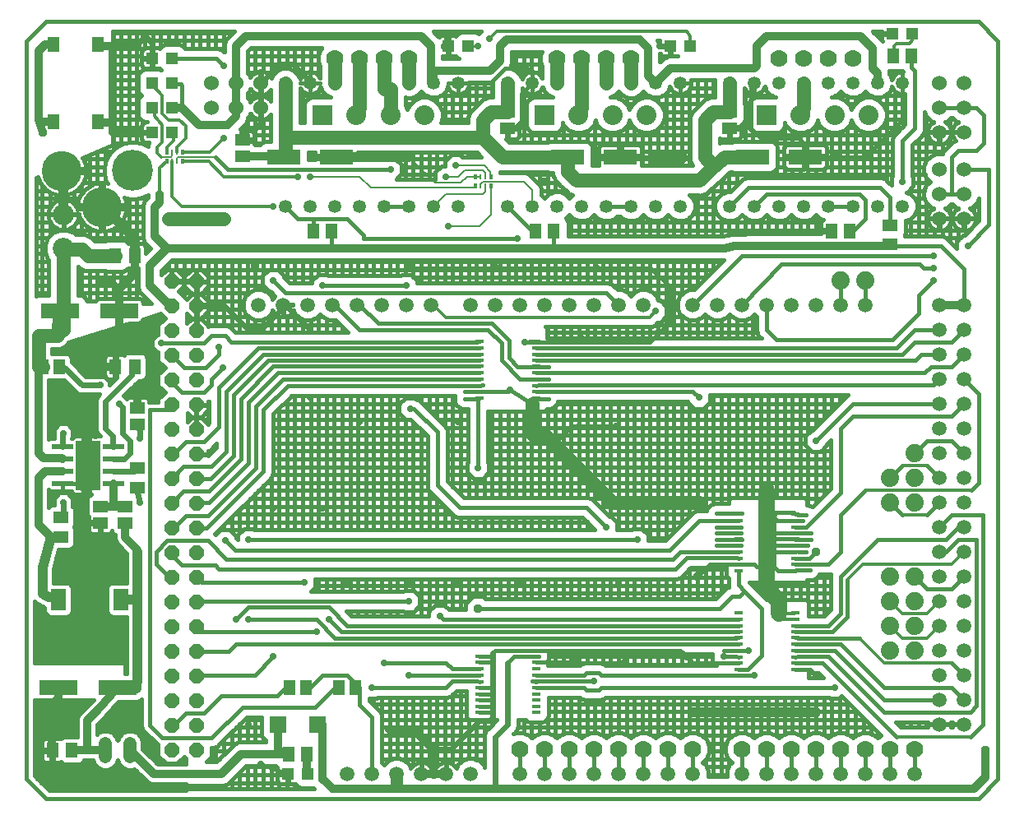
<source format=gtl>
G75*
%MOIN*%
%OFA0B0*%
%FSLAX25Y25*%
%IPPOS*%
%LPD*%
%AMOC8*
5,1,8,0,0,1.08239X$1,22.5*
%
%ADD10C,0.01600*%
%ADD11C,0.05906*%
%ADD12R,0.04724X0.04724*%
%ADD13R,0.05118X0.05906*%
%ADD14C,0.07000*%
%ADD15C,0.05315*%
%ADD16C,0.06000*%
%ADD17R,0.05906X0.05118*%
%ADD18R,0.13780X0.06299*%
%ADD19R,0.08000X0.08000*%
%ADD20C,0.08000*%
%ADD21C,0.08600*%
%ADD22R,0.05118X0.06102*%
%ADD23OC8,0.06000*%
%ADD24R,0.08661X0.02362*%
%ADD25R,0.10000X0.20000*%
%ADD26R,0.06299X0.05118*%
%ADD27R,0.05118X0.06299*%
%ADD28R,0.15748X0.06299*%
%ADD29R,0.06299X0.08661*%
%ADD30C,0.05400*%
%ADD31R,0.03543X0.01378*%
%ADD32R,0.07087X0.06693*%
%ADD33C,0.07400*%
%ADD34C,0.16598*%
%ADD35C,0.16200*%
%ADD36R,0.01496X0.01969*%
%ADD37R,0.00984X0.01969*%
%ADD38OC8,0.03562*%
%ADD39OC8,0.02400*%
%ADD40C,0.05600*%
%ADD41OC8,0.02800*%
%ADD42C,0.04000*%
%ADD43C,0.03200*%
%ADD44C,0.02400*%
%ADD45C,0.01200*%
%ADD46R,0.02400X0.02400*%
%ADD47OC8,0.03169*%
%ADD48C,0.06600*%
%ADD49C,0.00800*%
%ADD50C,0.00600*%
%ADD51C,0.05000*%
%ADD52C,0.01000*%
D10*
X0016500Y0009674D02*
X0024374Y0001800D01*
X0402327Y0001800D01*
X0410201Y0009674D01*
X0410201Y0308887D01*
X0402327Y0316761D01*
X0024374Y0316761D01*
X0016500Y0308887D01*
X0016500Y0308800D02*
X0016500Y0009800D01*
X0019700Y0010999D02*
X0019700Y0041800D01*
X0043705Y0041800D01*
X0042589Y0040546D01*
X0038734Y0036691D01*
X0037609Y0035566D01*
X0037000Y0034096D01*
X0037000Y0026850D01*
X0031901Y0026850D01*
X0031018Y0026484D01*
X0030535Y0026001D01*
X0030317Y0026127D01*
X0029859Y0026250D01*
X0027543Y0026250D01*
X0027543Y0021780D01*
X0026583Y0021780D01*
X0026583Y0026250D01*
X0024267Y0026250D01*
X0023809Y0026127D01*
X0023399Y0025890D01*
X0023064Y0025555D01*
X0022827Y0025144D01*
X0022704Y0024687D01*
X0022704Y0021780D01*
X0026583Y0021780D01*
X0026583Y0020820D01*
X0027543Y0020820D01*
X0027543Y0016350D01*
X0029859Y0016350D01*
X0030317Y0016473D01*
X0030535Y0016599D01*
X0031018Y0016116D01*
X0031901Y0015750D01*
X0037973Y0015750D01*
X0038856Y0016116D01*
X0039531Y0016791D01*
X0039742Y0017300D01*
X0043518Y0017300D01*
X0044176Y0015711D01*
X0045611Y0014276D01*
X0047486Y0013500D01*
X0049514Y0013500D01*
X0051389Y0014276D01*
X0052824Y0015711D01*
X0053500Y0017344D01*
X0054176Y0015711D01*
X0055611Y0014276D01*
X0057486Y0013500D01*
X0059514Y0013500D01*
X0060313Y0013831D01*
X0065734Y0008409D01*
X0067204Y0007800D01*
X0081011Y0007800D01*
X0081004Y0005000D01*
X0025699Y0005000D01*
X0019700Y0010999D01*
X0019700Y0011391D02*
X0062752Y0011391D01*
X0064351Y0009793D02*
X0020907Y0009793D01*
X0022505Y0008194D02*
X0066253Y0008194D01*
X0061154Y0012990D02*
X0019700Y0012990D01*
X0019700Y0014588D02*
X0045299Y0014588D01*
X0043979Y0016187D02*
X0038926Y0016187D01*
X0030948Y0016187D02*
X0019700Y0016187D01*
X0019700Y0017785D02*
X0022738Y0017785D01*
X0022704Y0017913D02*
X0022827Y0017456D01*
X0023064Y0017045D01*
X0023399Y0016710D01*
X0023809Y0016473D01*
X0024267Y0016350D01*
X0026583Y0016350D01*
X0026583Y0020820D01*
X0022704Y0020820D01*
X0022704Y0017913D01*
X0022704Y0019384D02*
X0019700Y0019384D01*
X0019700Y0020982D02*
X0026583Y0020982D01*
X0026583Y0019384D02*
X0027543Y0019384D01*
X0027543Y0017785D02*
X0026583Y0017785D01*
X0026583Y0022581D02*
X0027543Y0022581D01*
X0027543Y0024179D02*
X0026583Y0024179D01*
X0026583Y0025778D02*
X0027543Y0025778D01*
X0023286Y0025778D02*
X0019700Y0025778D01*
X0019700Y0027376D02*
X0037000Y0027376D01*
X0037000Y0028975D02*
X0019700Y0028975D01*
X0019700Y0030573D02*
X0037000Y0030573D01*
X0037000Y0032172D02*
X0019700Y0032172D01*
X0019700Y0033770D02*
X0037000Y0033770D01*
X0037527Y0035369D02*
X0019700Y0035369D01*
X0019700Y0036967D02*
X0039010Y0036967D01*
X0040609Y0038566D02*
X0019700Y0038566D01*
X0019700Y0040164D02*
X0042207Y0040164D01*
X0043672Y0041763D02*
X0019700Y0041763D01*
X0019700Y0056800D02*
X0019700Y0081865D01*
X0019994Y0081470D01*
X0020275Y0081302D01*
X0020508Y0081070D01*
X0021020Y0080858D01*
X0022756Y0079822D01*
X0022988Y0079590D01*
X0023501Y0079377D01*
X0023943Y0079113D01*
X0023943Y0077504D01*
X0024308Y0076622D01*
X0024983Y0075946D01*
X0025865Y0075581D01*
X0033119Y0075581D01*
X0034001Y0075946D01*
X0034676Y0076622D01*
X0035042Y0077504D01*
X0035042Y0087120D01*
X0034676Y0088002D01*
X0034001Y0088677D01*
X0033119Y0089043D01*
X0027400Y0089043D01*
X0027400Y0094829D01*
X0029631Y0102904D01*
X0034127Y0102904D01*
X0035009Y0103269D01*
X0035684Y0103944D01*
X0036050Y0104827D01*
X0036050Y0110899D01*
X0035684Y0111782D01*
X0035666Y0111800D01*
X0035684Y0111818D01*
X0036050Y0112701D01*
X0036050Y0118773D01*
X0035684Y0119656D01*
X0035207Y0120133D01*
X0035300Y0120226D01*
X0035300Y0123374D01*
X0033074Y0125600D01*
X0029926Y0125600D01*
X0027700Y0123374D01*
X0027700Y0120696D01*
X0026873Y0120696D01*
X0025991Y0120331D01*
X0025500Y0119840D01*
X0025500Y0127006D01*
X0025828Y0126679D01*
X0026238Y0126442D01*
X0026696Y0126319D01*
X0031264Y0126319D01*
X0034765Y0126319D01*
X0034823Y0126105D01*
X0035060Y0125695D01*
X0035395Y0125360D01*
X0035805Y0125123D01*
X0036263Y0125000D01*
X0040700Y0125000D01*
X0040700Y0136000D01*
X0042300Y0136000D01*
X0042300Y0137600D01*
X0045023Y0137600D01*
X0045354Y0136800D01*
X0045023Y0136000D01*
X0042300Y0136000D01*
X0042300Y0125000D01*
X0042815Y0125000D01*
X0042188Y0124740D01*
X0041513Y0124065D01*
X0041147Y0123183D01*
X0041147Y0117110D01*
X0041513Y0116228D01*
X0041747Y0115993D01*
X0041747Y0113933D01*
X0046020Y0113933D01*
X0046020Y0112974D01*
X0041747Y0112974D01*
X0041747Y0110658D01*
X0041870Y0110200D01*
X0042107Y0109789D01*
X0042442Y0109454D01*
X0042852Y0109217D01*
X0043310Y0109094D01*
X0046020Y0109094D01*
X0046020Y0112974D01*
X0046980Y0112974D01*
X0046980Y0109094D01*
X0049690Y0109094D01*
X0050148Y0109217D01*
X0050558Y0109454D01*
X0050893Y0109789D01*
X0051130Y0110200D01*
X0051172Y0110357D01*
X0051513Y0109535D01*
X0052188Y0108860D01*
X0052500Y0108731D01*
X0052500Y0107895D01*
X0052467Y0107195D01*
X0052500Y0107103D01*
X0052500Y0107004D01*
X0052768Y0106357D01*
X0053005Y0105698D01*
X0053071Y0105625D01*
X0053109Y0105534D01*
X0053604Y0105039D01*
X0057100Y0101194D01*
X0057100Y0089043D01*
X0051062Y0089043D01*
X0050180Y0088677D01*
X0049505Y0088002D01*
X0049139Y0087120D01*
X0049139Y0077504D01*
X0049505Y0076622D01*
X0050180Y0075946D01*
X0051062Y0075581D01*
X0057100Y0075581D01*
X0057100Y0052350D01*
X0056500Y0052350D01*
X0056500Y0056800D01*
X0019700Y0056800D01*
X0019700Y0057748D02*
X0057100Y0057748D01*
X0057100Y0059346D02*
X0019700Y0059346D01*
X0019700Y0060945D02*
X0057100Y0060945D01*
X0057100Y0062543D02*
X0019700Y0062543D01*
X0019700Y0064142D02*
X0057100Y0064142D01*
X0057100Y0065740D02*
X0019700Y0065740D01*
X0019700Y0067339D02*
X0057100Y0067339D01*
X0057100Y0068937D02*
X0019700Y0068937D01*
X0019700Y0070536D02*
X0057100Y0070536D01*
X0057100Y0072134D02*
X0019700Y0072134D01*
X0019700Y0073733D02*
X0057100Y0073733D01*
X0057100Y0075332D02*
X0019700Y0075332D01*
X0019700Y0076930D02*
X0024180Y0076930D01*
X0023943Y0078529D02*
X0019700Y0078529D01*
X0019700Y0080127D02*
X0022244Y0080127D01*
X0019803Y0081726D02*
X0019700Y0081726D01*
X0027400Y0089718D02*
X0057100Y0089718D01*
X0057100Y0091317D02*
X0027400Y0091317D01*
X0027400Y0092915D02*
X0057100Y0092915D01*
X0057100Y0094514D02*
X0027400Y0094514D01*
X0027755Y0096112D02*
X0057100Y0096112D01*
X0057100Y0097711D02*
X0028196Y0097711D01*
X0028638Y0099309D02*
X0057100Y0099309D01*
X0057100Y0100908D02*
X0029080Y0100908D01*
X0029522Y0102506D02*
X0055907Y0102506D01*
X0054453Y0104105D02*
X0035751Y0104105D01*
X0036050Y0105703D02*
X0053003Y0105703D01*
X0052472Y0107302D02*
X0036050Y0107302D01*
X0036050Y0108900D02*
X0052147Y0108900D01*
X0046980Y0110499D02*
X0046020Y0110499D01*
X0046020Y0112097D02*
X0046980Y0112097D01*
X0046500Y0113454D02*
X0046154Y0113800D01*
X0039500Y0113800D01*
X0039500Y0118800D01*
X0039500Y0123800D01*
X0039500Y0126800D01*
X0041500Y0128800D01*
X0044500Y0128800D01*
X0042300Y0128082D02*
X0040700Y0128082D01*
X0040700Y0126484D02*
X0042300Y0126484D01*
X0042538Y0124885D02*
X0033789Y0124885D01*
X0035300Y0123287D02*
X0041190Y0123287D01*
X0041147Y0121688D02*
X0035300Y0121688D01*
X0035250Y0120090D02*
X0041147Y0120090D01*
X0041147Y0118491D02*
X0036050Y0118491D01*
X0036050Y0116893D02*
X0041237Y0116893D01*
X0041747Y0115294D02*
X0036050Y0115294D01*
X0036050Y0113696D02*
X0046020Y0113696D01*
X0041747Y0112097D02*
X0035800Y0112097D01*
X0036050Y0110499D02*
X0041790Y0110499D01*
X0039500Y0108800D02*
X0039500Y0113800D01*
X0027700Y0121688D02*
X0025500Y0121688D01*
X0025500Y0120090D02*
X0025750Y0120090D01*
X0025500Y0123287D02*
X0027700Y0123287D01*
X0029211Y0124885D02*
X0025500Y0124885D01*
X0025500Y0126484D02*
X0026165Y0126484D01*
X0031264Y0126484D02*
X0031264Y0126484D01*
X0031264Y0126319D02*
X0031264Y0129300D01*
X0031264Y0129300D01*
X0037000Y0129300D01*
X0039500Y0126800D01*
X0039500Y0133800D01*
X0039500Y0134800D01*
X0041500Y0136800D01*
X0044500Y0133800D01*
X0039500Y0138800D01*
X0044500Y0143800D01*
X0039500Y0143800D01*
X0039500Y0148800D01*
X0039500Y0153800D01*
X0039500Y0158800D01*
X0039500Y0163800D01*
X0044500Y0163800D01*
X0044500Y0158800D01*
X0044900Y0158454D02*
X0025500Y0158454D01*
X0025500Y0156856D02*
X0044900Y0156856D01*
X0044900Y0155257D02*
X0025500Y0155257D01*
X0025500Y0153659D02*
X0044900Y0153659D01*
X0044500Y0153800D02*
X0039500Y0153800D01*
X0035300Y0151374D02*
X0033074Y0153600D01*
X0029926Y0153600D01*
X0027700Y0151374D01*
X0027700Y0150367D01*
X0027664Y0150280D01*
X0027664Y0147881D01*
X0026456Y0147881D01*
X0025574Y0147516D01*
X0025500Y0147442D01*
X0025500Y0171447D01*
X0026190Y0171447D01*
X0026500Y0171576D01*
X0026810Y0171447D01*
X0031762Y0171447D01*
X0035948Y0167261D01*
X0036961Y0166248D01*
X0038284Y0165700D01*
X0046309Y0165700D01*
X0045448Y0164839D01*
X0044900Y0163516D01*
X0044900Y0151084D01*
X0045448Y0149761D01*
X0046461Y0148748D01*
X0046609Y0148600D01*
X0042300Y0148600D01*
X0042300Y0137600D01*
X0040700Y0137600D01*
X0040700Y0148600D01*
X0036263Y0148600D01*
X0035805Y0148477D01*
X0035395Y0148240D01*
X0035060Y0147905D01*
X0035046Y0147881D01*
X0034955Y0147881D01*
X0035300Y0148226D01*
X0035300Y0151374D01*
X0035300Y0150462D02*
X0045158Y0150462D01*
X0044900Y0152060D02*
X0034614Y0152060D01*
X0035300Y0148863D02*
X0046346Y0148863D01*
X0046461Y0148748D02*
X0046461Y0148748D01*
X0044500Y0148800D02*
X0044500Y0153800D01*
X0044900Y0160053D02*
X0025500Y0160053D01*
X0025500Y0161651D02*
X0044900Y0161651D01*
X0044900Y0163250D02*
X0025500Y0163250D01*
X0025500Y0164848D02*
X0045457Y0164848D01*
X0050100Y0169491D02*
X0050100Y0170791D01*
X0049552Y0171339D01*
X0049552Y0171339D01*
X0048539Y0172352D01*
X0047991Y0172900D01*
X0040491Y0172900D01*
X0034805Y0178586D01*
X0034805Y0180230D01*
X0034440Y0181112D01*
X0033765Y0181787D01*
X0032883Y0182153D01*
X0026810Y0182153D01*
X0026700Y0182107D01*
X0026700Y0184100D01*
X0028743Y0184100D01*
X0029517Y0184023D01*
X0029770Y0184100D01*
X0030034Y0184100D01*
X0030753Y0184398D01*
X0031497Y0184623D01*
X0031701Y0184790D01*
X0031946Y0184892D01*
X0032495Y0185441D01*
X0033097Y0185934D01*
X0033221Y0186167D01*
X0033408Y0186354D01*
X0033551Y0186698D01*
X0058285Y0194488D01*
X0062131Y0194488D01*
X0062588Y0194611D01*
X0062999Y0194848D01*
X0063334Y0195183D01*
X0063571Y0195593D01*
X0063694Y0196051D01*
X0063694Y0196192D01*
X0070692Y0198396D01*
X0072722Y0196367D01*
X0069958Y0193604D01*
X0069958Y0189900D01*
X0069509Y0189900D01*
X0067400Y0187791D01*
X0067400Y0184809D01*
X0069509Y0182700D01*
X0069958Y0182700D01*
X0069958Y0179130D01*
X0072722Y0176367D01*
X0069958Y0173604D01*
X0069958Y0169130D01*
X0072722Y0166367D01*
X0069958Y0163604D01*
X0069958Y0162500D01*
X0066253Y0162500D01*
X0066253Y0162942D01*
X0066130Y0163400D01*
X0065893Y0163811D01*
X0065558Y0164146D01*
X0065148Y0164383D01*
X0064690Y0164505D01*
X0061980Y0164505D01*
X0061980Y0160626D01*
X0061020Y0160626D01*
X0061020Y0164505D01*
X0058310Y0164505D01*
X0057852Y0164383D01*
X0057442Y0164146D01*
X0057107Y0163811D01*
X0057097Y0163794D01*
X0056039Y0164852D01*
X0055841Y0165050D01*
X0062042Y0171250D01*
X0063473Y0171250D01*
X0064356Y0171616D01*
X0065031Y0172291D01*
X0065396Y0173173D01*
X0065396Y0180427D01*
X0065031Y0181309D01*
X0064356Y0181984D01*
X0063473Y0182350D01*
X0057401Y0182350D01*
X0056518Y0181984D01*
X0056035Y0181501D01*
X0055817Y0181627D01*
X0055359Y0181750D01*
X0053043Y0181750D01*
X0053043Y0177280D01*
X0052083Y0177280D01*
X0052083Y0181750D01*
X0049767Y0181750D01*
X0049309Y0181627D01*
X0048899Y0181390D01*
X0048564Y0181055D01*
X0048327Y0180644D01*
X0048204Y0180187D01*
X0048204Y0177280D01*
X0052083Y0177280D01*
X0052083Y0176320D01*
X0053043Y0176320D01*
X0053043Y0172434D01*
X0050100Y0169491D01*
X0050100Y0169644D02*
X0050253Y0169644D01*
X0049649Y0171242D02*
X0051851Y0171242D01*
X0052083Y0171850D02*
X0052083Y0176320D01*
X0048204Y0176320D01*
X0048204Y0173413D01*
X0048327Y0172956D01*
X0048564Y0172545D01*
X0048899Y0172210D01*
X0049309Y0171973D01*
X0049767Y0171850D01*
X0052083Y0171850D01*
X0052083Y0172841D02*
X0053043Y0172841D01*
X0053043Y0174439D02*
X0052083Y0174439D01*
X0052083Y0176038D02*
X0053043Y0176038D01*
X0053043Y0177636D02*
X0052083Y0177636D01*
X0052083Y0179235D02*
X0053043Y0179235D01*
X0053043Y0180833D02*
X0052083Y0180833D01*
X0048436Y0180833D02*
X0034556Y0180833D01*
X0034805Y0179235D02*
X0048204Y0179235D01*
X0048204Y0177636D02*
X0035755Y0177636D01*
X0037353Y0176038D02*
X0048204Y0176038D01*
X0048204Y0174439D02*
X0038952Y0174439D01*
X0033565Y0169644D02*
X0025500Y0169644D01*
X0025500Y0171242D02*
X0031967Y0171242D01*
X0035164Y0168045D02*
X0025500Y0168045D01*
X0025500Y0166447D02*
X0036762Y0166447D01*
X0034500Y0163800D02*
X0029500Y0163800D01*
X0029500Y0158800D01*
X0034500Y0158800D01*
X0039500Y0158800D01*
X0040700Y0147265D02*
X0042300Y0147265D01*
X0042300Y0145666D02*
X0040700Y0145666D01*
X0040700Y0144068D02*
X0042300Y0144068D01*
X0042300Y0142469D02*
X0040700Y0142469D01*
X0040700Y0140870D02*
X0042300Y0140870D01*
X0042300Y0139272D02*
X0040700Y0139272D01*
X0040700Y0137673D02*
X0042300Y0137673D01*
X0042500Y0136800D02*
X0044500Y0138800D01*
X0045054Y0136075D02*
X0042300Y0136075D01*
X0042500Y0136800D02*
X0041500Y0136800D01*
X0040700Y0134476D02*
X0042300Y0134476D01*
X0042300Y0132878D02*
X0040700Y0132878D01*
X0040700Y0131279D02*
X0042300Y0131279D01*
X0042300Y0129681D02*
X0040700Y0129681D01*
X0031264Y0129300D02*
X0031264Y0126319D01*
X0031264Y0128082D02*
X0031264Y0128082D01*
X0027664Y0148863D02*
X0025500Y0148863D01*
X0025500Y0150462D02*
X0027700Y0150462D01*
X0028386Y0152060D02*
X0025500Y0152060D01*
X0048050Y0172841D02*
X0048393Y0172841D01*
X0048539Y0172352D02*
X0048539Y0172352D01*
X0057238Y0166447D02*
X0072642Y0166447D01*
X0071203Y0164848D02*
X0056043Y0164848D01*
X0056039Y0164852D02*
X0056039Y0164852D01*
X0058836Y0168045D02*
X0071043Y0168045D01*
X0069958Y0169644D02*
X0060435Y0169644D01*
X0062033Y0171242D02*
X0069958Y0171242D01*
X0069958Y0172841D02*
X0065258Y0172841D01*
X0065396Y0174439D02*
X0070794Y0174439D01*
X0072392Y0176038D02*
X0065396Y0176038D01*
X0065396Y0177636D02*
X0071452Y0177636D01*
X0069958Y0179235D02*
X0065396Y0179235D01*
X0065228Y0180833D02*
X0069958Y0180833D01*
X0069958Y0182432D02*
X0026700Y0182432D01*
X0026700Y0184030D02*
X0029447Y0184030D01*
X0029540Y0184030D02*
X0068179Y0184030D01*
X0067400Y0185629D02*
X0032724Y0185629D01*
X0035232Y0187227D02*
X0067400Y0187227D01*
X0068435Y0188826D02*
X0040307Y0188826D01*
X0045382Y0190424D02*
X0069958Y0190424D01*
X0069958Y0192023D02*
X0050458Y0192023D01*
X0055533Y0193621D02*
X0069976Y0193621D01*
X0071574Y0195220D02*
X0063355Y0195220D01*
X0065683Y0196818D02*
X0072270Y0196818D01*
X0067147Y0202365D02*
X0063781Y0205731D01*
X0062431Y0207081D01*
X0061700Y0208845D01*
X0061700Y0216850D01*
X0060917Y0216850D01*
X0060917Y0221320D01*
X0059957Y0221320D01*
X0059957Y0216850D01*
X0057840Y0216850D01*
X0057835Y0216838D01*
X0056935Y0215938D01*
X0055759Y0215450D01*
X0049367Y0215450D01*
X0048523Y0215800D01*
X0040307Y0215800D01*
X0038101Y0216713D01*
X0037500Y0217315D01*
X0037500Y0205787D01*
X0038514Y0205787D01*
X0039691Y0205300D01*
X0040591Y0204400D01*
X0041007Y0203394D01*
X0044462Y0203258D01*
X0044468Y0203282D01*
X0044705Y0203693D01*
X0045040Y0204028D01*
X0045451Y0204265D01*
X0045909Y0204387D01*
X0053245Y0204387D01*
X0053245Y0202912D01*
X0054794Y0202851D01*
X0054794Y0204387D01*
X0062131Y0204387D01*
X0062588Y0204265D01*
X0062999Y0204028D01*
X0063334Y0203693D01*
X0063571Y0203282D01*
X0063694Y0202824D01*
X0063694Y0202501D01*
X0067147Y0202365D01*
X0066112Y0203400D02*
X0063503Y0203400D01*
X0064500Y0202469D02*
X0064500Y0205012D01*
X0062912Y0206600D02*
X0037500Y0206600D01*
X0038900Y0205628D02*
X0038900Y0216383D01*
X0039341Y0216200D02*
X0037500Y0216200D01*
X0037500Y0213000D02*
X0061700Y0213000D01*
X0061700Y0216200D02*
X0057197Y0216200D01*
X0058100Y0216850D02*
X0058100Y0204387D01*
X0054900Y0204387D02*
X0054900Y0215450D01*
X0051700Y0215450D02*
X0051700Y0204387D01*
X0053245Y0203400D02*
X0054794Y0203400D01*
X0061300Y0204387D02*
X0061300Y0216850D01*
X0060917Y0219400D02*
X0059957Y0219400D01*
X0059957Y0222280D02*
X0059957Y0226750D01*
X0057840Y0226750D01*
X0057835Y0226762D01*
X0056935Y0227662D01*
X0055759Y0228150D01*
X0049367Y0228150D01*
X0048523Y0227800D01*
X0043985Y0227800D01*
X0042399Y0229387D01*
X0040193Y0230300D01*
X0036520Y0230300D01*
X0035748Y0231072D01*
X0032992Y0232213D01*
X0030008Y0232213D01*
X0027252Y0231072D01*
X0025142Y0228962D01*
X0024000Y0226205D01*
X0024000Y0223222D01*
X0025142Y0220465D01*
X0025500Y0220107D01*
X0025500Y0205787D01*
X0021493Y0205787D01*
X0020500Y0205376D01*
X0020500Y0253322D01*
X0021244Y0253645D01*
X0021287Y0253455D01*
X0021654Y0252405D01*
X0022137Y0251404D01*
X0022728Y0250462D01*
X0023421Y0249593D01*
X0024208Y0248807D01*
X0025077Y0248113D01*
X0026019Y0247522D01*
X0027020Y0247039D01*
X0028070Y0246672D01*
X0029154Y0246424D01*
X0030015Y0246327D01*
X0030015Y0255400D01*
X0031615Y0255400D01*
X0031615Y0257000D01*
X0040687Y0257000D01*
X0040590Y0257861D01*
X0040343Y0258945D01*
X0039976Y0259995D01*
X0039493Y0260996D01*
X0039205Y0261455D01*
X0051500Y0266800D01*
X0051500Y0312761D01*
X0100672Y0312761D01*
X0097431Y0309519D01*
X0096700Y0307755D01*
X0096700Y0304257D01*
X0095766Y0305191D01*
X0094296Y0305800D01*
X0080781Y0305800D01*
X0096700Y0305800D01*
X0096500Y0304457D02*
X0096500Y0312761D01*
X0099700Y0312761D02*
X0099700Y0311788D01*
X0100112Y0312200D02*
X0051500Y0312200D01*
X0051700Y0312761D02*
X0051700Y0264625D01*
X0051275Y0264200D02*
X0045520Y0264200D01*
X0045300Y0264104D02*
X0045300Y0251228D01*
X0045465Y0251266D02*
X0044381Y0251019D01*
X0043331Y0250651D01*
X0042330Y0250169D01*
X0041388Y0249577D01*
X0040519Y0248884D01*
X0039732Y0248098D01*
X0039039Y0247228D01*
X0038448Y0246287D01*
X0037965Y0245285D01*
X0037598Y0244236D01*
X0037350Y0243151D01*
X0037253Y0242291D01*
X0046326Y0242291D01*
X0046326Y0251363D01*
X0045465Y0251266D01*
X0047926Y0251363D02*
X0047926Y0242291D01*
X0046326Y0242291D01*
X0046326Y0240691D01*
X0037253Y0240691D01*
X0037282Y0240438D01*
X0037153Y0240834D01*
X0036717Y0241690D01*
X0036153Y0242467D01*
X0035474Y0243146D01*
X0034697Y0243710D01*
X0033842Y0244146D01*
X0032928Y0244443D01*
X0031980Y0244593D01*
X0031684Y0244593D01*
X0031684Y0238677D01*
X0031316Y0238677D01*
X0031316Y0238309D01*
X0025400Y0238309D01*
X0025400Y0238013D01*
X0025550Y0237064D01*
X0025847Y0236151D01*
X0026283Y0235296D01*
X0026847Y0234519D01*
X0027526Y0233840D01*
X0028303Y0233276D01*
X0029158Y0232840D01*
X0030072Y0232543D01*
X0031020Y0232393D01*
X0031316Y0232393D01*
X0031316Y0238309D01*
X0031684Y0238309D01*
X0031684Y0238677D01*
X0037600Y0238677D01*
X0037600Y0238740D01*
X0037965Y0237696D01*
X0038448Y0236694D01*
X0039039Y0235753D01*
X0039732Y0234883D01*
X0040519Y0234097D01*
X0041388Y0233404D01*
X0042330Y0232812D01*
X0043331Y0232330D01*
X0044381Y0231962D01*
X0045465Y0231715D01*
X0046326Y0231618D01*
X0046326Y0240690D01*
X0047926Y0240690D01*
X0047926Y0231618D01*
X0048787Y0231715D01*
X0049871Y0231962D01*
X0050921Y0232330D01*
X0051922Y0232812D01*
X0052864Y0233404D01*
X0053733Y0234097D01*
X0054519Y0234883D01*
X0055213Y0235753D01*
X0055804Y0236694D01*
X0056287Y0237696D01*
X0056654Y0238746D01*
X0056901Y0239830D01*
X0056998Y0240691D01*
X0047926Y0240691D01*
X0047926Y0242291D01*
X0056998Y0242291D01*
X0056901Y0243151D01*
X0056654Y0244236D01*
X0056287Y0245285D01*
X0056282Y0245294D01*
X0058123Y0244801D01*
X0061151Y0244801D01*
X0064076Y0245584D01*
X0065700Y0246522D01*
X0065700Y0245288D01*
X0064431Y0244019D01*
X0063700Y0242255D01*
X0063700Y0228845D01*
X0064431Y0227081D01*
X0066712Y0224800D01*
X0064796Y0222884D01*
X0064796Y0225187D01*
X0064673Y0225644D01*
X0064436Y0226055D01*
X0064101Y0226390D01*
X0063691Y0226627D01*
X0063233Y0226750D01*
X0060917Y0226750D01*
X0060917Y0222280D01*
X0059957Y0222280D01*
X0059957Y0222600D02*
X0060917Y0222600D01*
X0060917Y0225800D02*
X0059957Y0225800D01*
X0061300Y0226750D02*
X0061300Y0244841D01*
X0061894Y0245000D02*
X0065412Y0245000D01*
X0064500Y0245830D02*
X0064500Y0244088D01*
X0063700Y0241800D02*
X0047926Y0241800D01*
X0048500Y0242291D02*
X0048500Y0240691D01*
X0047926Y0238600D02*
X0046326Y0238600D01*
X0045300Y0240691D02*
X0045300Y0242291D01*
X0046326Y0241800D02*
X0036637Y0241800D01*
X0035700Y0242920D02*
X0035700Y0247577D01*
X0035611Y0247522D02*
X0036553Y0248113D01*
X0037422Y0248807D01*
X0038208Y0249593D01*
X0038902Y0250462D01*
X0039493Y0251404D01*
X0039976Y0252405D01*
X0040343Y0253455D01*
X0040590Y0254539D01*
X0040687Y0255400D01*
X0031615Y0255400D01*
X0031615Y0246327D01*
X0032476Y0246424D01*
X0033560Y0246672D01*
X0034609Y0247039D01*
X0035611Y0247522D01*
X0036662Y0248200D02*
X0039835Y0248200D01*
X0038900Y0247007D02*
X0038900Y0250460D01*
X0039491Y0251400D02*
X0049188Y0251400D01*
X0049338Y0251140D02*
X0048787Y0251266D01*
X0047926Y0251363D01*
X0048500Y0251298D02*
X0048500Y0253434D01*
X0048188Y0254600D02*
X0040597Y0254600D01*
X0038900Y0255400D02*
X0038900Y0257000D01*
X0040597Y0257800D02*
X0048138Y0257800D01*
X0048138Y0257814D02*
X0048138Y0254786D01*
X0048921Y0251861D01*
X0049338Y0251140D01*
X0047926Y0248200D02*
X0046326Y0248200D01*
X0046326Y0245000D02*
X0047926Y0245000D01*
X0051700Y0242291D02*
X0051700Y0240691D01*
X0054900Y0240691D02*
X0054900Y0242291D01*
X0056387Y0245000D02*
X0057380Y0245000D01*
X0058100Y0244807D02*
X0058100Y0226750D01*
X0054900Y0228150D02*
X0054900Y0235360D01*
X0054931Y0235400D02*
X0063700Y0235400D01*
X0063700Y0232200D02*
X0050550Y0232200D01*
X0051700Y0232705D02*
X0051700Y0228150D01*
X0048500Y0227800D02*
X0048500Y0231683D01*
X0047926Y0232200D02*
X0046326Y0232200D01*
X0045300Y0231753D02*
X0045300Y0227800D01*
X0042785Y0229000D02*
X0063700Y0229000D01*
X0064500Y0227012D02*
X0064500Y0225945D01*
X0064584Y0225800D02*
X0065712Y0225800D01*
X0074888Y0219400D02*
X0298443Y0219400D01*
X0298100Y0219057D02*
X0298100Y0220000D01*
X0299043Y0220000D02*
X0286996Y0207953D01*
X0285276Y0207953D01*
X0283015Y0207016D01*
X0281284Y0205285D01*
X0280347Y0203024D01*
X0280347Y0200576D01*
X0281284Y0198315D01*
X0283015Y0196584D01*
X0285276Y0195647D01*
X0287724Y0195647D01*
X0289985Y0196584D01*
X0291500Y0198099D01*
X0293015Y0196584D01*
X0295276Y0195647D01*
X0297724Y0195647D01*
X0299985Y0196584D01*
X0301500Y0198099D01*
X0303015Y0196584D01*
X0305276Y0195647D01*
X0307724Y0195647D01*
X0309985Y0196584D01*
X0311500Y0198099D01*
X0312500Y0197099D01*
X0312500Y0191004D01*
X0313109Y0189534D01*
X0314234Y0188409D01*
X0314234Y0188409D01*
X0314343Y0188300D01*
X0227400Y0188300D01*
X0227400Y0192380D01*
X0226780Y0193000D01*
X0269756Y0193000D01*
X0271153Y0193579D01*
X0272221Y0194647D01*
X0272474Y0194900D01*
X0273323Y0194900D01*
X0275900Y0197477D01*
X0275900Y0201123D01*
X0273323Y0203700D01*
X0272373Y0203700D01*
X0271716Y0205285D01*
X0269985Y0207016D01*
X0267724Y0207953D01*
X0265276Y0207953D01*
X0263015Y0207016D01*
X0261500Y0205501D01*
X0259985Y0207016D01*
X0257724Y0207953D01*
X0256004Y0207953D01*
X0253766Y0210191D01*
X0252296Y0210800D01*
X0174900Y0210800D01*
X0174900Y0211623D01*
X0172323Y0214200D01*
X0168677Y0214200D01*
X0168277Y0213800D01*
X0138723Y0213800D01*
X0138323Y0214200D01*
X0134677Y0214200D01*
X0132100Y0211623D01*
X0132100Y0210800D01*
X0123157Y0210800D01*
X0120900Y0213057D01*
X0120900Y0213623D01*
X0118323Y0216200D01*
X0114677Y0216200D01*
X0112100Y0213623D01*
X0112100Y0209977D01*
X0114677Y0207400D01*
X0115243Y0207400D01*
X0117311Y0205332D01*
X0116875Y0204896D01*
X0116435Y0204291D01*
X0116266Y0203958D01*
X0115716Y0205285D01*
X0113985Y0207016D01*
X0111724Y0207953D01*
X0109276Y0207953D01*
X0107015Y0207016D01*
X0105284Y0205285D01*
X0104347Y0203024D01*
X0104347Y0200576D01*
X0105284Y0198315D01*
X0107015Y0196584D01*
X0109276Y0195647D01*
X0111724Y0195647D01*
X0113985Y0196584D01*
X0115716Y0198315D01*
X0116266Y0199642D01*
X0116435Y0199309D01*
X0116875Y0198704D01*
X0117404Y0198175D01*
X0118009Y0197735D01*
X0118676Y0197395D01*
X0119387Y0197164D01*
X0120126Y0197047D01*
X0120316Y0197047D01*
X0120316Y0201616D01*
X0120684Y0201616D01*
X0120684Y0197047D01*
X0120874Y0197047D01*
X0121613Y0197164D01*
X0122324Y0197395D01*
X0122991Y0197735D01*
X0123596Y0198175D01*
X0124125Y0198704D01*
X0124565Y0199309D01*
X0124734Y0199642D01*
X0125284Y0198315D01*
X0127015Y0196584D01*
X0129276Y0195647D01*
X0131724Y0195647D01*
X0133985Y0196584D01*
X0135500Y0198099D01*
X0137015Y0196584D01*
X0139276Y0195647D01*
X0141724Y0195647D01*
X0141916Y0195727D01*
X0146843Y0190800D01*
X0101157Y0190800D01*
X0100391Y0191566D01*
X0099266Y0192691D01*
X0097796Y0193300D01*
X0090704Y0193300D01*
X0090158Y0193074D01*
X0090158Y0193355D01*
X0087346Y0196167D01*
X0085558Y0196167D01*
X0085558Y0191567D01*
X0085158Y0191567D01*
X0085158Y0196167D01*
X0083370Y0196167D01*
X0081538Y0194334D01*
X0081517Y0198420D01*
X0083370Y0196567D01*
X0085158Y0196567D01*
X0085158Y0201167D01*
X0085558Y0201167D01*
X0085558Y0196567D01*
X0087346Y0196567D01*
X0090158Y0199379D01*
X0090158Y0201167D01*
X0085558Y0201167D01*
X0085558Y0201567D01*
X0085158Y0201567D01*
X0085158Y0206167D01*
X0083370Y0206167D01*
X0081348Y0204145D01*
X0078136Y0207357D01*
X0080158Y0209379D01*
X0080158Y0211167D01*
X0075558Y0211167D01*
X0075558Y0211567D01*
X0075158Y0211567D01*
X0075158Y0216167D01*
X0073370Y0216167D01*
X0071300Y0214097D01*
X0071300Y0215812D01*
X0075488Y0220000D01*
X0299043Y0220000D01*
X0294900Y0220000D02*
X0294900Y0215857D01*
X0295243Y0216200D02*
X0071688Y0216200D01*
X0074100Y0216167D02*
X0074100Y0218612D01*
X0075558Y0216167D02*
X0075558Y0211567D01*
X0080158Y0211567D01*
X0080158Y0213355D01*
X0077346Y0216167D01*
X0075558Y0216167D01*
X0077300Y0216167D02*
X0077300Y0220000D01*
X0080500Y0220000D02*
X0080500Y0204993D01*
X0078893Y0206600D02*
X0083337Y0206600D01*
X0083370Y0206567D02*
X0080558Y0209379D01*
X0080558Y0211167D01*
X0085158Y0211167D01*
X0085158Y0211567D01*
X0080558Y0211567D01*
X0080558Y0213355D01*
X0083370Y0216167D01*
X0085158Y0216167D01*
X0085158Y0211567D01*
X0085558Y0211567D01*
X0085558Y0216167D01*
X0087346Y0216167D01*
X0090158Y0213355D01*
X0090158Y0211567D01*
X0085558Y0211567D01*
X0085558Y0211167D01*
X0085558Y0206567D01*
X0087346Y0206567D01*
X0090158Y0209379D01*
X0090158Y0211167D01*
X0085558Y0211167D01*
X0085158Y0211167D01*
X0085158Y0206567D01*
X0083370Y0206567D01*
X0083700Y0206567D02*
X0083700Y0206167D01*
X0085158Y0206600D02*
X0085558Y0206600D01*
X0085558Y0206167D02*
X0085558Y0201567D01*
X0090158Y0201567D01*
X0090158Y0203355D01*
X0087346Y0206167D01*
X0085558Y0206167D01*
X0086900Y0206167D02*
X0086900Y0206567D01*
X0087380Y0206600D02*
X0106599Y0206600D01*
X0106100Y0206101D02*
X0106100Y0220000D01*
X0102900Y0220000D02*
X0102900Y0190800D01*
X0106100Y0190800D02*
X0106100Y0197499D01*
X0106599Y0197000D02*
X0087780Y0197000D01*
X0086900Y0196567D02*
X0086900Y0196167D01*
X0085558Y0197000D02*
X0085158Y0197000D01*
X0083700Y0196567D02*
X0083700Y0196167D01*
X0082937Y0197000D02*
X0081524Y0197000D01*
X0085158Y0193800D02*
X0085558Y0193800D01*
X0089713Y0193800D02*
X0143843Y0193800D01*
X0144500Y0193143D02*
X0144500Y0190800D01*
X0141300Y0190800D02*
X0141300Y0195647D01*
X0138100Y0196134D02*
X0138100Y0190800D01*
X0134900Y0190800D02*
X0134900Y0197499D01*
X0134401Y0197000D02*
X0136599Y0197000D01*
X0131700Y0195647D02*
X0131700Y0190800D01*
X0128500Y0190800D02*
X0128500Y0195969D01*
X0126599Y0197000D02*
X0114401Y0197000D01*
X0115700Y0198299D02*
X0115700Y0190800D01*
X0112500Y0190800D02*
X0112500Y0195969D01*
X0109300Y0195647D02*
X0109300Y0190800D01*
X0110500Y0184300D02*
X0094500Y0168300D01*
X0094500Y0152300D01*
X0088500Y0146300D01*
X0081000Y0146300D01*
X0076500Y0141800D01*
X0075358Y0141367D01*
X0080291Y0136300D02*
X0075358Y0131367D01*
X0080291Y0136300D02*
X0091500Y0136300D01*
X0097500Y0142300D01*
X0097500Y0166800D01*
X0112559Y0181859D01*
X0199984Y0181859D01*
X0199984Y0179477D02*
X0199000Y0179300D01*
X0114500Y0179300D01*
X0100500Y0165300D01*
X0100500Y0140800D01*
X0091000Y0131300D01*
X0085791Y0131300D01*
X0090500Y0126300D02*
X0080291Y0126300D01*
X0075358Y0121367D01*
X0081000Y0116300D02*
X0090000Y0116300D01*
X0109500Y0135800D01*
X0109500Y0160800D01*
X0120500Y0171800D01*
X0199984Y0171800D01*
X0199984Y0169241D02*
X0122441Y0169241D01*
X0112500Y0159300D01*
X0112500Y0134300D01*
X0089567Y0111367D01*
X0085358Y0111367D01*
X0081000Y0116300D02*
X0076500Y0111800D01*
X0075358Y0111367D01*
X0073500Y0106300D02*
X0090000Y0106300D01*
X0097500Y0098800D01*
X0278500Y0098800D01*
X0281500Y0101800D01*
X0304984Y0101800D01*
X0304543Y0099300D02*
X0304984Y0099241D01*
X0304543Y0099300D02*
X0284000Y0099300D01*
X0279500Y0094800D01*
X0094500Y0094800D01*
X0093000Y0096300D01*
X0079500Y0096300D01*
X0076500Y0099300D01*
X0075358Y0101367D01*
X0073500Y0106300D02*
X0069000Y0101800D01*
X0069000Y0096800D01*
X0074000Y0091800D01*
X0075358Y0091367D01*
X0085358Y0091367D02*
X0087500Y0089300D01*
X0129000Y0089300D01*
X0131723Y0085800D02*
X0133400Y0087477D01*
X0133400Y0090800D01*
X0280296Y0090800D01*
X0281766Y0091409D01*
X0285657Y0095300D01*
X0300013Y0095300D01*
X0300013Y0092797D01*
X0300500Y0091621D01*
X0300984Y0091137D01*
X0300984Y0087520D01*
X0300991Y0087504D01*
X0300234Y0087191D01*
X0299109Y0086066D01*
X0295843Y0082800D01*
X0202544Y0082800D01*
X0201563Y0083781D01*
X0197437Y0083781D01*
X0194519Y0080863D01*
X0194519Y0078300D01*
X0187723Y0078300D01*
X0185823Y0080200D01*
X0182177Y0080200D01*
X0179600Y0077623D01*
X0179600Y0075800D01*
X0148157Y0075800D01*
X0146157Y0077800D01*
X0169277Y0077800D01*
X0169677Y0077400D01*
X0173323Y0077400D01*
X0175900Y0079977D01*
X0175900Y0083623D01*
X0173323Y0086200D01*
X0169677Y0086200D01*
X0169277Y0085800D01*
X0131723Y0085800D01*
X0133400Y0088200D02*
X0300984Y0088200D01*
X0300721Y0091400D02*
X0281744Y0091400D01*
X0282100Y0091743D02*
X0282100Y0082800D01*
X0278900Y0082800D02*
X0278900Y0090800D01*
X0275700Y0090800D02*
X0275700Y0082800D01*
X0272500Y0082800D02*
X0272500Y0090800D01*
X0269300Y0090800D02*
X0269300Y0082800D01*
X0266100Y0082800D02*
X0266100Y0090800D01*
X0262900Y0090800D02*
X0262900Y0082800D01*
X0259700Y0082800D02*
X0259700Y0090800D01*
X0256500Y0090800D02*
X0256500Y0082800D01*
X0253300Y0082800D02*
X0253300Y0090800D01*
X0250100Y0090800D02*
X0250100Y0082800D01*
X0246900Y0082800D02*
X0246900Y0090800D01*
X0243700Y0090800D02*
X0243700Y0082800D01*
X0240500Y0082800D02*
X0240500Y0090800D01*
X0237300Y0090800D02*
X0237300Y0082800D01*
X0234100Y0082800D02*
X0234100Y0090800D01*
X0230900Y0090800D02*
X0230900Y0082800D01*
X0227700Y0082800D02*
X0227700Y0090800D01*
X0224500Y0090800D02*
X0224500Y0082800D01*
X0221300Y0082800D02*
X0221300Y0090800D01*
X0218100Y0090800D02*
X0218100Y0082800D01*
X0214900Y0082800D02*
X0214900Y0090800D01*
X0211700Y0090800D02*
X0211700Y0082800D01*
X0208500Y0082800D02*
X0208500Y0090800D01*
X0205300Y0090800D02*
X0205300Y0082800D01*
X0202100Y0083244D02*
X0202100Y0090800D01*
X0198900Y0090800D02*
X0198900Y0083781D01*
X0195700Y0082044D02*
X0195700Y0090800D01*
X0192500Y0090800D02*
X0192500Y0078300D01*
X0194519Y0078600D02*
X0187423Y0078600D01*
X0186100Y0079923D02*
X0186100Y0090800D01*
X0182900Y0090800D02*
X0182900Y0080200D01*
X0180577Y0078600D02*
X0174523Y0078600D01*
X0173300Y0077400D02*
X0173300Y0075800D01*
X0170100Y0075800D02*
X0170100Y0077400D01*
X0166900Y0077800D02*
X0166900Y0075800D01*
X0163700Y0075800D02*
X0163700Y0077800D01*
X0160500Y0077800D02*
X0160500Y0075800D01*
X0157300Y0075800D02*
X0157300Y0077800D01*
X0154100Y0077800D02*
X0154100Y0075800D01*
X0150900Y0075800D02*
X0150900Y0077800D01*
X0147700Y0077800D02*
X0147700Y0076257D01*
X0146500Y0071800D02*
X0139000Y0079300D01*
X0106500Y0079300D01*
X0101500Y0074300D01*
X0106500Y0074300D02*
X0134000Y0074300D01*
X0141500Y0066800D01*
X0304000Y0066800D01*
X0304984Y0066918D01*
X0304984Y0064359D02*
X0304000Y0064300D01*
X0101500Y0064300D01*
X0098500Y0061300D01*
X0088500Y0061300D01*
X0085358Y0061367D01*
X0087000Y0069300D02*
X0085358Y0071367D01*
X0087000Y0069300D02*
X0134000Y0069300D01*
X0139000Y0074300D02*
X0144000Y0069300D01*
X0304000Y0069300D01*
X0304984Y0069477D01*
X0304984Y0071859D02*
X0304000Y0071800D01*
X0146500Y0071800D01*
X0161500Y0056800D02*
X0186500Y0056800D01*
X0189000Y0054300D01*
X0199000Y0054300D01*
X0199984Y0054359D01*
X0199984Y0051800D02*
X0171500Y0051800D01*
X0170100Y0042800D02*
X0170100Y0016901D01*
X0169985Y0017016D02*
X0167724Y0017953D01*
X0165276Y0017953D01*
X0163015Y0017016D01*
X0161500Y0015501D01*
X0160500Y0016501D01*
X0160500Y0042800D01*
X0158723Y0042800D02*
X0158323Y0042400D01*
X0155500Y0042400D01*
X0155500Y0041457D01*
X0158766Y0038191D01*
X0159891Y0037066D01*
X0160500Y0035596D01*
X0160500Y0016501D01*
X0160500Y0017800D02*
X0164907Y0017800D01*
X0163700Y0017300D02*
X0163700Y0042800D01*
X0166900Y0042800D02*
X0166900Y0017953D01*
X0168093Y0017800D02*
X0194907Y0017800D01*
X0195276Y0017953D02*
X0193015Y0017016D01*
X0191284Y0015285D01*
X0190734Y0013958D01*
X0190565Y0014291D01*
X0190125Y0014896D01*
X0189596Y0015425D01*
X0188991Y0015865D01*
X0188324Y0016205D01*
X0187613Y0016436D01*
X0186874Y0016553D01*
X0186684Y0016553D01*
X0186684Y0011984D01*
X0186316Y0011984D01*
X0186316Y0011616D01*
X0181747Y0011616D01*
X0181747Y0011426D01*
X0181864Y0010687D01*
X0181893Y0010600D01*
X0181107Y0010600D01*
X0181136Y0010687D01*
X0181253Y0011426D01*
X0181253Y0011616D01*
X0176684Y0011616D01*
X0176684Y0011984D01*
X0176316Y0011984D01*
X0176316Y0016553D01*
X0176126Y0016553D01*
X0175387Y0016436D01*
X0174676Y0016205D01*
X0174009Y0015865D01*
X0173404Y0015425D01*
X0172875Y0014896D01*
X0172435Y0014291D01*
X0172266Y0013958D01*
X0171716Y0015285D01*
X0169985Y0017016D01*
X0172000Y0014600D02*
X0172660Y0014600D01*
X0173300Y0015321D02*
X0173300Y0042800D01*
X0176500Y0042800D02*
X0176500Y0011984D01*
X0176684Y0011984D02*
X0176684Y0016553D01*
X0176874Y0016553D01*
X0177613Y0016436D01*
X0178324Y0016205D01*
X0178991Y0015865D01*
X0179596Y0015425D01*
X0180125Y0014896D01*
X0180565Y0014291D01*
X0180905Y0013624D01*
X0181136Y0012913D01*
X0181253Y0012174D01*
X0181253Y0011984D01*
X0176684Y0011984D01*
X0176684Y0014600D02*
X0176316Y0014600D01*
X0179700Y0015321D02*
X0179700Y0042800D01*
X0182900Y0042800D02*
X0182900Y0014921D01*
X0182875Y0014896D02*
X0182435Y0014291D01*
X0182095Y0013624D01*
X0181864Y0012913D01*
X0181747Y0012174D01*
X0181747Y0011984D01*
X0186316Y0011984D01*
X0186316Y0016553D01*
X0186126Y0016553D01*
X0185387Y0016436D01*
X0184676Y0016205D01*
X0184009Y0015865D01*
X0183404Y0015425D01*
X0182875Y0014896D01*
X0182660Y0014600D02*
X0180340Y0014600D01*
X0179700Y0011984D02*
X0179700Y0011616D01*
X0181249Y0011400D02*
X0181751Y0011400D01*
X0182900Y0011616D02*
X0182900Y0011984D01*
X0186100Y0011984D02*
X0186100Y0011616D01*
X0186316Y0014600D02*
X0186684Y0014600D01*
X0186100Y0016549D02*
X0186100Y0042800D01*
X0187296Y0042800D02*
X0188766Y0043409D01*
X0189891Y0044534D01*
X0190657Y0045300D01*
X0194900Y0045300D01*
X0194900Y0034637D01*
X0195837Y0033700D01*
X0207100Y0033700D01*
X0207100Y0033623D01*
X0204008Y0030530D01*
X0202770Y0029292D01*
X0202100Y0027675D01*
X0202100Y0033700D01*
X0205300Y0033700D02*
X0205300Y0031823D01*
X0204077Y0030600D02*
X0160500Y0030600D01*
X0160500Y0027400D02*
X0202100Y0027400D01*
X0202100Y0027675D02*
X0202100Y0014358D01*
X0201716Y0015285D01*
X0199985Y0017016D01*
X0197724Y0017953D01*
X0195276Y0017953D01*
X0195700Y0017953D02*
X0195700Y0033837D01*
X0195737Y0033800D02*
X0160500Y0033800D01*
X0159918Y0037000D02*
X0194900Y0037000D01*
X0194900Y0040200D02*
X0156757Y0040200D01*
X0157300Y0039657D02*
X0157300Y0042400D01*
X0158723Y0042800D02*
X0187296Y0042800D01*
X0188744Y0043400D02*
X0194900Y0043400D01*
X0192500Y0045300D02*
X0192500Y0016501D01*
X0191000Y0014600D02*
X0190340Y0014600D01*
X0189300Y0015640D02*
X0189300Y0043943D01*
X0186500Y0046800D02*
X0156500Y0046800D01*
X0151500Y0046800D02*
X0149846Y0046800D01*
X0151500Y0046800D02*
X0146500Y0051800D01*
X0136500Y0051800D01*
X0131500Y0046800D01*
X0129846Y0046800D01*
X0123154Y0046800D02*
X0121500Y0046800D01*
X0118000Y0043300D01*
X0095500Y0043300D01*
X0088500Y0036300D01*
X0081000Y0036300D01*
X0076500Y0031800D01*
X0075358Y0031367D01*
X0071500Y0026300D02*
X0066500Y0031300D01*
X0066500Y0159300D01*
X0074000Y0159300D01*
X0075358Y0161367D01*
X0079500Y0166300D02*
X0088500Y0166300D01*
X0091500Y0169300D01*
X0091500Y0171800D01*
X0096000Y0176300D01*
X0094500Y0181800D02*
X0089000Y0176300D01*
X0080425Y0176300D01*
X0075358Y0181367D01*
X0071000Y0186300D02*
X0088500Y0186300D01*
X0091500Y0189300D01*
X0097000Y0189300D01*
X0099500Y0186800D01*
X0199000Y0186800D01*
X0199984Y0186977D01*
X0199984Y0184418D02*
X0199000Y0184300D01*
X0110500Y0184300D01*
X0116618Y0176918D02*
X0103500Y0163800D01*
X0103500Y0139300D01*
X0090500Y0126300D01*
X0090500Y0121800D02*
X0085791Y0121800D01*
X0085358Y0121367D01*
X0090500Y0121800D02*
X0106500Y0137800D01*
X0106500Y0162300D01*
X0118500Y0174300D01*
X0199000Y0174300D01*
X0199984Y0174359D01*
X0199984Y0176918D02*
X0116618Y0176918D01*
X0124098Y0165241D02*
X0190267Y0165241D01*
X0190000Y0164596D01*
X0190000Y0163004D01*
X0190609Y0161534D01*
X0191734Y0160409D01*
X0193204Y0159800D01*
X0195500Y0159800D01*
X0195500Y0138023D01*
X0195100Y0137623D01*
X0195100Y0133977D01*
X0197677Y0131400D01*
X0201323Y0131400D01*
X0203900Y0133977D01*
X0203900Y0137623D01*
X0203500Y0138023D01*
X0203500Y0158900D01*
X0226580Y0158900D01*
X0227400Y0159720D01*
X0227400Y0159800D01*
X0228796Y0159800D01*
X0230266Y0160409D01*
X0231391Y0161534D01*
X0231915Y0162800D01*
X0284600Y0162800D01*
X0284600Y0162477D01*
X0287177Y0159900D01*
X0290823Y0159900D01*
X0293400Y0162477D01*
X0293400Y0165300D01*
X0349497Y0165300D01*
X0349234Y0165191D01*
X0348109Y0164066D01*
X0335243Y0151200D01*
X0334677Y0151200D01*
X0332100Y0148623D01*
X0332100Y0144977D01*
X0334677Y0142400D01*
X0338323Y0142400D01*
X0340900Y0144977D01*
X0340900Y0145543D01*
X0342500Y0147143D01*
X0342500Y0127457D01*
X0335000Y0119957D01*
X0334766Y0120191D01*
X0333296Y0120800D01*
X0332900Y0120800D01*
X0332900Y0122880D01*
X0332080Y0123700D01*
X0301920Y0123700D01*
X0301100Y0122880D01*
X0301100Y0121300D01*
X0295204Y0121300D01*
X0293734Y0120691D01*
X0292609Y0119566D01*
X0292085Y0118300D01*
X0288204Y0118300D01*
X0286734Y0117691D01*
X0285609Y0116566D01*
X0275343Y0106300D01*
X0268400Y0106300D01*
X0268400Y0108623D01*
X0265823Y0111200D01*
X0262177Y0111200D01*
X0261777Y0110800D01*
X0255900Y0110800D01*
X0255900Y0113623D01*
X0253323Y0116200D01*
X0252757Y0116200D01*
X0246891Y0122066D01*
X0245766Y0123191D01*
X0244296Y0123800D01*
X0193657Y0123800D01*
X0187000Y0130457D01*
X0187000Y0151096D01*
X0186391Y0152566D01*
X0176891Y0162066D01*
X0175766Y0163191D01*
X0174296Y0163800D01*
X0174223Y0163800D01*
X0173823Y0164200D01*
X0170177Y0164200D01*
X0167600Y0161623D01*
X0167600Y0157977D01*
X0170177Y0155400D01*
X0116500Y0155400D01*
X0116500Y0157643D02*
X0124098Y0165241D01*
X0123857Y0165000D02*
X0190167Y0165000D01*
X0189300Y0165241D02*
X0189300Y0128157D01*
X0190857Y0126600D02*
X0341643Y0126600D01*
X0339700Y0124657D02*
X0339700Y0143777D01*
X0338523Y0142600D02*
X0342500Y0142600D01*
X0342500Y0139400D02*
X0203500Y0139400D01*
X0203500Y0142600D02*
X0334477Y0142600D01*
X0333300Y0143777D02*
X0333300Y0120798D01*
X0334744Y0120200D02*
X0335243Y0120200D01*
X0336500Y0121457D02*
X0336500Y0142400D01*
X0336500Y0146800D02*
X0351500Y0161800D01*
X0386500Y0161800D01*
X0391500Y0156800D02*
X0351500Y0156800D01*
X0346500Y0151800D01*
X0346500Y0125800D01*
X0332559Y0111859D01*
X0328016Y0111859D01*
X0328016Y0109477D02*
X0319823Y0109477D01*
X0319500Y0109800D02*
X0319500Y0115800D01*
X0320882Y0114418D01*
X0328016Y0114418D01*
X0329000Y0114300D02*
X0331000Y0114300D01*
X0332500Y0116800D02*
X0329000Y0116800D01*
X0328016Y0116977D02*
X0327339Y0117800D01*
X0320000Y0117800D01*
X0319500Y0115800D01*
X0319500Y0109800D02*
X0319500Y0106800D01*
X0319500Y0104300D01*
X0319500Y0102300D01*
X0319500Y0095800D01*
X0312500Y0095800D01*
X0311500Y0096800D01*
X0305102Y0096800D01*
X0304984Y0096682D01*
X0293382Y0096682D01*
X0288500Y0091800D01*
X0288500Y0095300D02*
X0288500Y0082800D01*
X0291700Y0082800D02*
X0291700Y0095300D01*
X0294900Y0095300D02*
X0294900Y0082800D01*
X0298043Y0085000D02*
X0174523Y0085000D01*
X0173300Y0086200D02*
X0173300Y0090800D01*
X0170100Y0090800D02*
X0170100Y0086200D01*
X0166900Y0085800D02*
X0166900Y0090800D01*
X0163700Y0090800D02*
X0163700Y0085800D01*
X0160500Y0085800D02*
X0160500Y0090800D01*
X0157300Y0090800D02*
X0157300Y0085800D01*
X0154100Y0085800D02*
X0154100Y0090800D01*
X0150900Y0090800D02*
X0150900Y0085800D01*
X0147700Y0085800D02*
X0147700Y0090800D01*
X0144500Y0090800D02*
X0144500Y0085800D01*
X0141300Y0085800D02*
X0141300Y0090800D01*
X0138100Y0090800D02*
X0138100Y0085800D01*
X0134900Y0085800D02*
X0134900Y0090800D01*
X0134900Y0110800D02*
X0134900Y0165241D01*
X0131700Y0165241D02*
X0131700Y0110800D01*
X0128500Y0110800D02*
X0128500Y0165241D01*
X0125300Y0165241D02*
X0125300Y0110800D01*
X0122100Y0110800D02*
X0122100Y0163243D01*
X0120657Y0161800D02*
X0167777Y0161800D01*
X0167600Y0158600D02*
X0117457Y0158600D01*
X0116500Y0157643D02*
X0116500Y0133504D01*
X0115891Y0132034D01*
X0114766Y0130909D01*
X0092907Y0109050D01*
X0093217Y0108740D01*
X0095177Y0110700D01*
X0098823Y0110700D01*
X0101400Y0108123D01*
X0101400Y0107557D01*
X0102100Y0106857D01*
X0102100Y0108623D01*
X0104677Y0111200D01*
X0108323Y0111200D01*
X0108723Y0110800D01*
X0246843Y0110800D01*
X0241843Y0115800D01*
X0191204Y0115800D01*
X0189734Y0116409D01*
X0180734Y0125409D01*
X0179609Y0126534D01*
X0179000Y0128004D01*
X0179000Y0148643D01*
X0172243Y0155400D01*
X0170177Y0155400D01*
X0170100Y0155477D02*
X0170100Y0110800D01*
X0166900Y0110800D02*
X0166900Y0165241D01*
X0163700Y0165241D02*
X0163700Y0110800D01*
X0160500Y0110800D02*
X0160500Y0165241D01*
X0157300Y0165241D02*
X0157300Y0110800D01*
X0154100Y0110800D02*
X0154100Y0165241D01*
X0150900Y0165241D02*
X0150900Y0110800D01*
X0147700Y0110800D02*
X0147700Y0165241D01*
X0144500Y0165241D02*
X0144500Y0110800D01*
X0141300Y0110800D02*
X0141300Y0165241D01*
X0138100Y0165241D02*
X0138100Y0110800D01*
X0118900Y0110800D02*
X0118900Y0160043D01*
X0116500Y0152200D02*
X0175443Y0152200D01*
X0176500Y0151143D02*
X0176500Y0110800D01*
X0179700Y0110800D02*
X0179700Y0126443D01*
X0179582Y0126600D02*
X0110457Y0126600D01*
X0109300Y0125443D02*
X0109300Y0110800D01*
X0112500Y0110800D02*
X0112500Y0128643D01*
X0113657Y0129800D02*
X0179000Y0129800D01*
X0179000Y0133000D02*
X0116291Y0133000D01*
X0115700Y0131843D02*
X0115700Y0110800D01*
X0106100Y0111200D02*
X0106100Y0122243D01*
X0107257Y0123400D02*
X0182743Y0123400D01*
X0182900Y0123243D02*
X0182900Y0110800D01*
X0186100Y0110800D02*
X0186100Y0120043D01*
X0185943Y0120200D02*
X0104057Y0120200D01*
X0102900Y0119043D02*
X0102900Y0109423D01*
X0104077Y0110600D02*
X0098923Y0110600D01*
X0099700Y0109823D02*
X0099700Y0115843D01*
X0100857Y0117000D02*
X0189143Y0117000D01*
X0189300Y0116843D02*
X0189300Y0110800D01*
X0192500Y0110800D02*
X0192500Y0115800D01*
X0195700Y0115800D02*
X0195700Y0110800D01*
X0198900Y0110800D02*
X0198900Y0115800D01*
X0202100Y0115800D02*
X0202100Y0110800D01*
X0205300Y0110800D02*
X0205300Y0115800D01*
X0208500Y0115800D02*
X0208500Y0110800D01*
X0211700Y0110800D02*
X0211700Y0115800D01*
X0214900Y0115800D02*
X0214900Y0110800D01*
X0218100Y0110800D02*
X0218100Y0115800D01*
X0221300Y0115800D02*
X0221300Y0110800D01*
X0224500Y0110800D02*
X0224500Y0115800D01*
X0227700Y0115800D02*
X0227700Y0110800D01*
X0230900Y0110800D02*
X0230900Y0115800D01*
X0234100Y0115800D02*
X0234100Y0110800D01*
X0237300Y0110800D02*
X0237300Y0115800D01*
X0240500Y0115800D02*
X0240500Y0110800D01*
X0243700Y0110800D02*
X0243700Y0113943D01*
X0243843Y0113800D02*
X0097657Y0113800D01*
X0096500Y0112643D02*
X0096500Y0110700D01*
X0095077Y0110600D02*
X0094457Y0110600D01*
X0093300Y0109443D02*
X0093300Y0108823D01*
X0097000Y0106300D02*
X0101000Y0102300D01*
X0277000Y0102300D01*
X0289000Y0114300D01*
X0304102Y0114300D01*
X0304984Y0114418D01*
X0306000Y0111800D02*
X0296000Y0111800D01*
X0296000Y0109300D02*
X0306000Y0109300D01*
X0306500Y0106800D02*
X0296000Y0106800D01*
X0296000Y0104300D02*
X0306000Y0104300D01*
X0298100Y0095300D02*
X0298100Y0085057D01*
X0302500Y0083800D02*
X0305500Y0083800D01*
X0307500Y0085800D01*
X0314500Y0078800D01*
X0314500Y0059800D01*
X0308823Y0054123D01*
X0304984Y0054123D01*
X0304984Y0056682D02*
X0286618Y0056682D01*
X0284500Y0059300D01*
X0281500Y0061800D01*
X0206500Y0061800D01*
X0205500Y0060800D01*
X0205323Y0059477D02*
X0199984Y0059477D01*
X0199984Y0056918D02*
X0205382Y0056918D01*
X0211500Y0056800D02*
X0213500Y0058800D01*
X0214193Y0059300D01*
X0223016Y0059477D01*
X0224000Y0059300D01*
X0223016Y0056918D02*
X0236382Y0056918D01*
X0236618Y0056918D01*
X0237300Y0055800D02*
X0237300Y0060300D01*
X0234100Y0060300D02*
X0234100Y0055800D01*
X0230900Y0055800D02*
X0230900Y0060300D01*
X0227987Y0060300D02*
X0294600Y0060300D01*
X0294600Y0057477D01*
X0296277Y0055800D01*
X0251157Y0055800D01*
X0250766Y0056191D01*
X0249296Y0056800D01*
X0242704Y0056800D01*
X0241234Y0056191D01*
X0240843Y0055800D01*
X0227940Y0055800D01*
X0227500Y0056861D01*
X0227443Y0056918D01*
X0227500Y0056976D01*
X0227987Y0058152D01*
X0227987Y0058873D01*
X0228078Y0059374D01*
X0227987Y0059789D01*
X0227987Y0060300D01*
X0228072Y0059400D02*
X0294600Y0059400D01*
X0294900Y0057177D02*
X0294900Y0055800D01*
X0295877Y0056200D02*
X0250744Y0056200D01*
X0250100Y0056467D02*
X0250100Y0060300D01*
X0246900Y0060300D02*
X0246900Y0056800D01*
X0243700Y0056800D02*
X0243700Y0060300D01*
X0240500Y0060300D02*
X0240500Y0055800D01*
X0241256Y0056200D02*
X0227774Y0056200D01*
X0227700Y0056378D02*
X0227700Y0057458D01*
X0223016Y0051800D02*
X0242500Y0051800D01*
X0243500Y0052800D01*
X0248500Y0052800D01*
X0249500Y0051800D01*
X0311500Y0051800D01*
X0310900Y0042800D02*
X0310900Y0026875D01*
X0310375Y0027400D02*
X0312625Y0027400D01*
X0312705Y0027480D02*
X0311500Y0026275D01*
X0310295Y0027480D01*
X0307833Y0028500D01*
X0305167Y0028500D01*
X0302705Y0027480D01*
X0300820Y0025595D01*
X0299800Y0023133D01*
X0299800Y0020467D01*
X0300820Y0018005D01*
X0302412Y0016413D01*
X0301284Y0015285D01*
X0300347Y0013024D01*
X0300347Y0010600D01*
X0292653Y0010600D01*
X0292653Y0013024D01*
X0291716Y0015285D01*
X0290588Y0016413D01*
X0292180Y0018005D01*
X0293200Y0020467D01*
X0293200Y0023133D01*
X0292180Y0025595D01*
X0290295Y0027480D01*
X0287833Y0028500D01*
X0285167Y0028500D01*
X0282705Y0027480D01*
X0281500Y0026275D01*
X0280295Y0027480D01*
X0277833Y0028500D01*
X0275167Y0028500D01*
X0272705Y0027480D01*
X0271500Y0026275D01*
X0270295Y0027480D01*
X0267833Y0028500D01*
X0265167Y0028500D01*
X0262705Y0027480D01*
X0261500Y0026275D01*
X0260295Y0027480D01*
X0257833Y0028500D01*
X0255167Y0028500D01*
X0252705Y0027480D01*
X0251500Y0026275D01*
X0250295Y0027480D01*
X0247833Y0028500D01*
X0245167Y0028500D01*
X0242705Y0027480D01*
X0241500Y0026275D01*
X0240295Y0027480D01*
X0237833Y0028500D01*
X0235167Y0028500D01*
X0232705Y0027480D01*
X0231500Y0026275D01*
X0230295Y0027480D01*
X0227833Y0028500D01*
X0225167Y0028500D01*
X0222705Y0027480D01*
X0221500Y0026275D01*
X0220295Y0027480D01*
X0217833Y0028500D01*
X0215167Y0028500D01*
X0213896Y0027973D01*
X0213992Y0028070D01*
X0215230Y0029308D01*
X0215900Y0030925D01*
X0215900Y0033700D01*
X0218952Y0033700D01*
X0219431Y0033221D01*
X0220608Y0032734D01*
X0225424Y0032734D01*
X0226600Y0033221D01*
X0227500Y0034121D01*
X0227987Y0035297D01*
X0227987Y0042800D01*
X0240843Y0042800D01*
X0241234Y0042409D01*
X0242704Y0041800D01*
X0249296Y0041800D01*
X0250766Y0042409D01*
X0251157Y0042800D01*
X0341777Y0042800D01*
X0342177Y0042400D01*
X0345823Y0042400D01*
X0346783Y0043360D01*
X0362684Y0027459D01*
X0361500Y0026275D01*
X0360295Y0027480D01*
X0357833Y0028500D01*
X0355167Y0028500D01*
X0352705Y0027480D01*
X0351500Y0026275D01*
X0350295Y0027480D01*
X0347833Y0028500D01*
X0345167Y0028500D01*
X0342705Y0027480D01*
X0341500Y0026275D01*
X0340295Y0027480D01*
X0337833Y0028500D01*
X0335167Y0028500D01*
X0332705Y0027480D01*
X0331500Y0026275D01*
X0330295Y0027480D01*
X0327833Y0028500D01*
X0325167Y0028500D01*
X0322705Y0027480D01*
X0321500Y0026275D01*
X0320295Y0027480D01*
X0317833Y0028500D01*
X0315167Y0028500D01*
X0312705Y0027480D01*
X0314100Y0028058D02*
X0314100Y0042800D01*
X0317300Y0042800D02*
X0317300Y0028500D01*
X0320375Y0027400D02*
X0322625Y0027400D01*
X0323700Y0027892D02*
X0323700Y0042800D01*
X0320500Y0042800D02*
X0320500Y0027275D01*
X0326900Y0028500D02*
X0326900Y0042800D01*
X0330100Y0042800D02*
X0330100Y0027561D01*
X0330375Y0027400D02*
X0332625Y0027400D01*
X0333300Y0027727D02*
X0333300Y0042800D01*
X0336500Y0042800D02*
X0336500Y0028500D01*
X0339700Y0027727D02*
X0339700Y0042800D01*
X0342900Y0042400D02*
X0342900Y0027561D01*
X0342625Y0027400D02*
X0340375Y0027400D01*
X0346100Y0028500D02*
X0346100Y0042677D01*
X0349300Y0040843D02*
X0349300Y0027892D01*
X0350375Y0027400D02*
X0352625Y0027400D01*
X0352500Y0027275D02*
X0352500Y0037643D01*
X0353143Y0037000D02*
X0227987Y0037000D01*
X0227700Y0034604D02*
X0227700Y0028500D01*
X0230375Y0027400D02*
X0232625Y0027400D01*
X0234100Y0028058D02*
X0234100Y0042800D01*
X0237300Y0042800D02*
X0237300Y0028500D01*
X0240375Y0027400D02*
X0242625Y0027400D01*
X0243700Y0027892D02*
X0243700Y0041800D01*
X0246900Y0041800D02*
X0246900Y0028500D01*
X0250100Y0027561D02*
X0250100Y0042133D01*
X0253300Y0042800D02*
X0253300Y0027727D01*
X0252625Y0027400D02*
X0250375Y0027400D01*
X0256500Y0028500D02*
X0256500Y0042800D01*
X0259700Y0042800D02*
X0259700Y0027727D01*
X0260375Y0027400D02*
X0262625Y0027400D01*
X0262900Y0027561D02*
X0262900Y0042800D01*
X0266100Y0042800D02*
X0266100Y0028500D01*
X0269300Y0027892D02*
X0269300Y0042800D01*
X0272500Y0042800D02*
X0272500Y0027275D01*
X0272625Y0027400D02*
X0270375Y0027400D01*
X0275700Y0028500D02*
X0275700Y0042800D01*
X0278900Y0042800D02*
X0278900Y0028058D01*
X0280375Y0027400D02*
X0282625Y0027400D01*
X0282100Y0026875D02*
X0282100Y0042800D01*
X0285300Y0042800D02*
X0285300Y0028500D01*
X0288500Y0028224D02*
X0288500Y0042800D01*
X0291700Y0042800D02*
X0291700Y0026075D01*
X0290375Y0027400D02*
X0302625Y0027400D01*
X0301300Y0026075D02*
X0301300Y0042800D01*
X0304500Y0042800D02*
X0304500Y0028224D01*
X0307700Y0028500D02*
X0307700Y0042800D01*
X0298100Y0042800D02*
X0298100Y0010600D01*
X0300347Y0011400D02*
X0292653Y0011400D01*
X0294900Y0010600D02*
X0294900Y0042800D01*
X0291700Y0055800D02*
X0291700Y0060300D01*
X0288500Y0060300D02*
X0288500Y0055800D01*
X0285300Y0055800D02*
X0285300Y0060300D01*
X0282100Y0060300D02*
X0282100Y0055800D01*
X0278900Y0055800D02*
X0278900Y0060300D01*
X0275700Y0060300D02*
X0275700Y0055800D01*
X0272500Y0055800D02*
X0272500Y0060300D01*
X0269300Y0060300D02*
X0269300Y0055800D01*
X0266100Y0055800D02*
X0266100Y0060300D01*
X0262900Y0060300D02*
X0262900Y0055800D01*
X0259700Y0055800D02*
X0259700Y0060300D01*
X0256500Y0060300D02*
X0256500Y0055800D01*
X0253300Y0055800D02*
X0253300Y0060300D01*
X0246500Y0049300D02*
X0221500Y0049300D01*
X0223016Y0049241D01*
X0223016Y0046682D02*
X0224000Y0046800D01*
X0242500Y0046800D01*
X0243500Y0045800D01*
X0248500Y0045800D01*
X0249500Y0046800D01*
X0344000Y0046800D01*
X0339343Y0050800D02*
X0333600Y0050800D01*
X0333600Y0052800D01*
X0337343Y0052800D01*
X0339343Y0050800D01*
X0336500Y0050800D02*
X0336500Y0052800D01*
X0336500Y0051800D02*
X0334177Y0054123D01*
X0328016Y0054123D01*
X0328016Y0056682D02*
X0329000Y0056800D01*
X0339000Y0056800D01*
X0369000Y0026800D01*
X0370857Y0030600D02*
X0381893Y0030600D01*
X0370857Y0030600D01*
X0368657Y0032800D01*
X0381846Y0032800D01*
X0381747Y0032174D01*
X0381747Y0031984D01*
X0386316Y0031984D01*
X0386316Y0031616D01*
X0381747Y0031616D01*
X0381747Y0031426D01*
X0381864Y0030687D01*
X0381893Y0030600D01*
X0381300Y0030600D02*
X0381300Y0032800D01*
X0378100Y0032800D02*
X0378100Y0030600D01*
X0374900Y0030600D02*
X0374900Y0032800D01*
X0371700Y0032800D02*
X0371700Y0030600D01*
X0362625Y0027400D02*
X0360375Y0027400D01*
X0358900Y0028058D02*
X0358900Y0031243D01*
X0359543Y0030600D02*
X0215765Y0030600D01*
X0214900Y0028977D02*
X0214900Y0028389D01*
X0218100Y0028389D02*
X0218100Y0033700D01*
X0221300Y0032734D02*
X0221300Y0026475D01*
X0220375Y0027400D02*
X0222625Y0027400D01*
X0224500Y0028224D02*
X0224500Y0032734D01*
X0227179Y0033800D02*
X0356343Y0033800D01*
X0355700Y0034443D02*
X0355700Y0028500D01*
X0362100Y0028043D02*
X0362100Y0026875D01*
X0366500Y0021800D02*
X0366500Y0011800D01*
X0356500Y0011800D02*
X0356500Y0021800D01*
X0346500Y0021800D02*
X0346500Y0011800D01*
X0336500Y0011800D02*
X0336500Y0021800D01*
X0326500Y0021800D02*
X0326500Y0011800D01*
X0316500Y0011800D02*
X0316500Y0021800D01*
X0306500Y0021800D02*
X0306500Y0011800D01*
X0301000Y0014600D02*
X0292000Y0014600D01*
X0291700Y0015301D02*
X0291700Y0017525D01*
X0291975Y0017800D02*
X0301025Y0017800D01*
X0301300Y0017525D02*
X0301300Y0015301D01*
X0299800Y0021000D02*
X0293200Y0021000D01*
X0292758Y0024200D02*
X0300242Y0024200D01*
X0286500Y0021800D02*
X0286500Y0011800D01*
X0276500Y0011800D02*
X0276500Y0021800D01*
X0266500Y0021800D02*
X0266500Y0011800D01*
X0256500Y0011800D02*
X0256500Y0021800D01*
X0246500Y0021800D02*
X0246500Y0011800D01*
X0236500Y0011800D02*
X0236500Y0021800D01*
X0240500Y0027275D02*
X0240500Y0042800D01*
X0230900Y0042800D02*
X0230900Y0026875D01*
X0226500Y0021800D02*
X0226500Y0011800D01*
X0216500Y0011800D02*
X0216500Y0021800D01*
X0202100Y0021000D02*
X0160500Y0021000D01*
X0160500Y0024200D02*
X0202100Y0024200D01*
X0202100Y0017800D02*
X0198093Y0017800D01*
X0198900Y0017466D02*
X0198900Y0033700D01*
X0199984Y0036623D02*
X0205323Y0036623D01*
X0205382Y0039182D02*
X0199984Y0039182D01*
X0199984Y0041741D02*
X0205441Y0041741D01*
X0205323Y0044123D02*
X0199984Y0044123D01*
X0199984Y0046682D02*
X0205118Y0046682D01*
X0199984Y0049241D02*
X0199000Y0049300D01*
X0189000Y0049300D01*
X0186500Y0046800D01*
X0156500Y0034800D02*
X0156500Y0011800D01*
X0133212Y0005800D02*
X0082487Y0005800D01*
X0082481Y0007000D01*
X0094545Y0007000D01*
X0096455Y0007000D01*
X0098219Y0007731D01*
X0105488Y0015000D01*
X0117523Y0015000D01*
X0118204Y0014319D01*
X0118204Y0012181D01*
X0121985Y0012181D01*
X0121985Y0011419D01*
X0118204Y0011419D01*
X0118204Y0009201D01*
X0118327Y0008743D01*
X0118564Y0008333D01*
X0118899Y0007997D01*
X0119309Y0007760D01*
X0119767Y0007638D01*
X0121985Y0007638D01*
X0121985Y0011419D01*
X0122747Y0011419D01*
X0122747Y0007638D01*
X0124965Y0007638D01*
X0125423Y0007760D01*
X0125487Y0007798D01*
X0125559Y0007625D01*
X0126459Y0006725D01*
X0127635Y0006238D01*
X0132774Y0006238D01*
X0133212Y0005800D01*
X0131700Y0005800D02*
X0131700Y0006238D01*
X0128500Y0006238D02*
X0128500Y0005800D01*
X0125300Y0005800D02*
X0125300Y0007727D01*
X0122747Y0008200D02*
X0121985Y0008200D01*
X0122100Y0005800D02*
X0122100Y0011419D01*
X0121985Y0011400D02*
X0122747Y0011400D01*
X0122366Y0011800D02*
X0111500Y0015800D01*
X0112500Y0015000D02*
X0112500Y0005800D01*
X0109300Y0005800D02*
X0109300Y0015000D01*
X0106100Y0015000D02*
X0106100Y0005800D01*
X0102900Y0005800D02*
X0102900Y0012412D01*
X0101888Y0011400D02*
X0118204Y0011400D01*
X0118900Y0011419D02*
X0118900Y0012181D01*
X0117923Y0014600D02*
X0105088Y0014600D01*
X0099700Y0009212D02*
X0099700Y0005800D01*
X0098688Y0008200D02*
X0118696Y0008200D01*
X0118900Y0007997D02*
X0118900Y0005800D01*
X0115700Y0005800D02*
X0115700Y0015000D01*
X0113629Y0024600D02*
X0102545Y0024600D01*
X0100781Y0023869D01*
X0099431Y0022519D01*
X0093512Y0016600D01*
X0089359Y0016600D01*
X0091558Y0018799D01*
X0091558Y0022300D01*
X0092296Y0022300D01*
X0093766Y0022909D01*
X0094891Y0024034D01*
X0094891Y0024034D01*
X0105657Y0034800D01*
X0111686Y0034800D01*
X0111686Y0027817D01*
X0112173Y0026641D01*
X0113073Y0025741D01*
X0113629Y0025510D01*
X0113629Y0024600D01*
X0112500Y0024600D02*
X0112500Y0026314D01*
X0111859Y0027400D02*
X0098257Y0027400D01*
X0099700Y0028843D02*
X0099700Y0022788D01*
X0101580Y0024200D02*
X0095057Y0024200D01*
X0096500Y0025643D02*
X0096500Y0019588D01*
X0097912Y0021000D02*
X0091558Y0021000D01*
X0093300Y0022716D02*
X0093300Y0016600D01*
X0094712Y0017800D02*
X0090559Y0017800D01*
X0090100Y0017341D02*
X0090100Y0016600D01*
X0081032Y0016187D02*
X0077815Y0016187D01*
X0077595Y0015967D02*
X0080358Y0018730D01*
X0081037Y0018051D01*
X0081031Y0015800D01*
X0069657Y0015800D01*
X0063600Y0021857D01*
X0063600Y0025014D01*
X0062824Y0026889D01*
X0061389Y0028324D01*
X0059514Y0029100D01*
X0057486Y0029100D01*
X0055611Y0028324D01*
X0054176Y0026889D01*
X0053500Y0025256D01*
X0052824Y0026889D01*
X0051389Y0028324D01*
X0049514Y0029100D01*
X0047486Y0029100D01*
X0045611Y0028324D01*
X0045000Y0027712D01*
X0045000Y0031643D01*
X0047851Y0034494D01*
X0047959Y0034547D01*
X0048411Y0035054D01*
X0048891Y0035534D01*
X0048937Y0035646D01*
X0053924Y0041250D01*
X0061859Y0041250D01*
X0062741Y0041616D01*
X0063300Y0042174D01*
X0063300Y0030663D01*
X0063787Y0029487D01*
X0069687Y0023587D01*
X0069958Y0023475D01*
X0069958Y0019130D01*
X0073122Y0015967D01*
X0077595Y0015967D01*
X0079413Y0017785D02*
X0081036Y0017785D01*
X0072902Y0016187D02*
X0069270Y0016187D01*
X0067672Y0017785D02*
X0071303Y0017785D01*
X0069958Y0019384D02*
X0066073Y0019384D01*
X0064475Y0020982D02*
X0069958Y0020982D01*
X0069958Y0022581D02*
X0063600Y0022581D01*
X0063600Y0024179D02*
X0069095Y0024179D01*
X0067497Y0025778D02*
X0063284Y0025778D01*
X0062336Y0027376D02*
X0065898Y0027376D01*
X0064300Y0028975D02*
X0059817Y0028975D01*
X0057183Y0028975D02*
X0049817Y0028975D01*
X0047183Y0028975D02*
X0045000Y0028975D01*
X0045000Y0030573D02*
X0063337Y0030573D01*
X0063300Y0032172D02*
X0045529Y0032172D01*
X0047127Y0033770D02*
X0063300Y0033770D01*
X0063300Y0035369D02*
X0048726Y0035369D01*
X0050113Y0036967D02*
X0063300Y0036967D01*
X0063300Y0038566D02*
X0051535Y0038566D01*
X0052958Y0040164D02*
X0063300Y0040164D01*
X0063300Y0041763D02*
X0062888Y0041763D01*
X0057100Y0052952D02*
X0056500Y0052952D01*
X0056500Y0054551D02*
X0057100Y0054551D01*
X0057100Y0056149D02*
X0056500Y0056149D01*
X0049377Y0076930D02*
X0034804Y0076930D01*
X0035042Y0078529D02*
X0049139Y0078529D01*
X0049139Y0080127D02*
X0035042Y0080127D01*
X0035042Y0081726D02*
X0049139Y0081726D01*
X0049139Y0083324D02*
X0035042Y0083324D01*
X0035042Y0084923D02*
X0049139Y0084923D01*
X0049139Y0086521D02*
X0035042Y0086521D01*
X0034559Y0088120D02*
X0049622Y0088120D01*
X0085358Y0081367D02*
X0086500Y0081800D01*
X0171500Y0081800D01*
X0175900Y0081800D02*
X0195456Y0081800D01*
X0199500Y0078800D02*
X0297500Y0078800D01*
X0302500Y0083800D01*
X0304984Y0088316D02*
X0307500Y0085800D01*
X0304984Y0088316D02*
X0304984Y0094123D01*
X0300013Y0094600D02*
X0284957Y0094600D01*
X0285300Y0094943D02*
X0285300Y0082800D01*
X0304000Y0074300D02*
X0304984Y0074418D01*
X0304000Y0074300D02*
X0185500Y0074300D01*
X0184000Y0075800D01*
X0189300Y0078300D02*
X0189300Y0090800D01*
X0179700Y0090800D02*
X0179700Y0077723D01*
X0176500Y0075800D02*
X0176500Y0090800D01*
X0173300Y0110800D02*
X0173300Y0154343D01*
X0173500Y0159800D02*
X0172000Y0159800D01*
X0173500Y0159800D02*
X0183000Y0150300D01*
X0183000Y0128800D01*
X0192000Y0119800D01*
X0243500Y0119800D01*
X0251500Y0111800D01*
X0255723Y0113800D02*
X0282843Y0113800D01*
X0282100Y0113057D02*
X0282100Y0162800D01*
X0278900Y0162800D02*
X0278900Y0109857D01*
X0279643Y0110600D02*
X0266423Y0110600D01*
X0266100Y0110923D02*
X0266100Y0162800D01*
X0262900Y0162800D02*
X0262900Y0111200D01*
X0259700Y0110800D02*
X0259700Y0162800D01*
X0256500Y0162800D02*
X0256500Y0110800D01*
X0253300Y0116200D02*
X0253300Y0162800D01*
X0250100Y0162800D02*
X0250100Y0118857D01*
X0248757Y0120200D02*
X0293243Y0120200D01*
X0294900Y0121174D02*
X0294900Y0165300D01*
X0293400Y0165000D02*
X0349043Y0165000D01*
X0349300Y0165218D02*
X0349300Y0165300D01*
X0346100Y0165300D02*
X0346100Y0162057D01*
X0345843Y0161800D02*
X0292723Y0161800D01*
X0291700Y0160777D02*
X0291700Y0118300D01*
X0288500Y0118300D02*
X0288500Y0159900D01*
X0285300Y0161777D02*
X0285300Y0116257D01*
X0286043Y0117000D02*
X0251957Y0117000D01*
X0246900Y0122057D02*
X0246900Y0162800D01*
X0243700Y0162800D02*
X0243700Y0123800D01*
X0245261Y0123400D02*
X0301620Y0123400D01*
X0301300Y0123080D02*
X0301300Y0165300D01*
X0304500Y0165300D02*
X0304500Y0123700D01*
X0307700Y0123700D02*
X0307700Y0165300D01*
X0310900Y0165300D02*
X0310900Y0123700D01*
X0314100Y0123700D02*
X0314100Y0165300D01*
X0317300Y0165300D02*
X0317300Y0123700D01*
X0320500Y0123700D02*
X0320500Y0165300D01*
X0323700Y0165300D02*
X0323700Y0123700D01*
X0326900Y0123700D02*
X0326900Y0165300D01*
X0330100Y0165300D02*
X0330100Y0123700D01*
X0332380Y0123400D02*
X0338443Y0123400D01*
X0342500Y0129800D02*
X0187657Y0129800D01*
X0187000Y0133000D02*
X0196077Y0133000D01*
X0195700Y0133377D02*
X0195700Y0123800D01*
X0198900Y0123800D02*
X0198900Y0131400D01*
X0202100Y0132177D02*
X0202100Y0123800D01*
X0205300Y0123800D02*
X0205300Y0158900D01*
X0203500Y0158600D02*
X0342643Y0158600D01*
X0342900Y0158857D02*
X0342900Y0165300D01*
X0339700Y0165300D02*
X0339700Y0155657D01*
X0339443Y0155400D02*
X0203500Y0155400D01*
X0203500Y0152200D02*
X0336243Y0152200D01*
X0336500Y0152457D02*
X0336500Y0165300D01*
X0333300Y0165300D02*
X0333300Y0149823D01*
X0332477Y0149000D02*
X0203500Y0149000D01*
X0203500Y0145800D02*
X0332100Y0145800D01*
X0341157Y0145800D02*
X0342500Y0145800D01*
X0342500Y0136200D02*
X0203900Y0136200D01*
X0202923Y0133000D02*
X0342500Y0133000D01*
X0356500Y0126800D02*
X0346500Y0116800D01*
X0346500Y0101682D01*
X0341500Y0096682D01*
X0328016Y0096682D01*
X0328500Y0094300D02*
X0334000Y0094300D01*
X0337659Y0092682D02*
X0340704Y0092682D01*
X0342296Y0092682D01*
X0342585Y0092802D01*
X0342500Y0092596D01*
X0342500Y0078457D01*
X0339843Y0075800D01*
X0333600Y0075800D01*
X0333600Y0081463D01*
X0332663Y0082400D01*
X0316557Y0082400D01*
X0310891Y0088066D01*
X0309766Y0089191D01*
X0309766Y0089191D01*
X0309557Y0089400D01*
X0332080Y0089400D01*
X0332900Y0090220D01*
X0332900Y0090300D01*
X0334796Y0090300D01*
X0336266Y0090909D01*
X0337391Y0092034D01*
X0337659Y0092682D01*
X0336757Y0091400D02*
X0342500Y0091400D01*
X0339700Y0092682D02*
X0339700Y0075800D01*
X0336500Y0075800D02*
X0336500Y0091143D01*
X0333300Y0090300D02*
X0333300Y0081763D01*
X0333263Y0081800D02*
X0342500Y0081800D01*
X0342500Y0085000D02*
X0313957Y0085000D01*
X0314100Y0084857D02*
X0314100Y0089400D01*
X0317300Y0089400D02*
X0317300Y0082400D01*
X0320500Y0082400D02*
X0320500Y0089400D01*
X0323700Y0089400D02*
X0323700Y0082400D01*
X0326900Y0082400D02*
X0326900Y0089400D01*
X0330100Y0089400D02*
X0330100Y0082400D01*
X0333600Y0078600D02*
X0342500Y0078600D01*
X0346500Y0076800D02*
X0341500Y0071800D01*
X0329000Y0071800D01*
X0328016Y0071859D01*
X0328016Y0069477D02*
X0343177Y0069477D01*
X0349000Y0075300D01*
X0349000Y0090300D01*
X0346500Y0091800D02*
X0346500Y0076800D01*
X0342500Y0088200D02*
X0310757Y0088200D01*
X0310891Y0088066D02*
X0310891Y0088066D01*
X0310900Y0088057D02*
X0310900Y0089400D01*
X0319500Y0095800D02*
X0321177Y0094123D01*
X0328016Y0094123D01*
X0328016Y0099241D02*
X0333941Y0099241D01*
X0336500Y0101800D01*
X0332500Y0101800D02*
X0329500Y0101800D01*
X0328016Y0101800D02*
X0320000Y0101800D01*
X0319559Y0104359D02*
X0328016Y0104359D01*
X0329000Y0104300D02*
X0333000Y0104300D01*
X0334500Y0106800D02*
X0328000Y0106800D01*
X0328016Y0106918D02*
X0319618Y0106918D01*
X0328000Y0109300D02*
X0334500Y0109300D01*
X0346500Y0091800D02*
X0361500Y0106800D01*
X0389000Y0106800D01*
X0394000Y0111800D01*
X0396500Y0111800D01*
X0391500Y0116800D02*
X0386500Y0111800D01*
X0381500Y0116800D02*
X0386500Y0121800D01*
X0391500Y0116800D02*
X0404000Y0116800D01*
X0404000Y0031800D01*
X0399000Y0026800D01*
X0396316Y0031616D02*
X0391747Y0031616D01*
X0391747Y0031426D01*
X0391864Y0030687D01*
X0391893Y0030600D01*
X0391107Y0030600D01*
X0391893Y0030600D01*
X0391136Y0030687D02*
X0391107Y0030600D01*
X0391136Y0030687D02*
X0391253Y0031426D01*
X0391253Y0031616D01*
X0386684Y0031616D01*
X0386684Y0031984D01*
X0391253Y0031984D01*
X0391253Y0032174D01*
X0391154Y0032800D01*
X0391846Y0032800D01*
X0391747Y0032174D01*
X0391747Y0031984D01*
X0396316Y0031984D01*
X0396316Y0031616D01*
X0394100Y0031616D02*
X0394100Y0031984D01*
X0390900Y0031984D02*
X0390900Y0031616D01*
X0387700Y0031616D02*
X0387700Y0031984D01*
X0384500Y0031984D02*
X0384500Y0031616D01*
X0386500Y0041800D02*
X0364000Y0041800D01*
X0344000Y0061800D01*
X0328016Y0061800D01*
X0328016Y0059241D02*
X0329000Y0059300D01*
X0341500Y0059300D01*
X0364000Y0036800D01*
X0399000Y0036800D01*
X0401500Y0039300D01*
X0401500Y0106800D01*
X0394000Y0106800D01*
X0389000Y0101800D01*
X0386500Y0101800D01*
X0376500Y0091800D02*
X0381500Y0086800D01*
X0391500Y0086800D01*
X0396500Y0091800D01*
X0371500Y0116800D02*
X0366500Y0121800D01*
X0366500Y0131800D02*
X0371500Y0136800D01*
X0376500Y0141800D02*
X0381500Y0146800D01*
X0391500Y0146800D01*
X0396500Y0141800D01*
X0386500Y0131800D02*
X0381500Y0136800D01*
X0399500Y0126800D02*
X0402500Y0129800D01*
X0402500Y0165800D01*
X0396500Y0171800D01*
X0391500Y0176800D02*
X0396500Y0181800D01*
X0391500Y0176800D02*
X0383000Y0176800D01*
X0380559Y0174359D01*
X0223016Y0174359D01*
X0223000Y0176800D02*
X0228000Y0176800D01*
X0223016Y0176918D02*
X0222898Y0176800D01*
X0215500Y0176800D01*
X0212000Y0180300D01*
X0212000Y0187300D01*
X0205000Y0194300D01*
X0159000Y0194300D01*
X0151500Y0201800D01*
X0150500Y0201800D01*
X0141500Y0201800D02*
X0151500Y0191800D01*
X0203500Y0191800D01*
X0209000Y0186300D01*
X0209000Y0179300D01*
X0216500Y0171800D01*
X0223016Y0171800D01*
X0223500Y0171800D02*
X0228000Y0171800D01*
X0224000Y0169300D02*
X0223016Y0169241D01*
X0224000Y0169300D02*
X0384000Y0169300D01*
X0386500Y0171800D01*
X0376677Y0179477D02*
X0379000Y0181800D01*
X0386500Y0181800D01*
X0391500Y0186800D02*
X0376500Y0186800D01*
X0371559Y0181859D01*
X0223016Y0181859D01*
X0223016Y0179477D02*
X0376677Y0179477D01*
X0369000Y0184300D02*
X0376500Y0191800D01*
X0386500Y0191800D01*
X0391500Y0186800D02*
X0396500Y0191800D01*
X0396500Y0201800D02*
X0396500Y0216300D01*
X0387000Y0225800D01*
X0367000Y0225800D01*
X0367500Y0226300D01*
X0366500Y0226560D01*
X0367000Y0225800D02*
X0365500Y0225800D01*
X0372634Y0229800D02*
X0372427Y0230300D01*
X0372653Y0230845D01*
X0372653Y0235943D01*
X0372665Y0235943D01*
X0374818Y0236834D01*
X0376466Y0238482D01*
X0377357Y0240635D01*
X0377357Y0242965D01*
X0376466Y0245118D01*
X0374818Y0246766D01*
X0373287Y0247400D01*
X0373323Y0247400D01*
X0375900Y0249977D01*
X0375900Y0253623D01*
X0375500Y0254023D01*
X0375500Y0266643D01*
X0378766Y0269909D01*
X0379891Y0271034D01*
X0380500Y0272504D01*
X0380500Y0280084D01*
X0381244Y0278288D01*
X0382988Y0276544D01*
X0384229Y0276030D01*
X0383984Y0275905D01*
X0383373Y0275461D01*
X0382839Y0274927D01*
X0382395Y0274316D01*
X0382052Y0273643D01*
X0381818Y0272924D01*
X0381700Y0272178D01*
X0381700Y0272000D01*
X0386300Y0272000D01*
X0386300Y0271600D01*
X0386700Y0271600D01*
X0386700Y0272000D01*
X0391300Y0272000D01*
X0391300Y0272178D01*
X0391182Y0272924D01*
X0390948Y0273643D01*
X0390605Y0274316D01*
X0390161Y0274927D01*
X0389627Y0275461D01*
X0389016Y0275905D01*
X0388771Y0276030D01*
X0390012Y0276544D01*
X0391268Y0277800D01*
X0391732Y0277800D01*
X0392988Y0276544D01*
X0394229Y0276030D01*
X0393984Y0275905D01*
X0393373Y0275461D01*
X0392839Y0274927D01*
X0392395Y0274316D01*
X0392052Y0273643D01*
X0391818Y0272924D01*
X0391700Y0272178D01*
X0391700Y0272000D01*
X0396300Y0272000D01*
X0396300Y0271600D01*
X0391700Y0271600D01*
X0391700Y0271422D01*
X0391818Y0270676D01*
X0392052Y0269957D01*
X0392395Y0269284D01*
X0392839Y0268673D01*
X0393212Y0268300D01*
X0393204Y0268300D01*
X0391734Y0267691D01*
X0390609Y0266566D01*
X0388109Y0264066D01*
X0387667Y0263000D01*
X0385267Y0263000D01*
X0382988Y0262056D01*
X0381244Y0260312D01*
X0380300Y0258033D01*
X0380300Y0255567D01*
X0381244Y0253288D01*
X0382732Y0251800D01*
X0381244Y0250312D01*
X0380300Y0248033D01*
X0380300Y0245567D01*
X0381244Y0243288D01*
X0382988Y0241544D01*
X0384229Y0241030D01*
X0383984Y0240905D01*
X0383373Y0240461D01*
X0382839Y0239927D01*
X0382395Y0239316D01*
X0382052Y0238643D01*
X0381818Y0237924D01*
X0381700Y0237178D01*
X0381700Y0237000D01*
X0386300Y0237000D01*
X0386300Y0236600D01*
X0386700Y0236600D01*
X0386700Y0237000D01*
X0391300Y0237000D01*
X0391300Y0237178D01*
X0391182Y0237924D01*
X0390948Y0238643D01*
X0390605Y0239316D01*
X0390161Y0239927D01*
X0389627Y0240461D01*
X0389016Y0240905D01*
X0388771Y0241030D01*
X0390012Y0241544D01*
X0391268Y0242800D01*
X0391732Y0242800D01*
X0392988Y0241544D01*
X0394229Y0241030D01*
X0393984Y0240905D01*
X0393373Y0240461D01*
X0392839Y0239927D01*
X0392395Y0239316D01*
X0392052Y0238643D01*
X0391818Y0237924D01*
X0391700Y0237178D01*
X0391700Y0237000D01*
X0396300Y0237000D01*
X0396300Y0236600D01*
X0396700Y0236600D01*
X0396700Y0237000D01*
X0401300Y0237000D01*
X0401300Y0237178D01*
X0401182Y0237924D01*
X0400948Y0238643D01*
X0400605Y0239316D01*
X0400161Y0239927D01*
X0399627Y0240461D01*
X0399016Y0240905D01*
X0398771Y0241030D01*
X0400012Y0241544D01*
X0401756Y0243288D01*
X0402500Y0245084D01*
X0402500Y0235957D01*
X0396743Y0230200D01*
X0396177Y0230200D01*
X0393600Y0227623D01*
X0393600Y0224857D01*
X0389266Y0229191D01*
X0387796Y0229800D01*
X0372634Y0229800D01*
X0374900Y0229800D02*
X0374900Y0236916D01*
X0376515Y0238600D02*
X0382038Y0238600D01*
X0381700Y0236600D02*
X0381700Y0236422D01*
X0381818Y0235676D01*
X0382052Y0234957D01*
X0382395Y0234284D01*
X0382839Y0233673D01*
X0383373Y0233139D01*
X0383984Y0232695D01*
X0384657Y0232352D01*
X0385376Y0232118D01*
X0386122Y0232000D01*
X0386300Y0232000D01*
X0386300Y0236600D01*
X0381700Y0236600D01*
X0381908Y0235400D02*
X0372653Y0235400D01*
X0372653Y0232200D02*
X0385124Y0232200D01*
X0384500Y0232432D02*
X0384500Y0229800D01*
X0386300Y0232200D02*
X0386700Y0232200D01*
X0386700Y0232000D02*
X0386878Y0232000D01*
X0387624Y0232118D01*
X0388343Y0232352D01*
X0389016Y0232695D01*
X0389627Y0233139D01*
X0390161Y0233673D01*
X0390605Y0234284D01*
X0390948Y0234957D01*
X0391182Y0235676D01*
X0391300Y0236422D01*
X0391300Y0236600D01*
X0386700Y0236600D01*
X0386700Y0232000D01*
X0387700Y0232143D02*
X0387700Y0229800D01*
X0389457Y0229000D02*
X0394977Y0229000D01*
X0394100Y0228123D02*
X0394100Y0232636D01*
X0393984Y0232695D02*
X0394657Y0232352D01*
X0395376Y0232118D01*
X0396122Y0232000D01*
X0396300Y0232000D01*
X0396300Y0236600D01*
X0391700Y0236600D01*
X0391700Y0236422D01*
X0391818Y0235676D01*
X0392052Y0234957D01*
X0392395Y0234284D01*
X0392839Y0233673D01*
X0393373Y0233139D01*
X0393984Y0232695D01*
X0395124Y0232200D02*
X0387876Y0232200D01*
X0386700Y0235400D02*
X0386300Y0235400D01*
X0387700Y0236600D02*
X0387700Y0237000D01*
X0384500Y0237000D02*
X0384500Y0236600D01*
X0382732Y0241800D02*
X0377357Y0241800D01*
X0376515Y0245000D02*
X0380535Y0245000D01*
X0381300Y0243232D02*
X0381300Y0229800D01*
X0378100Y0229800D02*
X0378100Y0269243D01*
X0379457Y0270600D02*
X0381843Y0270600D01*
X0381818Y0270676D02*
X0382052Y0269957D01*
X0382395Y0269284D01*
X0382839Y0268673D01*
X0383373Y0268139D01*
X0383984Y0267695D01*
X0384657Y0267352D01*
X0385376Y0267118D01*
X0386122Y0267000D01*
X0386300Y0267000D01*
X0386300Y0271600D01*
X0381700Y0271600D01*
X0381700Y0271422D01*
X0381818Y0270676D01*
X0384500Y0271600D02*
X0384500Y0272000D01*
X0386700Y0271600D02*
X0386700Y0267000D01*
X0386878Y0267000D01*
X0387624Y0267118D01*
X0388343Y0267352D01*
X0389016Y0267695D01*
X0389627Y0268139D01*
X0390161Y0268673D01*
X0390605Y0269284D01*
X0390948Y0269957D01*
X0391182Y0270676D01*
X0391300Y0271422D01*
X0391300Y0271600D01*
X0386700Y0271600D01*
X0387700Y0271600D02*
X0387700Y0272000D01*
X0386700Y0270600D02*
X0386300Y0270600D01*
X0386300Y0267400D02*
X0386700Y0267400D01*
X0387700Y0267143D02*
X0387700Y0263078D01*
X0388243Y0264200D02*
X0375500Y0264200D01*
X0375500Y0261000D02*
X0381932Y0261000D01*
X0381300Y0260368D02*
X0381300Y0278232D01*
X0380500Y0277000D02*
X0382532Y0277000D01*
X0382132Y0273800D02*
X0380500Y0273800D01*
X0376500Y0273300D02*
X0376500Y0296800D01*
X0375240Y0298060D01*
X0375240Y0302800D01*
X0371417Y0296838D02*
X0371657Y0296257D01*
X0371586Y0296257D01*
X0371586Y0291886D01*
X0371414Y0291886D01*
X0371414Y0296257D01*
X0371149Y0296257D01*
X0370456Y0296148D01*
X0369789Y0295931D01*
X0369164Y0295612D01*
X0368596Y0295200D01*
X0368100Y0294704D01*
X0367688Y0294136D01*
X0367369Y0293511D01*
X0367265Y0293189D01*
X0366466Y0295118D01*
X0366300Y0295284D01*
X0366300Y0296647D01*
X0370955Y0296647D01*
X0371417Y0296838D01*
X0371414Y0296200D02*
X0371586Y0296200D01*
X0370786Y0296200D02*
X0366300Y0296200D01*
X0368500Y0296647D02*
X0368500Y0295104D01*
X0371414Y0293000D02*
X0371586Y0293000D01*
X0371500Y0291800D02*
X0371500Y0276800D01*
X0356500Y0261800D01*
X0356000Y0261800D02*
X0344500Y0261800D01*
X0332130Y0261800D01*
X0332000Y0261930D01*
X0332000Y0266800D01*
X0329500Y0269300D01*
X0314000Y0269300D01*
X0310000Y0273300D01*
X0310000Y0277800D01*
X0310000Y0290300D01*
X0311500Y0291800D01*
X0311586Y0291714D02*
X0311586Y0287343D01*
X0311851Y0287343D01*
X0312544Y0287452D01*
X0313211Y0287669D01*
X0313836Y0287988D01*
X0314404Y0288400D01*
X0314900Y0288896D01*
X0315312Y0289464D01*
X0315631Y0290089D01*
X0315735Y0290411D01*
X0316534Y0288482D01*
X0318182Y0286834D01*
X0320196Y0286000D01*
X0311863Y0286000D01*
X0310687Y0285513D01*
X0309787Y0284613D01*
X0309300Y0283437D01*
X0309300Y0274163D01*
X0309787Y0272987D01*
X0310687Y0272087D01*
X0311863Y0271600D01*
X0321137Y0271600D01*
X0322313Y0272087D01*
X0323213Y0272987D01*
X0323700Y0274163D01*
X0323700Y0275870D01*
X0324176Y0274722D01*
X0326201Y0272696D01*
X0328847Y0271600D01*
X0331712Y0271600D01*
X0334358Y0272696D01*
X0336383Y0274722D01*
X0337169Y0276619D01*
X0337955Y0274722D01*
X0339981Y0272696D01*
X0342627Y0271600D01*
X0345491Y0271600D01*
X0348138Y0272696D01*
X0350163Y0274722D01*
X0350949Y0276619D01*
X0351735Y0274722D01*
X0353760Y0272696D01*
X0356406Y0271600D01*
X0359271Y0271600D01*
X0361917Y0272696D01*
X0363942Y0274722D01*
X0365039Y0277368D01*
X0365039Y0280232D01*
X0363942Y0282878D01*
X0361917Y0284904D01*
X0359271Y0286000D01*
X0356406Y0286000D01*
X0353760Y0284904D01*
X0351735Y0282878D01*
X0350949Y0280981D01*
X0350163Y0282878D01*
X0348138Y0284904D01*
X0345491Y0286000D01*
X0342804Y0286000D01*
X0344818Y0286834D01*
X0346466Y0288482D01*
X0346500Y0288565D01*
X0346534Y0288482D01*
X0348182Y0286834D01*
X0350335Y0285943D01*
X0352665Y0285943D01*
X0354818Y0286834D01*
X0356466Y0288482D01*
X0356500Y0288565D01*
X0356534Y0288482D01*
X0358182Y0286834D01*
X0360335Y0285943D01*
X0362665Y0285943D01*
X0364818Y0286834D01*
X0366466Y0288482D01*
X0367265Y0290411D01*
X0367369Y0290089D01*
X0367688Y0289464D01*
X0368100Y0288896D01*
X0368596Y0288400D01*
X0369164Y0287988D01*
X0369789Y0287669D01*
X0370456Y0287452D01*
X0371149Y0287343D01*
X0371414Y0287343D01*
X0371414Y0291714D01*
X0371586Y0291714D01*
X0371586Y0287343D01*
X0371851Y0287343D01*
X0372500Y0287445D01*
X0372500Y0274957D01*
X0368109Y0270566D01*
X0367500Y0269096D01*
X0367500Y0254023D01*
X0367100Y0253623D01*
X0367100Y0250357D01*
X0365891Y0251566D01*
X0364766Y0252691D01*
X0363296Y0253300D01*
X0308204Y0253300D01*
X0306734Y0252691D01*
X0305609Y0251566D01*
X0301701Y0247657D01*
X0300335Y0247657D01*
X0298182Y0246766D01*
X0296534Y0245118D01*
X0295643Y0242965D01*
X0295643Y0240635D01*
X0296534Y0238482D01*
X0298182Y0236834D01*
X0300335Y0235943D01*
X0302665Y0235943D01*
X0304818Y0236834D01*
X0306466Y0238482D01*
X0306500Y0238565D01*
X0306534Y0238482D01*
X0308182Y0236834D01*
X0310335Y0235943D01*
X0312665Y0235943D01*
X0314818Y0236834D01*
X0316466Y0238482D01*
X0316500Y0238565D01*
X0316534Y0238482D01*
X0318182Y0236834D01*
X0320335Y0235943D01*
X0322665Y0235943D01*
X0324818Y0236834D01*
X0326466Y0238482D01*
X0326500Y0238565D01*
X0326534Y0238482D01*
X0328182Y0236834D01*
X0330335Y0235943D01*
X0332665Y0235943D01*
X0334818Y0236834D01*
X0336466Y0238482D01*
X0336500Y0238565D01*
X0336534Y0238482D01*
X0338182Y0236834D01*
X0339361Y0236346D01*
X0339096Y0236193D01*
X0338760Y0235858D01*
X0338523Y0235448D01*
X0338401Y0234990D01*
X0338401Y0232280D01*
X0342280Y0232280D01*
X0342280Y0231320D01*
X0338401Y0231320D01*
X0338401Y0230600D01*
X0312419Y0230600D01*
X0312385Y0230613D01*
X0311466Y0230600D01*
X0310545Y0230600D01*
X0310512Y0230586D01*
X0303915Y0230491D01*
X0303427Y0230578D01*
X0302969Y0230477D01*
X0302501Y0230471D01*
X0302046Y0230274D01*
X0298979Y0229600D01*
X0235999Y0229600D01*
X0235999Y0235389D01*
X0235512Y0236565D01*
X0235031Y0237047D01*
X0236466Y0238482D01*
X0236500Y0238565D01*
X0236534Y0238482D01*
X0238182Y0236834D01*
X0240335Y0235943D01*
X0242665Y0235943D01*
X0244818Y0236834D01*
X0246466Y0238482D01*
X0246500Y0238565D01*
X0246534Y0238482D01*
X0248182Y0236834D01*
X0250335Y0235943D01*
X0252665Y0235943D01*
X0254818Y0236834D01*
X0255784Y0237800D01*
X0257216Y0237800D01*
X0258182Y0236834D01*
X0260335Y0235943D01*
X0262665Y0235943D01*
X0264818Y0236834D01*
X0266466Y0238482D01*
X0266500Y0238565D01*
X0266534Y0238482D01*
X0268182Y0236834D01*
X0270335Y0235943D01*
X0272665Y0235943D01*
X0274818Y0236834D01*
X0276466Y0238482D01*
X0276500Y0238565D01*
X0276534Y0238482D01*
X0278182Y0236834D01*
X0280335Y0235943D01*
X0282665Y0235943D01*
X0284818Y0236834D01*
X0286466Y0238482D01*
X0287357Y0240635D01*
X0287357Y0242965D01*
X0286466Y0245118D01*
X0285284Y0246300D01*
X0288850Y0246300D01*
X0289892Y0246248D01*
X0290038Y0246300D01*
X0290193Y0246300D01*
X0291158Y0246699D01*
X0292140Y0247050D01*
X0292255Y0247154D01*
X0292399Y0247213D01*
X0293137Y0247951D01*
X0298399Y0252712D01*
X0298514Y0252816D01*
X0298657Y0252876D01*
X0299395Y0253613D01*
X0301811Y0255800D01*
X0302500Y0255800D01*
X0303344Y0255450D01*
X0318396Y0255450D01*
X0319572Y0255938D01*
X0320473Y0256838D01*
X0320960Y0258014D01*
X0320960Y0265586D01*
X0320473Y0266762D01*
X0319572Y0267662D01*
X0318396Y0268150D01*
X0303344Y0268150D01*
X0302500Y0267800D01*
X0299650Y0267800D01*
X0298608Y0267852D01*
X0298462Y0267800D01*
X0298307Y0267800D01*
X0297500Y0267466D01*
X0297500Y0269421D01*
X0297852Y0269217D01*
X0298310Y0269094D01*
X0301020Y0269094D01*
X0301020Y0272974D01*
X0301980Y0272974D01*
X0301980Y0273933D01*
X0306253Y0273933D01*
X0306253Y0274869D01*
X0306265Y0274875D01*
X0307166Y0275775D01*
X0307653Y0276951D01*
X0307653Y0283342D01*
X0307500Y0283711D01*
X0307500Y0289832D01*
X0307688Y0289464D01*
X0308100Y0288896D01*
X0308596Y0288400D01*
X0309164Y0287988D01*
X0309789Y0287669D01*
X0310456Y0287452D01*
X0311149Y0287343D01*
X0311414Y0287343D01*
X0311414Y0291714D01*
X0311586Y0291714D01*
X0311586Y0289800D02*
X0311414Y0289800D01*
X0310900Y0287382D02*
X0310900Y0285601D01*
X0309300Y0283400D02*
X0307629Y0283400D01*
X0307653Y0280200D02*
X0309300Y0280200D01*
X0310000Y0277800D02*
X0305654Y0273454D01*
X0301500Y0273454D01*
X0301300Y0272974D02*
X0301300Y0267800D01*
X0301980Y0269094D02*
X0304690Y0269094D01*
X0305148Y0269217D01*
X0305558Y0269454D01*
X0305893Y0269789D01*
X0306130Y0270200D01*
X0306253Y0270658D01*
X0306253Y0272974D01*
X0301980Y0272974D01*
X0301980Y0269094D01*
X0301980Y0270600D02*
X0301020Y0270600D01*
X0298100Y0269151D02*
X0298100Y0267714D01*
X0304500Y0268150D02*
X0304500Y0269094D01*
X0306237Y0270600D02*
X0368143Y0270600D01*
X0368500Y0270957D02*
X0368500Y0288496D01*
X0367516Y0289800D02*
X0367012Y0289800D01*
X0365300Y0287316D02*
X0365300Y0252157D01*
X0366057Y0251400D02*
X0367100Y0251400D01*
X0367500Y0254600D02*
X0300485Y0254600D01*
X0301300Y0255337D02*
X0301300Y0247657D01*
X0302243Y0248200D02*
X0293411Y0248200D01*
X0294900Y0249547D02*
X0294900Y0229600D01*
X0291700Y0229600D02*
X0291700Y0246893D01*
X0288500Y0246300D02*
X0288500Y0229600D01*
X0285300Y0229600D02*
X0285300Y0237316D01*
X0286515Y0238600D02*
X0296485Y0238600D01*
X0298100Y0236916D02*
X0298100Y0229600D01*
X0301300Y0230110D02*
X0301300Y0235943D01*
X0304500Y0236703D02*
X0304500Y0230500D01*
X0307700Y0230546D02*
X0307700Y0237316D01*
X0310900Y0235943D02*
X0310900Y0230600D01*
X0314100Y0230600D02*
X0314100Y0236537D01*
X0317300Y0237716D02*
X0317300Y0230600D01*
X0320500Y0230600D02*
X0320500Y0235943D01*
X0323700Y0236371D02*
X0323700Y0230600D01*
X0326900Y0230600D02*
X0326900Y0238116D01*
X0330100Y0236040D02*
X0330100Y0230600D01*
X0333300Y0230600D02*
X0333300Y0236205D01*
X0336500Y0238565D02*
X0336500Y0230600D01*
X0338500Y0231800D02*
X0342760Y0231800D01*
X0342280Y0232200D02*
X0235999Y0232200D01*
X0237300Y0229600D02*
X0237300Y0237716D01*
X0235995Y0235400D02*
X0338511Y0235400D01*
X0337500Y0235300D02*
X0337500Y0232800D01*
X0338500Y0231800D01*
X0339700Y0231320D02*
X0339700Y0232280D01*
X0341500Y0241800D02*
X0351500Y0241800D01*
X0356500Y0244300D02*
X0356500Y0236800D01*
X0351500Y0231800D01*
X0350240Y0231800D01*
X0356500Y0244300D02*
X0354000Y0246800D01*
X0316500Y0246800D01*
X0311500Y0241800D01*
X0309000Y0249300D02*
X0301500Y0241800D01*
X0295643Y0241800D02*
X0287357Y0241800D01*
X0286515Y0245000D02*
X0296485Y0245000D01*
X0298100Y0246684D02*
X0298100Y0252442D01*
X0298399Y0252712D02*
X0298399Y0252712D01*
X0296948Y0251400D02*
X0305443Y0251400D01*
X0304500Y0250457D02*
X0304500Y0255450D01*
X0307700Y0255450D02*
X0307700Y0253091D01*
X0310900Y0253300D02*
X0310900Y0255450D01*
X0314100Y0255450D02*
X0314100Y0253300D01*
X0317300Y0253300D02*
X0317300Y0255450D01*
X0320500Y0256904D02*
X0320500Y0253300D01*
X0323700Y0253300D02*
X0323700Y0257718D01*
X0323653Y0257800D02*
X0320871Y0257800D01*
X0323440Y0258413D02*
X0323563Y0257956D01*
X0323800Y0257545D01*
X0324135Y0257210D01*
X0324545Y0256973D01*
X0325003Y0256850D01*
X0331355Y0256850D01*
X0331355Y0261025D01*
X0332905Y0261025D01*
X0332905Y0262575D01*
X0340820Y0262575D01*
X0340820Y0265187D01*
X0340697Y0265644D01*
X0340460Y0266055D01*
X0340125Y0266390D01*
X0339714Y0266627D01*
X0339257Y0266750D01*
X0332905Y0266750D01*
X0332905Y0262575D01*
X0331355Y0262575D01*
X0331355Y0266750D01*
X0325003Y0266750D01*
X0324545Y0266627D01*
X0324135Y0266390D01*
X0323800Y0266055D01*
X0323563Y0265644D01*
X0323440Y0265187D01*
X0323440Y0262575D01*
X0331355Y0262575D01*
X0331355Y0261025D01*
X0323440Y0261025D01*
X0323440Y0258413D01*
X0323440Y0261000D02*
X0320960Y0261000D01*
X0323700Y0261025D02*
X0323700Y0262575D01*
X0323440Y0264200D02*
X0320960Y0264200D01*
X0320500Y0266696D02*
X0320500Y0271600D01*
X0317300Y0271600D02*
X0317300Y0268150D01*
X0319835Y0267400D02*
X0367500Y0267400D01*
X0367500Y0264200D02*
X0340820Y0264200D01*
X0339700Y0262575D02*
X0339700Y0261025D01*
X0340820Y0261025D02*
X0332905Y0261025D01*
X0332905Y0256850D01*
X0339257Y0256850D01*
X0339714Y0256973D01*
X0340125Y0257210D01*
X0340460Y0257545D01*
X0340697Y0257956D01*
X0340820Y0258413D01*
X0340820Y0261025D01*
X0340820Y0261000D02*
X0367500Y0261000D01*
X0367500Y0257800D02*
X0340607Y0257800D01*
X0339700Y0256969D02*
X0339700Y0253300D01*
X0336500Y0253300D02*
X0336500Y0256850D01*
X0333300Y0256850D02*
X0333300Y0253300D01*
X0330100Y0253300D02*
X0330100Y0256850D01*
X0331355Y0257800D02*
X0332905Y0257800D01*
X0332905Y0261000D02*
X0331355Y0261000D01*
X0330100Y0261025D02*
X0330100Y0262575D01*
X0331355Y0264200D02*
X0332905Y0264200D01*
X0333300Y0262575D02*
X0333300Y0261025D01*
X0336500Y0261025D02*
X0336500Y0262575D01*
X0336500Y0266750D02*
X0336500Y0275003D01*
X0335462Y0273800D02*
X0338877Y0273800D01*
X0339700Y0272977D02*
X0339700Y0266631D01*
X0342900Y0271600D02*
X0342900Y0253300D01*
X0346100Y0253300D02*
X0346100Y0271852D01*
X0349241Y0273800D02*
X0352656Y0273800D01*
X0352500Y0273956D02*
X0352500Y0253300D01*
X0349300Y0253300D02*
X0349300Y0273859D01*
X0355700Y0271893D02*
X0355700Y0253300D01*
X0358900Y0253300D02*
X0358900Y0271600D01*
X0362100Y0272879D02*
X0362100Y0253300D01*
X0362500Y0249300D02*
X0309000Y0249300D01*
X0326900Y0253300D02*
X0326900Y0256850D01*
X0326900Y0261025D02*
X0326900Y0262575D01*
X0326900Y0266750D02*
X0326900Y0272407D01*
X0325097Y0273800D02*
X0323549Y0273800D01*
X0323700Y0275870D02*
X0323700Y0265882D01*
X0330100Y0266750D02*
X0330100Y0271600D01*
X0333300Y0272258D02*
X0333300Y0266750D01*
X0314100Y0268150D02*
X0314100Y0271600D01*
X0310900Y0271999D02*
X0310900Y0268150D01*
X0307700Y0268150D02*
X0307700Y0289447D01*
X0307516Y0289800D02*
X0307500Y0289800D01*
X0307500Y0286600D02*
X0318748Y0286600D01*
X0317300Y0286000D02*
X0317300Y0287716D01*
X0315988Y0289800D02*
X0315484Y0289800D01*
X0314100Y0288179D02*
X0314100Y0286000D01*
X0309300Y0277000D02*
X0307653Y0277000D01*
X0309451Y0273800D02*
X0301980Y0273800D01*
X0304500Y0273933D02*
X0304500Y0272974D01*
X0289615Y0283400D02*
X0273421Y0283400D01*
X0273942Y0282878D02*
X0271917Y0284904D01*
X0269271Y0286000D01*
X0266406Y0286000D01*
X0263760Y0284904D01*
X0261735Y0282878D01*
X0260949Y0280981D01*
X0260163Y0282878D01*
X0258138Y0284904D01*
X0255491Y0286000D01*
X0253176Y0286000D01*
X0254899Y0286713D01*
X0256500Y0288315D01*
X0258101Y0286713D01*
X0260307Y0285800D01*
X0262693Y0285800D01*
X0264899Y0286713D01*
X0266587Y0288401D01*
X0266595Y0288421D01*
X0268182Y0286834D01*
X0270335Y0285943D01*
X0272665Y0285943D01*
X0274818Y0286834D01*
X0276466Y0288482D01*
X0277265Y0290411D01*
X0277369Y0290089D01*
X0277688Y0289464D01*
X0278100Y0288896D01*
X0278596Y0288400D01*
X0279164Y0287988D01*
X0279789Y0287669D01*
X0280456Y0287452D01*
X0281149Y0287343D01*
X0281414Y0287343D01*
X0281414Y0291714D01*
X0281586Y0291714D01*
X0281586Y0291886D01*
X0285957Y0291886D01*
X0285957Y0292151D01*
X0285848Y0292844D01*
X0285797Y0293000D01*
X0295503Y0293000D01*
X0295500Y0292993D01*
X0295500Y0286146D01*
X0293653Y0286146D01*
X0291448Y0285233D01*
X0288101Y0281887D01*
X0286413Y0280199D01*
X0285500Y0277993D01*
X0285500Y0260527D01*
X0286413Y0258321D01*
X0286435Y0258300D01*
X0265789Y0258300D01*
X0265820Y0258413D01*
X0265820Y0261025D01*
X0257905Y0261025D01*
X0257905Y0262575D01*
X0265820Y0262575D01*
X0265820Y0265187D01*
X0265697Y0265644D01*
X0265460Y0266055D01*
X0265125Y0266390D01*
X0264714Y0266627D01*
X0264257Y0266750D01*
X0257905Y0266750D01*
X0257905Y0262575D01*
X0256355Y0262575D01*
X0256355Y0266750D01*
X0250003Y0266750D01*
X0249545Y0266627D01*
X0249135Y0266390D01*
X0248800Y0266055D01*
X0248563Y0265644D01*
X0248440Y0265187D01*
X0248440Y0262575D01*
X0256355Y0262575D01*
X0256355Y0261025D01*
X0248440Y0261025D01*
X0248440Y0258413D01*
X0248471Y0258300D01*
X0245960Y0258300D01*
X0245960Y0265586D01*
X0245473Y0266762D01*
X0244572Y0267662D01*
X0243396Y0268150D01*
X0228344Y0268150D01*
X0227500Y0267800D01*
X0211985Y0267800D01*
X0210691Y0269094D01*
X0211020Y0269094D01*
X0211020Y0272974D01*
X0211980Y0272974D01*
X0211980Y0273933D01*
X0216253Y0273933D01*
X0216253Y0274869D01*
X0216265Y0274875D01*
X0217166Y0275775D01*
X0217653Y0276951D01*
X0217653Y0283342D01*
X0217500Y0283711D01*
X0217500Y0289832D01*
X0217688Y0289464D01*
X0218100Y0288896D01*
X0218596Y0288400D01*
X0219164Y0287988D01*
X0219789Y0287669D01*
X0220456Y0287452D01*
X0221149Y0287343D01*
X0221414Y0287343D01*
X0221414Y0291714D01*
X0221586Y0291714D01*
X0221586Y0287343D01*
X0221851Y0287343D01*
X0222544Y0287452D01*
X0223211Y0287669D01*
X0223836Y0287988D01*
X0224404Y0288400D01*
X0224900Y0288896D01*
X0225312Y0289464D01*
X0225631Y0290089D01*
X0225668Y0290202D01*
X0226413Y0288401D01*
X0228101Y0286713D01*
X0229824Y0286000D01*
X0221863Y0286000D01*
X0220687Y0285513D01*
X0219787Y0284613D01*
X0219300Y0283437D01*
X0219300Y0274163D01*
X0219787Y0272987D01*
X0220687Y0272087D01*
X0221863Y0271600D01*
X0231137Y0271600D01*
X0232313Y0272087D01*
X0233213Y0272987D01*
X0233700Y0274163D01*
X0233700Y0275870D01*
X0234176Y0274722D01*
X0236201Y0272696D01*
X0238847Y0271600D01*
X0241712Y0271600D01*
X0244358Y0272696D01*
X0246383Y0274722D01*
X0247169Y0276619D01*
X0247955Y0274722D01*
X0249981Y0272696D01*
X0252627Y0271600D01*
X0255491Y0271600D01*
X0258138Y0272696D01*
X0260163Y0274722D01*
X0260949Y0276619D01*
X0261735Y0274722D01*
X0263760Y0272696D01*
X0266406Y0271600D01*
X0269271Y0271600D01*
X0271917Y0272696D01*
X0273942Y0274722D01*
X0275039Y0277368D01*
X0275039Y0280232D01*
X0273942Y0282878D01*
X0272500Y0284321D02*
X0272500Y0285943D01*
X0274252Y0286600D02*
X0295500Y0286600D01*
X0294900Y0286146D02*
X0294900Y0293000D01*
X0291700Y0293000D02*
X0291700Y0285338D01*
X0288500Y0282285D02*
X0288500Y0293000D01*
X0285957Y0291714D02*
X0281586Y0291714D01*
X0281586Y0287343D01*
X0281851Y0287343D01*
X0282544Y0287452D01*
X0283211Y0287669D01*
X0283836Y0287988D01*
X0284404Y0288400D01*
X0284900Y0288896D01*
X0285312Y0289464D01*
X0285631Y0290089D01*
X0285848Y0290756D01*
X0285957Y0291449D01*
X0285957Y0291714D01*
X0285300Y0291714D02*
X0285300Y0291886D01*
X0285484Y0289800D02*
X0295500Y0289800D01*
X0285300Y0289447D02*
X0285300Y0258300D01*
X0285500Y0261000D02*
X0265820Y0261000D01*
X0266100Y0258300D02*
X0266100Y0271727D01*
X0269300Y0271612D02*
X0269300Y0258300D01*
X0272500Y0258300D02*
X0272500Y0273279D01*
X0273021Y0273800D02*
X0285500Y0273800D01*
X0285500Y0270600D02*
X0216237Y0270600D01*
X0216253Y0270658D02*
X0216253Y0272974D01*
X0211980Y0272974D01*
X0211980Y0269094D01*
X0214690Y0269094D01*
X0215148Y0269217D01*
X0215558Y0269454D01*
X0215893Y0269789D01*
X0216130Y0270200D01*
X0216253Y0270658D01*
X0214900Y0269151D02*
X0214900Y0267800D01*
X0218100Y0267800D02*
X0218100Y0288896D01*
X0217516Y0289800D02*
X0217500Y0289800D01*
X0217000Y0287300D02*
X0221500Y0291800D01*
X0221500Y0295800D01*
X0219500Y0297800D01*
X0210500Y0297800D01*
X0204500Y0291800D01*
X0191500Y0291800D01*
X0191586Y0291886D02*
X0195957Y0291886D01*
X0195957Y0292000D01*
X0205455Y0292000D01*
X0205500Y0292019D01*
X0205500Y0286146D01*
X0203653Y0286146D01*
X0201448Y0285233D01*
X0198101Y0281887D01*
X0196413Y0280199D01*
X0195500Y0277993D01*
X0195500Y0275800D01*
X0184389Y0275800D01*
X0185039Y0277368D01*
X0185039Y0280232D01*
X0183942Y0282878D01*
X0181917Y0284904D01*
X0179271Y0286000D01*
X0176406Y0286000D01*
X0173760Y0284904D01*
X0171735Y0282878D01*
X0170949Y0280981D01*
X0170163Y0282878D01*
X0170000Y0283041D01*
X0170000Y0285927D01*
X0170307Y0285800D01*
X0172693Y0285800D01*
X0174899Y0286713D01*
X0176587Y0288401D01*
X0176595Y0288421D01*
X0178182Y0286834D01*
X0180335Y0285943D01*
X0182665Y0285943D01*
X0184818Y0286834D01*
X0186466Y0288482D01*
X0187265Y0290411D01*
X0187369Y0290089D01*
X0187688Y0289464D01*
X0188100Y0288896D01*
X0188596Y0288400D01*
X0189164Y0287988D01*
X0189789Y0287669D01*
X0190456Y0287452D01*
X0191149Y0287343D01*
X0191414Y0287343D01*
X0191414Y0291714D01*
X0187357Y0291714D01*
X0187357Y0291886D01*
X0191414Y0291886D01*
X0191414Y0291714D01*
X0191586Y0291714D01*
X0191586Y0291886D01*
X0191586Y0291714D02*
X0195957Y0291714D01*
X0195957Y0291449D01*
X0195848Y0290756D01*
X0195631Y0290089D01*
X0195312Y0289464D01*
X0194900Y0288896D01*
X0194404Y0288400D01*
X0193836Y0287988D01*
X0193211Y0287669D01*
X0192544Y0287452D01*
X0191851Y0287343D01*
X0191586Y0287343D01*
X0191586Y0291714D01*
X0192500Y0291714D02*
X0192500Y0291886D01*
X0191586Y0289800D02*
X0191414Y0289800D01*
X0192500Y0287445D02*
X0192500Y0275800D01*
X0189300Y0275800D02*
X0189300Y0287918D01*
X0187516Y0289800D02*
X0187012Y0289800D01*
X0186100Y0288116D02*
X0186100Y0275800D01*
X0184886Y0277000D02*
X0195500Y0277000D01*
X0195700Y0278476D02*
X0195700Y0290302D01*
X0195484Y0289800D02*
X0205500Y0289800D01*
X0205300Y0292000D02*
X0205300Y0286146D01*
X0205500Y0286600D02*
X0184252Y0286600D01*
X0182900Y0286040D02*
X0182900Y0283921D01*
X0183421Y0283400D02*
X0199615Y0283400D01*
X0198900Y0282685D02*
X0198900Y0292000D01*
X0202100Y0292000D02*
X0202100Y0285503D01*
X0196415Y0280200D02*
X0185039Y0280200D01*
X0179700Y0285822D02*
X0179700Y0286205D01*
X0178748Y0286600D02*
X0174625Y0286600D01*
X0173300Y0286051D02*
X0173300Y0284444D01*
X0172256Y0283400D02*
X0170000Y0283400D01*
X0170100Y0282941D02*
X0170100Y0285886D01*
X0176500Y0286000D02*
X0176500Y0288315D01*
X0189300Y0291714D02*
X0189300Y0291886D01*
X0195700Y0291886D02*
X0195700Y0291714D01*
X0191761Y0301600D02*
X0185300Y0301600D01*
X0185300Y0302638D01*
X0186985Y0302638D01*
X0186985Y0306419D01*
X0185300Y0306419D01*
X0185300Y0307181D01*
X0186985Y0307181D01*
X0186985Y0306419D01*
X0187747Y0306419D01*
X0187747Y0302638D01*
X0189965Y0302638D01*
X0190423Y0302760D01*
X0190487Y0302798D01*
X0190559Y0302625D01*
X0191459Y0301725D01*
X0191761Y0301600D01*
X0190584Y0302600D02*
X0185300Y0302600D01*
X0186100Y0302638D02*
X0186100Y0301600D01*
X0189300Y0301600D02*
X0189300Y0302638D01*
X0187747Y0305800D02*
X0186985Y0305800D01*
X0186100Y0306419D02*
X0186100Y0307181D01*
X0186500Y0306800D02*
X0186500Y0311800D01*
X0186100Y0310962D02*
X0186100Y0312761D01*
X0186985Y0310962D02*
X0184767Y0310962D01*
X0184309Y0310840D01*
X0183899Y0310603D01*
X0183692Y0310396D01*
X0183219Y0310869D01*
X0181328Y0312761D01*
X0200738Y0312761D01*
X0199831Y0311853D01*
X0199809Y0311875D01*
X0198633Y0312362D01*
X0192635Y0312362D01*
X0191459Y0311875D01*
X0190559Y0310975D01*
X0190487Y0310802D01*
X0190423Y0310840D01*
X0189965Y0310962D01*
X0187747Y0310962D01*
X0187747Y0307181D01*
X0186985Y0307181D01*
X0186985Y0310962D01*
X0186985Y0309000D02*
X0187747Y0309000D01*
X0189300Y0310962D02*
X0189300Y0312761D01*
X0192244Y0312200D02*
X0181888Y0312200D01*
X0182900Y0312761D02*
X0182900Y0311188D01*
X0192500Y0312306D02*
X0192500Y0312761D01*
X0195700Y0312761D02*
X0195700Y0312362D01*
X0198900Y0312251D02*
X0198900Y0312761D01*
X0199024Y0312200D02*
X0200177Y0312200D01*
X0213300Y0304500D02*
X0213300Y0299845D01*
X0212569Y0298081D01*
X0212288Y0297800D01*
X0212693Y0297800D01*
X0214899Y0296887D01*
X0216587Y0295199D01*
X0217332Y0293398D01*
X0217369Y0293511D01*
X0217688Y0294136D01*
X0218100Y0294704D01*
X0218596Y0295200D01*
X0219164Y0295612D01*
X0219789Y0295931D01*
X0220456Y0296148D01*
X0221149Y0296257D01*
X0221414Y0296257D01*
X0221414Y0291886D01*
X0221586Y0291886D01*
X0221586Y0296257D01*
X0221851Y0296257D01*
X0222544Y0296148D01*
X0223211Y0295931D01*
X0223836Y0295612D01*
X0224404Y0295200D01*
X0224900Y0294704D01*
X0225312Y0294136D01*
X0225500Y0293768D01*
X0225500Y0298777D01*
X0224800Y0300467D01*
X0224800Y0303133D01*
X0225366Y0304500D01*
X0213300Y0304500D01*
X0214900Y0304500D02*
X0214900Y0296885D01*
X0215585Y0296200D02*
X0220786Y0296200D01*
X0221300Y0296257D02*
X0221300Y0304500D01*
X0218100Y0304500D02*
X0218100Y0294704D01*
X0221414Y0296200D02*
X0221586Y0296200D01*
X0222214Y0296200D02*
X0225500Y0296200D01*
X0224500Y0295104D02*
X0224500Y0304500D01*
X0224800Y0302600D02*
X0213300Y0302600D01*
X0213116Y0299400D02*
X0225242Y0299400D01*
X0221586Y0293000D02*
X0221414Y0293000D01*
X0221414Y0289800D02*
X0221586Y0289800D01*
X0221300Y0287343D02*
X0221300Y0285767D01*
X0219300Y0283400D02*
X0217629Y0283400D01*
X0217653Y0280200D02*
X0219300Y0280200D01*
X0219300Y0277000D02*
X0217653Y0277000D01*
X0217000Y0276300D02*
X0214154Y0273454D01*
X0211500Y0273454D01*
X0211700Y0272974D02*
X0211700Y0268085D01*
X0211980Y0270600D02*
X0211020Y0270600D01*
X0211980Y0273800D02*
X0219451Y0273800D01*
X0221300Y0271833D02*
X0221300Y0267800D01*
X0224500Y0267800D02*
X0224500Y0271600D01*
X0227700Y0271600D02*
X0227700Y0267883D01*
X0230900Y0268150D02*
X0230900Y0271600D01*
X0233549Y0273800D02*
X0235097Y0273800D01*
X0234100Y0274904D02*
X0234100Y0268150D01*
X0237300Y0268150D02*
X0237300Y0272241D01*
X0240500Y0271600D02*
X0240500Y0268150D01*
X0243700Y0268024D02*
X0243700Y0272424D01*
X0245462Y0273800D02*
X0248877Y0273800D01*
X0250100Y0272647D02*
X0250100Y0266750D01*
X0248440Y0264200D02*
X0245960Y0264200D01*
X0245960Y0261000D02*
X0248440Y0261000D01*
X0250100Y0261025D02*
X0250100Y0262575D01*
X0253300Y0262575D02*
X0253300Y0261025D01*
X0256500Y0262575D02*
X0256500Y0272018D01*
X0253300Y0271600D02*
X0253300Y0266750D01*
X0256355Y0264200D02*
X0257905Y0264200D01*
X0259700Y0262575D02*
X0259700Y0261025D01*
X0257130Y0261800D02*
X0271500Y0261800D01*
X0265820Y0264200D02*
X0285500Y0264200D01*
X0285500Y0267400D02*
X0244835Y0267400D01*
X0246900Y0275969D02*
X0246900Y0258300D01*
X0237889Y0246473D02*
X0236534Y0245118D01*
X0236500Y0245035D01*
X0236466Y0245118D01*
X0234818Y0246766D01*
X0232665Y0247657D01*
X0230335Y0247657D01*
X0228182Y0246766D01*
X0226534Y0245118D01*
X0226500Y0245035D01*
X0226466Y0245118D01*
X0225100Y0246484D01*
X0225100Y0249016D01*
X0224552Y0250339D01*
X0223539Y0251352D01*
X0220039Y0254852D01*
X0218716Y0255400D01*
X0208552Y0255400D01*
X0208387Y0255800D01*
X0227500Y0255800D01*
X0228344Y0255450D01*
X0229870Y0255450D01*
X0229870Y0254477D01*
X0229914Y0254370D01*
X0229918Y0254255D01*
X0230369Y0253271D01*
X0230784Y0252271D01*
X0230865Y0252190D01*
X0230913Y0252085D01*
X0231706Y0251349D01*
X0232471Y0250584D01*
X0232578Y0250539D01*
X0235336Y0247979D01*
X0236101Y0247213D01*
X0236208Y0247169D01*
X0236292Y0247091D01*
X0237307Y0246714D01*
X0237889Y0246473D01*
X0237300Y0246717D02*
X0237300Y0245884D01*
X0235098Y0248200D02*
X0225100Y0248200D01*
X0224500Y0250391D02*
X0224500Y0255800D01*
X0221300Y0255800D02*
X0221300Y0253591D01*
X0220291Y0254600D02*
X0229870Y0254600D01*
X0227700Y0255717D02*
X0227700Y0246284D01*
X0230900Y0247657D02*
X0230900Y0252114D01*
X0231651Y0251400D02*
X0223491Y0251400D01*
X0218100Y0255400D02*
X0218100Y0255800D01*
X0214900Y0255800D02*
X0214900Y0255400D01*
X0211700Y0255400D02*
X0211700Y0255800D01*
X0208500Y0255800D02*
X0208500Y0255527D01*
X0200915Y0261900D02*
X0199015Y0263800D01*
X0150820Y0263800D01*
X0150820Y0262575D01*
X0142905Y0262575D01*
X0142905Y0261025D01*
X0150820Y0261025D01*
X0150820Y0260800D01*
X0161777Y0260800D01*
X0162177Y0261200D01*
X0165823Y0261200D01*
X0168400Y0258623D01*
X0168400Y0254977D01*
X0166323Y0252900D01*
X0182100Y0252900D01*
X0182100Y0255623D01*
X0184677Y0258200D01*
X0186100Y0258200D01*
X0186100Y0260123D01*
X0186100Y0263800D01*
X0188677Y0262700D02*
X0186100Y0260123D01*
X0186977Y0261000D02*
X0166023Y0261000D01*
X0166900Y0260123D02*
X0166900Y0263800D01*
X0163700Y0263800D02*
X0163700Y0261200D01*
X0161977Y0261000D02*
X0150820Y0261000D01*
X0150900Y0260800D02*
X0150900Y0263800D01*
X0154100Y0263800D02*
X0154100Y0260800D01*
X0157300Y0260800D02*
X0157300Y0263800D01*
X0160500Y0263800D02*
X0160500Y0260800D01*
X0164000Y0256800D02*
X0098000Y0256800D01*
X0093000Y0261800D01*
X0103520Y0269126D02*
X0103520Y0273005D01*
X0102994Y0273005D01*
X0104219Y0274231D01*
X0105569Y0275581D01*
X0106300Y0277345D01*
X0106300Y0277832D01*
X0106756Y0278288D01*
X0107270Y0279529D01*
X0107395Y0279284D01*
X0107839Y0278673D01*
X0108373Y0278139D01*
X0108984Y0277695D01*
X0109657Y0277352D01*
X0110376Y0277118D01*
X0111122Y0277000D01*
X0106157Y0277000D01*
X0106100Y0276862D02*
X0106100Y0273005D01*
X0107190Y0273005D02*
X0104480Y0273005D01*
X0104480Y0269126D01*
X0108753Y0269126D01*
X0108753Y0271442D01*
X0108630Y0271900D01*
X0108393Y0272311D01*
X0108058Y0272646D01*
X0107648Y0272883D01*
X0107190Y0273005D01*
X0108753Y0270600D02*
X0115500Y0270600D01*
X0115500Y0268150D02*
X0113344Y0268150D01*
X0112168Y0267662D01*
X0111267Y0266762D01*
X0111264Y0266754D01*
X0109237Y0266754D01*
X0108765Y0267225D01*
X0108753Y0267231D01*
X0108753Y0268167D01*
X0104480Y0268167D01*
X0104480Y0269126D01*
X0103520Y0269126D01*
X0103520Y0270600D02*
X0104480Y0270600D01*
X0106100Y0269126D02*
X0106100Y0268167D01*
X0108753Y0267400D02*
X0111905Y0267400D01*
X0112500Y0267800D02*
X0112500Y0277099D01*
X0112624Y0277118D02*
X0113343Y0277352D01*
X0114016Y0277695D01*
X0114627Y0278139D01*
X0115161Y0278673D01*
X0115500Y0279139D01*
X0115500Y0268150D01*
X0109300Y0266754D02*
X0109300Y0277534D01*
X0111122Y0277000D02*
X0111300Y0277000D01*
X0111700Y0277000D01*
X0111878Y0277000D01*
X0115500Y0277000D01*
X0112624Y0277118D02*
X0111878Y0277000D01*
X0111700Y0277000D02*
X0111700Y0281600D01*
X0111300Y0281600D01*
X0111300Y0277000D01*
X0111300Y0280200D02*
X0111700Y0280200D01*
X0111700Y0282000D02*
X0111300Y0282000D01*
X0111300Y0286600D01*
X0111122Y0286600D01*
X0110376Y0286482D01*
X0109657Y0286248D01*
X0108984Y0285905D01*
X0108373Y0285461D01*
X0107839Y0284927D01*
X0107395Y0284316D01*
X0107270Y0284071D01*
X0106756Y0285312D01*
X0106300Y0285768D01*
X0106300Y0287832D01*
X0106756Y0288288D01*
X0107270Y0289529D01*
X0107395Y0289284D01*
X0107839Y0288673D01*
X0108373Y0288139D01*
X0108984Y0287695D01*
X0109657Y0287352D01*
X0110376Y0287118D01*
X0111122Y0287000D01*
X0111300Y0287000D01*
X0111300Y0291600D01*
X0111700Y0291600D01*
X0111700Y0287000D01*
X0111878Y0287000D01*
X0112624Y0287118D01*
X0113343Y0287352D01*
X0114016Y0287695D01*
X0114627Y0288139D01*
X0115161Y0288673D01*
X0115500Y0289139D01*
X0115500Y0284461D01*
X0115161Y0284927D01*
X0114627Y0285461D01*
X0114016Y0285905D01*
X0113343Y0286248D01*
X0112624Y0286482D01*
X0111878Y0286600D01*
X0111700Y0286600D01*
X0111700Y0282000D01*
X0111700Y0283400D02*
X0111300Y0283400D01*
X0112500Y0286501D02*
X0112500Y0287099D01*
X0111700Y0289800D02*
X0111300Y0289800D01*
X0111300Y0292000D02*
X0111300Y0296600D01*
X0111122Y0296600D01*
X0110376Y0296482D01*
X0109657Y0296248D01*
X0108984Y0295905D01*
X0108373Y0295461D01*
X0107839Y0294927D01*
X0107395Y0294316D01*
X0107270Y0294071D01*
X0106756Y0295312D01*
X0106300Y0295768D01*
X0106300Y0304812D01*
X0107488Y0306000D01*
X0136225Y0306000D01*
X0135820Y0305595D01*
X0134800Y0303133D01*
X0134800Y0300467D01*
X0135500Y0298777D01*
X0135500Y0293768D01*
X0135312Y0294136D01*
X0134900Y0294704D01*
X0134404Y0295200D01*
X0133836Y0295612D01*
X0133211Y0295931D01*
X0132544Y0296148D01*
X0131851Y0296257D01*
X0131586Y0296257D01*
X0131586Y0291886D01*
X0135500Y0291886D01*
X0135500Y0291714D01*
X0131586Y0291714D01*
X0131586Y0291886D01*
X0131414Y0291886D01*
X0131414Y0296257D01*
X0131149Y0296257D01*
X0130456Y0296148D01*
X0129789Y0295931D01*
X0129164Y0295612D01*
X0128596Y0295200D01*
X0128100Y0294704D01*
X0127688Y0294136D01*
X0127369Y0293511D01*
X0127332Y0293398D01*
X0126587Y0295199D01*
X0124899Y0296887D01*
X0122693Y0297800D01*
X0120307Y0297800D01*
X0118101Y0296887D01*
X0116413Y0295199D01*
X0115849Y0293837D01*
X0115605Y0294316D01*
X0115161Y0294927D01*
X0114627Y0295461D01*
X0114016Y0295905D01*
X0113343Y0296248D01*
X0112624Y0296482D01*
X0111878Y0296600D01*
X0111700Y0296600D01*
X0111700Y0292000D01*
X0111300Y0292000D01*
X0111300Y0293000D02*
X0111700Y0293000D01*
X0111700Y0296200D02*
X0111300Y0296200D01*
X0112500Y0296501D02*
X0112500Y0306000D01*
X0109300Y0306000D02*
X0109300Y0296066D01*
X0109563Y0296200D02*
X0106300Y0296200D01*
X0106300Y0299400D02*
X0135242Y0299400D01*
X0134900Y0300226D02*
X0134900Y0294704D01*
X0135500Y0296200D02*
X0132214Y0296200D01*
X0131700Y0296257D02*
X0131700Y0306000D01*
X0134900Y0306000D02*
X0134900Y0303374D01*
X0134800Y0302600D02*
X0106300Y0302600D01*
X0107288Y0305800D02*
X0136025Y0305800D01*
X0128500Y0306000D02*
X0128500Y0295104D01*
X0130786Y0296200D02*
X0125585Y0296200D01*
X0125300Y0296485D02*
X0125300Y0306000D01*
X0122100Y0306000D02*
X0122100Y0297800D01*
X0118900Y0297217D02*
X0118900Y0306000D01*
X0115700Y0306000D02*
X0115700Y0294130D01*
X0117415Y0296200D02*
X0113437Y0296200D01*
X0109300Y0287534D02*
X0109300Y0286066D01*
X0106300Y0286600D02*
X0115500Y0286600D01*
X0127500Y0286600D02*
X0138375Y0286600D01*
X0138101Y0286713D02*
X0139824Y0286000D01*
X0131863Y0286000D01*
X0130687Y0285513D01*
X0129787Y0284613D01*
X0129300Y0283437D01*
X0129300Y0275800D01*
X0127500Y0275800D01*
X0127500Y0289832D01*
X0127688Y0289464D01*
X0128100Y0288896D01*
X0128596Y0288400D01*
X0129164Y0287988D01*
X0129789Y0287669D01*
X0130456Y0287452D01*
X0131149Y0287343D01*
X0131414Y0287343D01*
X0131414Y0291714D01*
X0127500Y0291714D01*
X0127500Y0291886D01*
X0131414Y0291886D01*
X0131414Y0291714D01*
X0131586Y0291714D01*
X0131586Y0287343D01*
X0131851Y0287343D01*
X0132544Y0287452D01*
X0133211Y0287669D01*
X0133836Y0287988D01*
X0134404Y0288400D01*
X0134900Y0288896D01*
X0135312Y0289464D01*
X0135631Y0290089D01*
X0135668Y0290202D01*
X0136413Y0288401D01*
X0138101Y0286713D01*
X0138100Y0286715D02*
X0138100Y0286000D01*
X0134900Y0286000D02*
X0134900Y0288896D01*
X0135484Y0289800D02*
X0135834Y0289800D01*
X0134900Y0291714D02*
X0134900Y0291886D01*
X0131700Y0291886D02*
X0131700Y0291714D01*
X0131500Y0291800D02*
X0131500Y0292300D01*
X0131414Y0293000D02*
X0131586Y0293000D01*
X0131586Y0289800D02*
X0131414Y0289800D01*
X0131700Y0287343D02*
X0131700Y0285932D01*
X0129300Y0283400D02*
X0127500Y0283400D01*
X0127500Y0280200D02*
X0129300Y0280200D01*
X0129300Y0277000D02*
X0127500Y0277000D01*
X0128500Y0275800D02*
X0128500Y0288496D01*
X0127516Y0289800D02*
X0127500Y0289800D01*
X0128500Y0291714D02*
X0128500Y0291886D01*
X0131414Y0296200D02*
X0131586Y0296200D01*
X0115500Y0273800D02*
X0103788Y0273800D01*
X0104219Y0274231D02*
X0104219Y0274231D01*
X0079500Y0281800D02*
X0079500Y0290800D01*
X0079000Y0291300D01*
X0076134Y0291300D01*
X0075634Y0291800D01*
X0071145Y0297039D02*
X0070365Y0297362D01*
X0064367Y0297362D01*
X0063191Y0296875D01*
X0062291Y0295975D01*
X0061804Y0294799D01*
X0061804Y0288801D01*
X0062291Y0287625D01*
X0063116Y0286800D01*
X0062291Y0285975D01*
X0061804Y0284799D01*
X0061804Y0278801D01*
X0062291Y0277625D01*
X0063191Y0276725D01*
X0064367Y0276238D01*
X0065241Y0276238D01*
X0065279Y0276147D01*
X0065464Y0275962D01*
X0064767Y0275962D01*
X0064309Y0275840D01*
X0063899Y0275603D01*
X0063564Y0275267D01*
X0063327Y0274857D01*
X0063204Y0274399D01*
X0063204Y0272181D01*
X0066985Y0272181D01*
X0066985Y0271419D01*
X0063204Y0271419D01*
X0063204Y0269201D01*
X0063327Y0268743D01*
X0063564Y0268333D01*
X0063899Y0267997D01*
X0064309Y0267760D01*
X0064767Y0267638D01*
X0066148Y0267638D01*
X0065700Y0266556D01*
X0065700Y0266078D01*
X0064076Y0267016D01*
X0061151Y0267799D01*
X0058123Y0267799D01*
X0055198Y0267016D01*
X0052576Y0265502D01*
X0050435Y0263361D01*
X0048921Y0260739D01*
X0048138Y0257814D01*
X0048500Y0259166D02*
X0048500Y0265496D01*
X0051500Y0267400D02*
X0056633Y0267400D01*
X0058100Y0267793D02*
X0058100Y0312761D01*
X0054900Y0312761D02*
X0054900Y0266843D01*
X0051500Y0270600D02*
X0063204Y0270600D01*
X0062500Y0271800D02*
X0067366Y0271800D01*
X0064500Y0271419D02*
X0064500Y0272181D01*
X0063204Y0273800D02*
X0051500Y0273800D01*
X0051500Y0277000D02*
X0062916Y0277000D01*
X0064500Y0276238D02*
X0064500Y0275891D01*
X0061804Y0280200D02*
X0051500Y0280200D01*
X0051500Y0283400D02*
X0061804Y0283400D01*
X0062916Y0286600D02*
X0051500Y0286600D01*
X0051500Y0289800D02*
X0061804Y0289800D01*
X0061804Y0293000D02*
X0051500Y0293000D01*
X0051500Y0296200D02*
X0062516Y0296200D01*
X0063899Y0297997D02*
X0064309Y0297760D01*
X0064767Y0297638D01*
X0066985Y0297638D01*
X0066985Y0301419D01*
X0063204Y0301419D01*
X0063204Y0299201D01*
X0063327Y0298743D01*
X0063564Y0298333D01*
X0063899Y0297997D01*
X0064500Y0297709D02*
X0064500Y0297362D01*
X0063204Y0299400D02*
X0051500Y0299400D01*
X0051500Y0302600D02*
X0063204Y0302600D01*
X0063204Y0302181D02*
X0066985Y0302181D01*
X0066985Y0301419D01*
X0067747Y0301419D01*
X0067747Y0297638D01*
X0069965Y0297638D01*
X0070423Y0297760D01*
X0070487Y0297798D01*
X0070559Y0297625D01*
X0071145Y0297039D01*
X0070900Y0297141D02*
X0070900Y0297284D01*
X0067700Y0297362D02*
X0067700Y0301419D01*
X0067700Y0302181D02*
X0067700Y0312761D01*
X0070900Y0312761D02*
X0070900Y0306316D01*
X0070559Y0305975D02*
X0070487Y0305802D01*
X0070423Y0305840D01*
X0069965Y0305962D01*
X0067747Y0305962D01*
X0067747Y0302181D01*
X0066985Y0302181D01*
X0066985Y0305962D01*
X0064767Y0305962D01*
X0064309Y0305840D01*
X0063899Y0305603D01*
X0063564Y0305267D01*
X0063327Y0304857D01*
X0063204Y0304399D01*
X0063204Y0302181D01*
X0064500Y0302181D02*
X0064500Y0301419D01*
X0066985Y0302600D02*
X0067747Y0302600D01*
X0067747Y0299400D02*
X0066985Y0299400D01*
X0066985Y0305800D02*
X0067747Y0305800D01*
X0070559Y0305975D02*
X0071459Y0306875D01*
X0072635Y0307362D01*
X0078633Y0307362D01*
X0079809Y0306875D01*
X0080709Y0305975D01*
X0080781Y0305800D01*
X0080500Y0306184D02*
X0080500Y0312761D01*
X0077300Y0312761D02*
X0077300Y0307362D01*
X0074100Y0307362D02*
X0074100Y0312761D01*
X0064500Y0312761D02*
X0064500Y0305891D01*
X0064241Y0305800D02*
X0051500Y0305800D01*
X0051500Y0309000D02*
X0097216Y0309000D01*
X0093300Y0305800D02*
X0093300Y0312761D01*
X0090100Y0312761D02*
X0090100Y0305800D01*
X0086900Y0305800D02*
X0086900Y0312761D01*
X0083700Y0312761D02*
X0083700Y0305800D01*
X0075634Y0301800D02*
X0093500Y0301800D01*
X0096500Y0298800D01*
X0075634Y0271800D02*
X0074000Y0271800D01*
X0066050Y0267400D02*
X0062641Y0267400D01*
X0061300Y0267759D02*
X0061300Y0312761D01*
X0064500Y0267709D02*
X0064500Y0266770D01*
X0049072Y0261000D02*
X0039491Y0261000D01*
X0042100Y0262713D02*
X0042100Y0250025D01*
X0037865Y0245000D02*
X0020500Y0245000D01*
X0020500Y0241800D02*
X0026363Y0241800D01*
X0026283Y0241690D02*
X0025847Y0240834D01*
X0025550Y0239921D01*
X0025400Y0238973D01*
X0025400Y0238677D01*
X0031316Y0238677D01*
X0031316Y0244593D01*
X0031020Y0244593D01*
X0030072Y0244443D01*
X0029158Y0244146D01*
X0028303Y0243710D01*
X0027526Y0243146D01*
X0026847Y0242467D01*
X0026283Y0241690D01*
X0026100Y0241331D02*
X0026100Y0247482D01*
X0024968Y0248200D02*
X0020500Y0248200D01*
X0022900Y0250247D02*
X0022900Y0205787D01*
X0020500Y0206600D02*
X0025500Y0206600D01*
X0025500Y0209800D02*
X0020500Y0209800D01*
X0020500Y0213000D02*
X0025500Y0213000D01*
X0025500Y0216200D02*
X0020500Y0216200D01*
X0020500Y0219400D02*
X0025500Y0219400D01*
X0024257Y0222600D02*
X0020500Y0222600D01*
X0020500Y0225800D02*
X0024000Y0225800D01*
X0025180Y0229000D02*
X0020500Y0229000D01*
X0020500Y0232200D02*
X0029976Y0232200D01*
X0029300Y0231920D02*
X0029300Y0232794D01*
X0031684Y0232393D02*
X0031980Y0232393D01*
X0032928Y0232543D01*
X0033842Y0232840D01*
X0034697Y0233276D01*
X0035474Y0233840D01*
X0036153Y0234519D01*
X0036717Y0235296D01*
X0037153Y0236151D01*
X0037450Y0237064D01*
X0037600Y0238013D01*
X0037600Y0238309D01*
X0031684Y0238309D01*
X0031684Y0232393D01*
X0032500Y0232475D02*
X0032500Y0232213D01*
X0033024Y0232200D02*
X0043702Y0232200D01*
X0042100Y0232956D02*
X0042100Y0229510D01*
X0038900Y0230300D02*
X0038900Y0235974D01*
X0039320Y0235400D02*
X0036770Y0235400D01*
X0035700Y0234066D02*
X0035700Y0231092D01*
X0031684Y0235400D02*
X0031316Y0235400D01*
X0031500Y0238493D02*
X0031697Y0238690D01*
X0031684Y0238600D02*
X0037649Y0238600D01*
X0035700Y0238677D02*
X0035700Y0238309D01*
X0032500Y0238309D02*
X0032500Y0238677D01*
X0031316Y0238600D02*
X0020500Y0238600D01*
X0020500Y0235400D02*
X0026230Y0235400D01*
X0026100Y0235655D02*
X0026100Y0229920D01*
X0026100Y0238309D02*
X0026100Y0238677D01*
X0029300Y0238677D02*
X0029300Y0238309D01*
X0031316Y0241800D02*
X0031684Y0241800D01*
X0032500Y0244511D02*
X0032500Y0246430D01*
X0031615Y0248200D02*
X0030015Y0248200D01*
X0029300Y0246408D02*
X0029300Y0244192D01*
X0030015Y0251400D02*
X0031615Y0251400D01*
X0031615Y0254600D02*
X0030015Y0254600D01*
X0032500Y0255400D02*
X0032500Y0257000D01*
X0035700Y0257000D02*
X0035700Y0255400D01*
X0022139Y0251400D02*
X0020500Y0251400D01*
X0038900Y0242291D02*
X0038900Y0240691D01*
X0042100Y0240691D02*
X0042100Y0242291D01*
X0046326Y0235400D02*
X0047926Y0235400D01*
X0056603Y0238600D02*
X0063700Y0238600D01*
X0083700Y0220000D02*
X0083700Y0216167D01*
X0086900Y0216167D02*
X0086900Y0220000D01*
X0090100Y0220000D02*
X0090100Y0213413D01*
X0090158Y0213000D02*
X0112100Y0213000D01*
X0112500Y0214023D02*
X0112500Y0220000D01*
X0109300Y0220000D02*
X0109300Y0207953D01*
X0112500Y0207631D02*
X0112500Y0209577D01*
X0112277Y0209800D02*
X0090158Y0209800D01*
X0090100Y0209320D02*
X0090100Y0203413D01*
X0090113Y0203400D02*
X0104503Y0203400D01*
X0104503Y0200200D02*
X0090158Y0200200D01*
X0090100Y0199320D02*
X0090100Y0193413D01*
X0093300Y0193300D02*
X0093300Y0220000D01*
X0096500Y0220000D02*
X0096500Y0193300D01*
X0099700Y0192257D02*
X0099700Y0220000D01*
X0090100Y0211567D02*
X0090100Y0211167D01*
X0086900Y0211167D02*
X0086900Y0211567D01*
X0085558Y0213000D02*
X0085158Y0213000D01*
X0083700Y0211567D02*
X0083700Y0211167D01*
X0085158Y0209800D02*
X0085558Y0209800D01*
X0080558Y0209800D02*
X0080158Y0209800D01*
X0077300Y0211167D02*
X0077300Y0211567D01*
X0075558Y0213000D02*
X0075158Y0213000D01*
X0080158Y0213000D02*
X0080558Y0213000D01*
X0085158Y0203400D02*
X0085558Y0203400D01*
X0086900Y0201567D02*
X0086900Y0201167D01*
X0085558Y0200200D02*
X0085158Y0200200D01*
X0090100Y0201167D02*
X0090100Y0201567D01*
X0094500Y0184800D02*
X0094500Y0181800D01*
X0079500Y0166300D02*
X0075358Y0170442D01*
X0075358Y0171367D01*
X0069958Y0163250D02*
X0066170Y0163250D01*
X0061980Y0163250D02*
X0061020Y0163250D01*
X0061020Y0161651D02*
X0061980Y0161651D01*
X0060437Y0176800D02*
X0059000Y0176800D01*
X0081720Y0158217D02*
X0083370Y0156567D01*
X0085158Y0156567D01*
X0085158Y0161167D01*
X0085558Y0161167D01*
X0085558Y0156567D01*
X0087346Y0156567D01*
X0090158Y0159379D01*
X0090158Y0161167D01*
X0085558Y0161167D01*
X0085558Y0161567D01*
X0090158Y0161567D01*
X0090158Y0162657D01*
X0090500Y0162799D01*
X0090500Y0153957D01*
X0090028Y0153485D01*
X0087346Y0156167D01*
X0085558Y0156167D01*
X0085558Y0151567D01*
X0085158Y0151567D01*
X0085158Y0156167D01*
X0083370Y0156167D01*
X0081738Y0154535D01*
X0081720Y0158217D01*
X0083700Y0156567D02*
X0083700Y0156167D01*
X0082603Y0155400D02*
X0081734Y0155400D01*
X0085158Y0155400D02*
X0085558Y0155400D01*
X0086900Y0156167D02*
X0086900Y0156567D01*
X0088113Y0155400D02*
X0090500Y0155400D01*
X0090100Y0153557D02*
X0090100Y0159320D01*
X0090500Y0158600D02*
X0089380Y0158600D01*
X0090100Y0161167D02*
X0090100Y0161567D01*
X0090158Y0161800D02*
X0090500Y0161800D01*
X0086900Y0161567D02*
X0086900Y0161167D01*
X0085558Y0158600D02*
X0085158Y0158600D01*
X0085158Y0152200D02*
X0085558Y0152200D01*
X0093300Y0145443D02*
X0093300Y0143757D01*
X0093500Y0143957D02*
X0090158Y0140615D01*
X0090158Y0141167D01*
X0085558Y0141167D01*
X0085558Y0141567D01*
X0090158Y0141567D01*
X0090158Y0142657D01*
X0090766Y0142909D01*
X0093500Y0145643D01*
X0093500Y0143957D01*
X0092143Y0142600D02*
X0090158Y0142600D01*
X0090100Y0141567D02*
X0090100Y0141167D01*
X0086900Y0141167D02*
X0086900Y0141567D01*
X0116500Y0142600D02*
X0179000Y0142600D01*
X0179000Y0139400D02*
X0116500Y0139400D01*
X0116500Y0136200D02*
X0179000Y0136200D01*
X0187000Y0136200D02*
X0195100Y0136200D01*
X0195500Y0139400D02*
X0187000Y0139400D01*
X0187000Y0142600D02*
X0195500Y0142600D01*
X0195500Y0145800D02*
X0187000Y0145800D01*
X0187000Y0149000D02*
X0195500Y0149000D01*
X0195500Y0152200D02*
X0186543Y0152200D01*
X0186100Y0152857D02*
X0186100Y0165241D01*
X0182900Y0165241D02*
X0182900Y0156057D01*
X0183557Y0155400D02*
X0195500Y0155400D01*
X0195500Y0158600D02*
X0180357Y0158600D01*
X0179700Y0159257D02*
X0179700Y0165241D01*
X0176500Y0165241D02*
X0176500Y0162457D01*
X0177157Y0161800D02*
X0190499Y0161800D01*
X0192500Y0160092D02*
X0192500Y0124957D01*
X0199500Y0135800D02*
X0199500Y0163639D01*
X0199984Y0164123D01*
X0199500Y0163800D02*
X0194000Y0163800D01*
X0194000Y0166800D02*
X0200000Y0166800D01*
X0199984Y0166682D02*
X0211882Y0166682D01*
X0212500Y0167300D01*
X0221500Y0161800D01*
X0223016Y0163316D01*
X0223016Y0164123D01*
X0223500Y0163800D02*
X0228000Y0163800D01*
X0230900Y0161043D02*
X0230900Y0123800D01*
X0227700Y0123800D02*
X0227700Y0159800D01*
X0224500Y0158900D02*
X0224500Y0123800D01*
X0221300Y0123800D02*
X0221300Y0158900D01*
X0218100Y0158900D02*
X0218100Y0123800D01*
X0214900Y0123800D02*
X0214900Y0158900D01*
X0211700Y0158900D02*
X0211700Y0123800D01*
X0208500Y0123800D02*
X0208500Y0158900D01*
X0201500Y0169300D02*
X0199984Y0169241D01*
X0223016Y0166682D02*
X0224000Y0166800D01*
X0286500Y0166800D01*
X0289000Y0164300D01*
X0285277Y0161800D02*
X0231501Y0161800D01*
X0234100Y0162800D02*
X0234100Y0123800D01*
X0237300Y0123800D02*
X0237300Y0162800D01*
X0240500Y0162800D02*
X0240500Y0123800D01*
X0264000Y0106800D02*
X0106500Y0106800D01*
X0102100Y0107400D02*
X0101557Y0107400D01*
X0116500Y0145800D02*
X0179000Y0145800D01*
X0178643Y0149000D02*
X0116500Y0149000D01*
X0118900Y0190800D02*
X0118900Y0197323D01*
X0122100Y0197323D02*
X0122100Y0190800D01*
X0125300Y0190800D02*
X0125300Y0198299D01*
X0124347Y0201616D02*
X0120684Y0201616D01*
X0120684Y0201984D01*
X0124347Y0201984D01*
X0124347Y0201616D01*
X0122100Y0201616D02*
X0122100Y0201984D01*
X0120684Y0200200D02*
X0120316Y0200200D01*
X0115700Y0205301D02*
X0115700Y0206943D01*
X0116043Y0206600D02*
X0114401Y0206600D01*
X0116500Y0211800D02*
X0121500Y0206800D01*
X0251500Y0206800D01*
X0256500Y0201800D01*
X0256500Y0207953D02*
X0256500Y0220000D01*
X0253300Y0220000D02*
X0253300Y0210384D01*
X0254157Y0209800D02*
X0288843Y0209800D01*
X0288500Y0209457D02*
X0288500Y0220000D01*
X0291700Y0220000D02*
X0291700Y0212657D01*
X0292043Y0213000D02*
X0173523Y0213000D01*
X0173300Y0213223D02*
X0173300Y0220000D01*
X0170100Y0220000D02*
X0170100Y0214200D01*
X0171500Y0216800D02*
X0247500Y0216800D01*
X0269500Y0216800D01*
X0277000Y0209300D01*
X0277000Y0194800D01*
X0269000Y0186800D01*
X0241500Y0186800D01*
X0241500Y0188300D01*
X0240500Y0188300D02*
X0240500Y0193000D01*
X0237300Y0193000D02*
X0237300Y0188300D01*
X0234100Y0188300D02*
X0234100Y0193000D01*
X0230900Y0193000D02*
X0230900Y0188300D01*
X0227700Y0188300D02*
X0227700Y0193000D01*
X0227400Y0190600D02*
X0312667Y0190600D01*
X0314100Y0188543D02*
X0314100Y0188300D01*
X0310900Y0188300D02*
X0310900Y0197499D01*
X0310401Y0197000D02*
X0312500Y0197000D01*
X0312500Y0193800D02*
X0271374Y0193800D01*
X0272500Y0194900D02*
X0272500Y0188300D01*
X0275700Y0188300D02*
X0275700Y0197277D01*
X0275423Y0197000D02*
X0282599Y0197000D01*
X0282100Y0197499D02*
X0282100Y0188300D01*
X0278900Y0188300D02*
X0278900Y0220000D01*
X0275700Y0220000D02*
X0275700Y0201323D01*
X0275900Y0200200D02*
X0280503Y0200200D01*
X0280503Y0203400D02*
X0273623Y0203400D01*
X0272500Y0203700D02*
X0272500Y0220000D01*
X0269300Y0220000D02*
X0269300Y0207300D01*
X0270401Y0206600D02*
X0282599Y0206600D01*
X0282100Y0206101D02*
X0282100Y0220000D01*
X0285300Y0220000D02*
X0285300Y0207953D01*
X0286500Y0201800D02*
X0306500Y0221800D01*
X0384000Y0221800D01*
X0384000Y0216800D02*
X0380000Y0216800D01*
X0378500Y0218300D01*
X0322500Y0218300D01*
X0306500Y0201800D01*
X0302599Y0197000D02*
X0300401Y0197000D01*
X0301300Y0197899D02*
X0301300Y0188300D01*
X0304500Y0188300D02*
X0304500Y0195969D01*
X0307700Y0195647D02*
X0307700Y0188300D01*
X0316500Y0191800D02*
X0316500Y0201800D01*
X0316500Y0191800D02*
X0320500Y0187800D01*
X0367500Y0187800D01*
X0378000Y0198300D01*
X0378000Y0205800D01*
X0384000Y0211800D01*
X0392657Y0225800D02*
X0393600Y0225800D01*
X0390900Y0227557D02*
X0390900Y0234863D01*
X0391092Y0235400D02*
X0391908Y0235400D01*
X0390900Y0236600D02*
X0390900Y0237000D01*
X0390962Y0238600D02*
X0392038Y0238600D01*
X0390900Y0238737D02*
X0390900Y0242432D01*
X0390268Y0241800D02*
X0392732Y0241800D01*
X0394100Y0241083D02*
X0394100Y0240964D01*
X0394100Y0237000D02*
X0394100Y0236600D01*
X0396300Y0235400D02*
X0396700Y0235400D01*
X0396700Y0236600D02*
X0396700Y0232000D01*
X0396878Y0232000D01*
X0397624Y0232118D01*
X0398343Y0232352D01*
X0399016Y0232695D01*
X0399627Y0233139D01*
X0400161Y0233673D01*
X0400605Y0234284D01*
X0400948Y0234957D01*
X0401182Y0235676D01*
X0401300Y0236422D01*
X0401300Y0236600D01*
X0396700Y0236600D01*
X0397300Y0236600D02*
X0397300Y0237000D01*
X0400500Y0237000D02*
X0400500Y0236600D01*
X0401092Y0235400D02*
X0401943Y0235400D01*
X0400500Y0234139D02*
X0400500Y0233957D01*
X0398743Y0232200D02*
X0397876Y0232200D01*
X0397300Y0232067D02*
X0397300Y0230757D01*
X0396700Y0232200D02*
X0396300Y0232200D01*
X0398000Y0225800D02*
X0406500Y0234300D01*
X0406500Y0256800D01*
X0396500Y0256800D01*
X0391500Y0261800D02*
X0394000Y0264300D01*
X0401500Y0264300D01*
X0404500Y0267300D01*
X0404500Y0278800D01*
X0401500Y0281800D01*
X0396500Y0281800D01*
X0386500Y0281800D01*
X0390900Y0277432D02*
X0390900Y0273737D01*
X0390868Y0273800D02*
X0392132Y0273800D01*
X0390900Y0272000D02*
X0390900Y0271600D01*
X0391157Y0270600D02*
X0391843Y0270600D01*
X0390900Y0269863D02*
X0390900Y0266857D01*
X0391443Y0267400D02*
X0388437Y0267400D01*
X0384563Y0267400D02*
X0376257Y0267400D01*
X0384500Y0267432D02*
X0384500Y0262682D01*
X0380300Y0257800D02*
X0375500Y0257800D01*
X0375500Y0254600D02*
X0380700Y0254600D01*
X0381300Y0253232D02*
X0381300Y0250368D01*
X0382332Y0251400D02*
X0375900Y0251400D01*
X0374900Y0248977D02*
X0374900Y0246684D01*
X0374123Y0248200D02*
X0380369Y0248200D01*
X0386500Y0246800D02*
X0391500Y0246800D01*
X0391500Y0261800D01*
X0394100Y0271600D02*
X0394100Y0272000D01*
X0394100Y0275964D02*
X0394100Y0276083D01*
X0392532Y0277000D02*
X0390468Y0277000D01*
X0376500Y0273300D02*
X0371500Y0268300D01*
X0371500Y0251800D01*
X0366500Y0245300D02*
X0362500Y0249300D01*
X0366500Y0245300D02*
X0366500Y0234040D01*
X0391500Y0246800D02*
X0396500Y0246800D01*
X0400500Y0242032D02*
X0400500Y0239461D01*
X0400962Y0238600D02*
X0402500Y0238600D01*
X0402500Y0241800D02*
X0400268Y0241800D01*
X0402465Y0245000D02*
X0402500Y0245000D01*
X0371700Y0274157D02*
X0371700Y0287343D01*
X0372500Y0286600D02*
X0364252Y0286600D01*
X0362100Y0285943D02*
X0362100Y0284721D01*
X0363421Y0283400D02*
X0372500Y0283400D01*
X0372500Y0280200D02*
X0365039Y0280200D01*
X0364886Y0277000D02*
X0372500Y0277000D01*
X0371343Y0273800D02*
X0363021Y0273800D01*
X0352500Y0283644D02*
X0352500Y0285943D01*
X0354252Y0286600D02*
X0358748Y0286600D01*
X0358900Y0286537D02*
X0358900Y0286000D01*
X0355700Y0285707D02*
X0355700Y0287716D01*
X0352256Y0283400D02*
X0349641Y0283400D01*
X0349300Y0283741D02*
X0349300Y0286371D01*
X0348748Y0286600D02*
X0344252Y0286600D01*
X0342900Y0286040D02*
X0342900Y0286000D01*
X0346100Y0285748D02*
X0346100Y0288116D01*
X0371414Y0289800D02*
X0371586Y0289800D01*
X0363320Y0308768D02*
X0359328Y0312761D01*
X0363204Y0312761D01*
X0363204Y0312181D01*
X0366985Y0312181D01*
X0366985Y0311419D01*
X0363204Y0311419D01*
X0363204Y0309201D01*
X0363320Y0308768D01*
X0363258Y0309000D02*
X0363088Y0309000D01*
X0362100Y0309988D02*
X0362100Y0312761D01*
X0363204Y0312200D02*
X0359888Y0312200D01*
X0365300Y0312181D02*
X0365300Y0311419D01*
X0288101Y0281887D02*
X0288101Y0281887D01*
X0286415Y0280200D02*
X0275039Y0280200D01*
X0274886Y0277000D02*
X0285500Y0277000D01*
X0282100Y0287382D02*
X0282100Y0258300D01*
X0278900Y0258300D02*
X0278900Y0288179D01*
X0277516Y0289800D02*
X0277012Y0289800D01*
X0275700Y0287716D02*
X0275700Y0258300D01*
X0262900Y0261025D02*
X0262900Y0262575D01*
X0262900Y0266750D02*
X0262900Y0273556D01*
X0262656Y0273800D02*
X0259241Y0273800D01*
X0259700Y0274259D02*
X0259700Y0266750D01*
X0259700Y0283341D02*
X0259700Y0286051D01*
X0258375Y0286600D02*
X0254625Y0286600D01*
X0253300Y0286051D02*
X0253300Y0286000D01*
X0256500Y0285582D02*
X0256500Y0288315D01*
X0262900Y0285886D02*
X0262900Y0284044D01*
X0262256Y0283400D02*
X0259641Y0283400D01*
X0264625Y0286600D02*
X0268748Y0286600D01*
X0269300Y0286371D02*
X0269300Y0285988D01*
X0266100Y0285873D02*
X0266100Y0287915D01*
X0273300Y0300388D02*
X0273300Y0303842D01*
X0273327Y0303743D01*
X0273564Y0303333D01*
X0273899Y0302997D01*
X0274309Y0302760D01*
X0274767Y0302638D01*
X0276985Y0302638D01*
X0276985Y0306419D01*
X0273300Y0306419D01*
X0273300Y0306755D01*
X0272569Y0308519D01*
X0272088Y0309000D01*
X0273204Y0309000D01*
X0273204Y0307181D01*
X0276985Y0307181D01*
X0276985Y0306419D01*
X0277747Y0306419D01*
X0277747Y0302638D01*
X0279965Y0302638D01*
X0280423Y0302760D01*
X0280487Y0302798D01*
X0280559Y0302625D01*
X0280584Y0302600D01*
X0276545Y0302600D01*
X0274781Y0301869D01*
X0273431Y0300519D01*
X0273300Y0300388D01*
X0273431Y0300519D02*
X0273431Y0300519D01*
X0273300Y0302600D02*
X0280584Y0302600D01*
X0278900Y0302600D02*
X0278900Y0302638D01*
X0275700Y0302638D02*
X0275700Y0302250D01*
X0276985Y0305800D02*
X0277747Y0305800D01*
X0276500Y0306800D02*
X0273000Y0306800D01*
X0272500Y0308588D02*
X0272500Y0309000D01*
X0275700Y0307181D02*
X0275700Y0306419D01*
X0282100Y0291886D02*
X0282100Y0291714D01*
X0281586Y0289800D02*
X0281414Y0289800D01*
X0234100Y0249126D02*
X0234100Y0247063D01*
X0240500Y0235943D02*
X0240500Y0229600D01*
X0243700Y0229600D02*
X0243700Y0236371D01*
X0246900Y0238116D02*
X0246900Y0229600D01*
X0250100Y0229600D02*
X0250100Y0236040D01*
X0253300Y0236205D02*
X0253300Y0229600D01*
X0256500Y0229600D02*
X0256500Y0237800D01*
X0259700Y0236205D02*
X0259700Y0229600D01*
X0262900Y0229600D02*
X0262900Y0236040D01*
X0266100Y0238116D02*
X0266100Y0229600D01*
X0269300Y0229600D02*
X0269300Y0236371D01*
X0272500Y0235943D02*
X0272500Y0229600D01*
X0275700Y0229600D02*
X0275700Y0237716D01*
X0278900Y0236537D02*
X0278900Y0229600D01*
X0282100Y0229600D02*
X0282100Y0235943D01*
X0285300Y0246284D02*
X0285300Y0246300D01*
X0261500Y0241800D02*
X0251500Y0241800D01*
X0230240Y0231800D02*
X0230240Y0225540D01*
X0230760Y0225540D01*
X0231500Y0224800D01*
X0230240Y0225540D02*
X0229500Y0224800D01*
X0230900Y0220000D02*
X0230900Y0210800D01*
X0227700Y0210800D02*
X0227700Y0220000D01*
X0224500Y0220000D02*
X0224500Y0210800D01*
X0221300Y0210800D02*
X0221300Y0220000D01*
X0218100Y0220000D02*
X0218100Y0210800D01*
X0214900Y0210800D02*
X0214900Y0220000D01*
X0211700Y0220000D02*
X0211700Y0210800D01*
X0208500Y0210800D02*
X0208500Y0220000D01*
X0205300Y0220000D02*
X0205300Y0210800D01*
X0202100Y0210800D02*
X0202100Y0220000D01*
X0198900Y0220000D02*
X0198900Y0210800D01*
X0195700Y0210800D02*
X0195700Y0220000D01*
X0192500Y0220000D02*
X0192500Y0210800D01*
X0189300Y0210800D02*
X0189300Y0220000D01*
X0186100Y0220000D02*
X0186100Y0210800D01*
X0182900Y0210800D02*
X0182900Y0220000D01*
X0179700Y0220000D02*
X0179700Y0210800D01*
X0176500Y0210800D02*
X0176500Y0220000D01*
X0166900Y0220000D02*
X0166900Y0213800D01*
X0163700Y0213800D02*
X0163700Y0220000D01*
X0160500Y0220000D02*
X0160500Y0213800D01*
X0157300Y0213800D02*
X0157300Y0220000D01*
X0154100Y0220000D02*
X0154100Y0213800D01*
X0150900Y0213800D02*
X0150900Y0220000D01*
X0147700Y0220000D02*
X0147700Y0213800D01*
X0144500Y0213800D02*
X0144500Y0220000D01*
X0141300Y0220000D02*
X0141300Y0213800D01*
X0138100Y0214200D02*
X0138100Y0220000D01*
X0134900Y0220000D02*
X0134900Y0214200D01*
X0133477Y0213000D02*
X0120957Y0213000D01*
X0122100Y0211857D02*
X0122100Y0220000D01*
X0125300Y0220000D02*
X0125300Y0210800D01*
X0128500Y0210800D02*
X0128500Y0220000D01*
X0131700Y0220000D02*
X0131700Y0210800D01*
X0136500Y0209800D02*
X0170500Y0209800D01*
X0153240Y0228800D02*
X0153240Y0230060D01*
X0146500Y0236800D01*
X0132500Y0236800D01*
X0132760Y0236540D01*
X0132760Y0231800D01*
X0132500Y0236800D02*
X0126500Y0236800D01*
X0121500Y0241800D01*
X0140240Y0231800D02*
X0140240Y0226060D01*
X0141500Y0224800D01*
X0141260Y0225040D01*
X0136500Y0225040D01*
X0136260Y0224800D01*
X0131500Y0224800D01*
X0136500Y0225040D02*
X0112740Y0225040D01*
X0140000Y0224800D01*
X0153240Y0228800D02*
X0215500Y0228800D01*
X0221500Y0231800D02*
X0211500Y0241800D01*
X0221500Y0231800D02*
X0222760Y0231800D01*
X0223000Y0232040D01*
X0234100Y0220000D02*
X0234100Y0210800D01*
X0237300Y0210800D02*
X0237300Y0220000D01*
X0240500Y0220000D02*
X0240500Y0210800D01*
X0243700Y0210800D02*
X0243700Y0220000D01*
X0246900Y0220000D02*
X0246900Y0210800D01*
X0250100Y0210800D02*
X0250100Y0220000D01*
X0259700Y0220000D02*
X0259700Y0207134D01*
X0260401Y0206600D02*
X0262599Y0206600D01*
X0262900Y0206901D02*
X0262900Y0220000D01*
X0266100Y0220000D02*
X0266100Y0207953D01*
X0266100Y0193000D02*
X0266100Y0188300D01*
X0262900Y0188300D02*
X0262900Y0193000D01*
X0259700Y0193000D02*
X0259700Y0188300D01*
X0256500Y0188300D02*
X0256500Y0193000D01*
X0253300Y0193000D02*
X0253300Y0188300D01*
X0250100Y0188300D02*
X0250100Y0193000D01*
X0246900Y0193000D02*
X0246900Y0188300D01*
X0243700Y0188300D02*
X0243700Y0193000D01*
X0241500Y0186800D02*
X0218500Y0186800D01*
X0221677Y0186977D01*
X0223016Y0186977D01*
X0223016Y0184418D02*
X0224000Y0184300D01*
X0369000Y0184300D01*
X0356500Y0201800D02*
X0356500Y0211800D01*
X0346500Y0211800D02*
X0346500Y0201800D01*
X0298100Y0195803D02*
X0298100Y0188300D01*
X0294900Y0188300D02*
X0294900Y0195803D01*
X0292599Y0197000D02*
X0290401Y0197000D01*
X0291700Y0197899D02*
X0291700Y0188300D01*
X0288500Y0188300D02*
X0288500Y0195969D01*
X0285300Y0195647D02*
X0285300Y0188300D01*
X0269300Y0188300D02*
X0269300Y0193000D01*
X0298100Y0165300D02*
X0298100Y0121300D01*
X0296000Y0117300D02*
X0306500Y0117300D01*
X0276443Y0107400D02*
X0268400Y0107400D01*
X0269300Y0106300D02*
X0269300Y0162800D01*
X0272500Y0162800D02*
X0272500Y0106300D01*
X0275700Y0106657D02*
X0275700Y0162800D01*
X0255500Y0152800D02*
X0240500Y0152800D01*
X0237500Y0152800D01*
X0230250Y0145550D01*
X0173300Y0164200D02*
X0173300Y0165241D01*
X0170100Y0165241D02*
X0170100Y0164123D01*
X0141500Y0201800D02*
X0140500Y0201800D01*
X0118900Y0215623D02*
X0118900Y0220000D01*
X0115700Y0220000D02*
X0115700Y0216200D01*
X0161500Y0241800D02*
X0171500Y0241800D01*
X0170100Y0252900D02*
X0170100Y0263800D01*
X0173300Y0263800D02*
X0173300Y0252900D01*
X0176500Y0252900D02*
X0176500Y0263800D01*
X0179700Y0263800D02*
X0179700Y0252900D01*
X0182100Y0254600D02*
X0168023Y0254600D01*
X0166900Y0253477D02*
X0166900Y0252900D01*
X0168400Y0257800D02*
X0184277Y0257800D01*
X0182900Y0256423D02*
X0182900Y0263800D01*
X0188677Y0262700D02*
X0192323Y0262700D01*
X0193123Y0261900D01*
X0200915Y0261900D01*
X0198900Y0261900D02*
X0198900Y0263800D01*
X0195700Y0263800D02*
X0195700Y0261900D01*
X0192500Y0262523D02*
X0192500Y0263800D01*
X0189300Y0263800D02*
X0189300Y0262700D01*
X0214900Y0272974D02*
X0214900Y0273933D01*
X0217000Y0276300D02*
X0217000Y0287300D01*
X0217500Y0286600D02*
X0228375Y0286600D01*
X0227700Y0287115D02*
X0227700Y0286000D01*
X0224500Y0286000D02*
X0224500Y0288496D01*
X0225484Y0289800D02*
X0225834Y0289800D01*
X0147700Y0262575D02*
X0147700Y0261025D01*
X0144500Y0261025D02*
X0144500Y0262575D01*
X0141355Y0262575D02*
X0141355Y0261025D01*
X0133440Y0261025D01*
X0133440Y0260800D01*
X0130960Y0260800D01*
X0130960Y0263800D01*
X0133440Y0263800D01*
X0133440Y0262575D01*
X0141355Y0262575D01*
X0141300Y0262575D02*
X0141300Y0261025D01*
X0138100Y0261025D02*
X0138100Y0262575D01*
X0134900Y0262575D02*
X0134900Y0261025D01*
X0133440Y0261000D02*
X0130960Y0261000D01*
X0131700Y0260800D02*
X0131700Y0263800D01*
X0061700Y0209800D02*
X0037500Y0209800D01*
X0041005Y0203400D02*
X0044536Y0203400D01*
X0045300Y0204178D02*
X0045300Y0215800D01*
X0042100Y0215800D02*
X0042100Y0203351D01*
X0048500Y0204387D02*
X0048500Y0215800D01*
X0031500Y0176800D02*
X0029846Y0176800D01*
X0116500Y0059300D02*
X0109000Y0051800D01*
X0086500Y0051800D01*
X0085358Y0051367D01*
X0104000Y0038800D02*
X0091500Y0026300D01*
X0071500Y0026300D01*
X0054664Y0027376D02*
X0052336Y0027376D01*
X0053284Y0025778D02*
X0053716Y0025778D01*
X0053979Y0016187D02*
X0053021Y0016187D01*
X0051701Y0014588D02*
X0055299Y0014588D01*
X0081008Y0006596D02*
X0024104Y0006596D01*
X0022704Y0022581D02*
X0019700Y0022581D01*
X0019700Y0024179D02*
X0022704Y0024179D01*
X0083700Y0007000D02*
X0083700Y0005800D01*
X0086900Y0005800D02*
X0086900Y0007000D01*
X0090100Y0007000D02*
X0090100Y0005800D01*
X0093300Y0005800D02*
X0093300Y0007000D01*
X0096500Y0007019D02*
X0096500Y0005800D01*
X0102900Y0024600D02*
X0102900Y0032043D01*
X0101457Y0030600D02*
X0111686Y0030600D01*
X0111686Y0033800D02*
X0104657Y0033800D01*
X0106100Y0034800D02*
X0106100Y0024600D01*
X0109300Y0024600D02*
X0109300Y0034800D01*
X0104000Y0038800D02*
X0133500Y0038800D01*
X0141500Y0046800D01*
X0143154Y0046800D01*
X0151500Y0046800D02*
X0151500Y0039800D01*
X0156500Y0034800D01*
X0136500Y0031800D02*
X0134571Y0031800D01*
X0130240Y0012194D02*
X0130634Y0011800D01*
X0202000Y0014600D02*
X0202100Y0014600D01*
X0227987Y0040200D02*
X0349943Y0040200D01*
X0364000Y0046800D02*
X0346500Y0064300D01*
X0329000Y0064300D01*
X0328016Y0064359D01*
X0328016Y0066918D02*
X0329000Y0066800D01*
X0354000Y0066800D01*
X0364000Y0046800D02*
X0391500Y0046800D01*
X0396500Y0041800D01*
X0396500Y0051800D02*
X0391500Y0056800D01*
X0376500Y0021800D02*
X0376500Y0011800D01*
X0309000Y0061800D02*
X0306500Y0061800D01*
X0304984Y0061800D01*
X0299000Y0061800D01*
X0299000Y0059300D02*
X0304000Y0059300D01*
X0304984Y0059241D01*
X0391500Y0156800D02*
X0396500Y0161800D01*
D11*
X0396500Y0161800D03*
X0386500Y0161800D03*
X0386500Y0151800D03*
X0396500Y0151800D03*
X0396500Y0141800D03*
X0386500Y0141800D03*
X0386500Y0131800D03*
X0396500Y0131800D03*
X0396500Y0121800D03*
X0386500Y0121800D03*
X0386500Y0111800D03*
X0396500Y0111800D03*
X0396500Y0101800D03*
X0386500Y0101800D03*
X0386500Y0091800D03*
X0396500Y0091800D03*
X0396500Y0081800D03*
X0386500Y0081800D03*
X0386500Y0071800D03*
X0396500Y0071800D03*
X0396500Y0061800D03*
X0386500Y0061800D03*
X0386500Y0051800D03*
X0396500Y0051800D03*
X0396500Y0041800D03*
X0386500Y0041800D03*
X0386500Y0031800D03*
X0396500Y0031800D03*
X0376500Y0011800D03*
X0366500Y0011800D03*
X0356500Y0011800D03*
X0346500Y0011800D03*
X0336500Y0011800D03*
X0326500Y0011800D03*
X0316500Y0011800D03*
X0306500Y0011800D03*
X0286500Y0011800D03*
X0276500Y0011800D03*
X0266500Y0011800D03*
X0256500Y0011800D03*
X0246500Y0011800D03*
X0236500Y0011800D03*
X0226500Y0011800D03*
X0216500Y0011800D03*
X0196500Y0011800D03*
X0186500Y0011800D03*
X0176500Y0011800D03*
X0166500Y0011800D03*
X0156500Y0011800D03*
X0146500Y0011800D03*
X0386500Y0171800D03*
X0396500Y0171800D03*
X0396500Y0181800D03*
X0386500Y0181800D03*
X0386500Y0191800D03*
X0396500Y0191800D03*
X0396500Y0201800D03*
X0386500Y0201800D03*
X0356500Y0201800D03*
X0346500Y0201800D03*
X0336500Y0201800D03*
X0326500Y0201800D03*
X0316500Y0201800D03*
X0306500Y0201800D03*
X0296500Y0201800D03*
X0286500Y0201800D03*
X0266500Y0201800D03*
X0256500Y0201800D03*
X0246500Y0201800D03*
X0236500Y0201800D03*
X0226500Y0201800D03*
X0216500Y0201800D03*
X0206500Y0201800D03*
X0196500Y0201800D03*
X0180500Y0201800D03*
X0170500Y0201800D03*
X0160500Y0201800D03*
X0150500Y0201800D03*
X0140500Y0201800D03*
X0130500Y0201800D03*
X0120500Y0201800D03*
X0110500Y0201800D03*
D12*
X0075634Y0271800D03*
X0067366Y0271800D03*
X0067366Y0281800D03*
X0075634Y0281800D03*
X0075634Y0291800D03*
X0067366Y0291800D03*
X0067366Y0301800D03*
X0075634Y0301800D03*
X0187366Y0306800D03*
X0195634Y0306800D03*
X0277366Y0306800D03*
X0285634Y0306800D03*
X0367366Y0311800D03*
X0375634Y0311800D03*
X0130634Y0011800D03*
X0122366Y0011800D03*
D13*
X0122760Y0019800D03*
X0130240Y0019800D03*
X0129846Y0046800D03*
X0123154Y0046800D03*
X0143154Y0046800D03*
X0149846Y0046800D03*
X0029846Y0176800D03*
X0023154Y0176800D03*
X0132760Y0231800D03*
X0140240Y0231800D03*
X0222760Y0231800D03*
X0230240Y0231800D03*
X0342760Y0231800D03*
X0350240Y0231800D03*
X0367760Y0302800D03*
X0375240Y0302800D03*
D14*
X0351500Y0301800D03*
X0341500Y0301800D03*
X0331500Y0301800D03*
X0321500Y0301800D03*
X0261500Y0301800D03*
X0251500Y0301800D03*
X0241500Y0301800D03*
X0231500Y0301800D03*
X0171500Y0301800D03*
X0161500Y0301800D03*
X0151500Y0301800D03*
X0141500Y0301800D03*
X0216500Y0021800D03*
X0226500Y0021800D03*
X0236500Y0021800D03*
X0246500Y0021800D03*
X0256500Y0021800D03*
X0266500Y0021800D03*
X0276500Y0021800D03*
X0286500Y0021800D03*
X0306500Y0021800D03*
X0316500Y0021800D03*
X0326500Y0021800D03*
X0336500Y0021800D03*
X0346500Y0021800D03*
X0356500Y0021800D03*
X0366500Y0021800D03*
X0376500Y0021800D03*
D15*
X0371500Y0241800D03*
X0361500Y0241800D03*
X0351500Y0241800D03*
X0341500Y0241800D03*
X0331500Y0241800D03*
X0321500Y0241800D03*
X0311500Y0241800D03*
X0301500Y0241800D03*
X0281500Y0241800D03*
X0271500Y0241800D03*
X0261500Y0241800D03*
X0251500Y0241800D03*
X0241500Y0241800D03*
X0231500Y0241800D03*
X0221500Y0241800D03*
X0211500Y0241800D03*
X0191500Y0241800D03*
X0181500Y0241800D03*
X0171500Y0241800D03*
X0161500Y0241800D03*
X0151500Y0241800D03*
X0141500Y0241800D03*
X0131500Y0241800D03*
X0121500Y0241800D03*
X0121500Y0291800D03*
X0131500Y0291800D03*
X0141500Y0291800D03*
X0151500Y0291800D03*
X0161500Y0291800D03*
X0171500Y0291800D03*
X0181500Y0291800D03*
X0191500Y0291800D03*
X0211500Y0291800D03*
X0221500Y0291800D03*
X0231500Y0291800D03*
X0241500Y0291800D03*
X0251500Y0291800D03*
X0261500Y0291800D03*
X0271500Y0291800D03*
X0281500Y0291800D03*
X0301500Y0291800D03*
X0311500Y0291800D03*
X0321500Y0291800D03*
X0331500Y0291800D03*
X0341500Y0291800D03*
X0351500Y0291800D03*
X0361500Y0291800D03*
X0371500Y0291800D03*
D16*
X0386500Y0291800D03*
X0396500Y0291800D03*
X0396500Y0281800D03*
X0386500Y0281800D03*
X0386500Y0271800D03*
X0396500Y0271800D03*
X0396500Y0256800D03*
X0386500Y0256800D03*
X0386500Y0246800D03*
X0396500Y0246800D03*
X0396500Y0236800D03*
X0386500Y0236800D03*
X0111500Y0281800D03*
X0101500Y0281800D03*
X0101500Y0291800D03*
X0111500Y0291800D03*
X0091500Y0291800D03*
X0091500Y0281800D03*
D17*
X0104000Y0268646D03*
X0104000Y0261954D03*
X0211500Y0273454D03*
X0211500Y0280146D03*
X0301500Y0280146D03*
X0301500Y0273454D03*
X0366500Y0234040D03*
X0366500Y0226560D03*
X0061500Y0160146D03*
X0061500Y0153454D03*
X0056500Y0120146D03*
X0056500Y0113454D03*
X0046500Y0113454D03*
X0046500Y0120146D03*
D18*
X0120870Y0261800D03*
X0142130Y0261800D03*
X0235870Y0261800D03*
X0257130Y0261800D03*
X0310870Y0261800D03*
X0332130Y0261800D03*
D19*
X0316500Y0278800D03*
X0226500Y0278800D03*
X0136500Y0278800D03*
D20*
X0150280Y0278800D03*
X0164059Y0278800D03*
X0177839Y0278800D03*
X0240280Y0278800D03*
X0254059Y0278800D03*
X0267839Y0278800D03*
X0330280Y0278800D03*
X0344059Y0278800D03*
X0357839Y0278800D03*
D21*
X0031500Y0238493D03*
X0031500Y0224713D03*
D22*
X0027642Y0276150D03*
X0045358Y0276150D03*
X0045358Y0307450D03*
X0027642Y0307450D03*
D23*
X0075358Y0211367D03*
X0085358Y0211367D03*
X0085358Y0201367D03*
X0075358Y0201367D03*
X0075358Y0191367D03*
X0085358Y0191367D03*
X0085358Y0181367D03*
X0075358Y0181367D03*
X0075358Y0171367D03*
X0085358Y0171367D03*
X0085358Y0161367D03*
X0075358Y0161367D03*
X0075358Y0151367D03*
X0085358Y0151367D03*
X0085358Y0141367D03*
X0075358Y0141367D03*
X0075358Y0131367D03*
X0085358Y0131367D03*
X0085358Y0121367D03*
X0075358Y0121367D03*
X0075358Y0111367D03*
X0085358Y0111367D03*
X0085358Y0101367D03*
X0075358Y0101367D03*
X0075358Y0091367D03*
X0085358Y0091367D03*
X0085358Y0081367D03*
X0075358Y0081367D03*
X0075358Y0071367D03*
X0085358Y0071367D03*
X0085358Y0061367D03*
X0075358Y0061367D03*
X0075358Y0051367D03*
X0085358Y0051367D03*
X0085358Y0041367D03*
X0075358Y0041367D03*
X0075358Y0031367D03*
X0085358Y0031367D03*
X0085358Y0021367D03*
X0075358Y0021367D03*
D24*
X0051736Y0129300D03*
X0051736Y0134300D03*
X0051736Y0139300D03*
X0051736Y0144300D03*
X0031264Y0144300D03*
X0031264Y0139300D03*
X0031264Y0134300D03*
X0031264Y0129300D03*
D25*
X0041500Y0136800D03*
D26*
X0061500Y0135737D03*
X0061500Y0127863D03*
X0030500Y0115737D03*
X0030500Y0107863D03*
D27*
X0052563Y0176800D03*
X0060437Y0176800D03*
X0060437Y0221800D03*
X0052563Y0221800D03*
X0034937Y0021300D03*
X0027063Y0021300D03*
D28*
X0029492Y0046800D03*
X0053508Y0046800D03*
X0054020Y0199438D03*
X0030004Y0199438D03*
D29*
X0029492Y0082312D03*
X0054689Y0082312D03*
D30*
X0058500Y0024000D02*
X0058500Y0018600D01*
X0048500Y0018600D02*
X0048500Y0024000D01*
D31*
X0199984Y0036623D03*
X0199984Y0039182D03*
X0199984Y0041741D03*
X0199984Y0044123D03*
X0199984Y0046682D03*
X0199984Y0049241D03*
X0199984Y0051800D03*
X0199984Y0054359D03*
X0199984Y0056918D03*
X0199984Y0059477D03*
X0223016Y0059477D03*
X0223016Y0056918D03*
X0223016Y0054359D03*
X0223016Y0051800D03*
X0223016Y0049241D03*
X0223016Y0046682D03*
X0223016Y0044123D03*
X0223016Y0041741D03*
X0223016Y0039182D03*
X0223016Y0036623D03*
X0304984Y0054123D03*
X0304984Y0056682D03*
X0304984Y0059241D03*
X0304984Y0061800D03*
X0304984Y0064359D03*
X0304984Y0066918D03*
X0304984Y0069477D03*
X0304984Y0071859D03*
X0304984Y0074418D03*
X0304984Y0076977D03*
X0304984Y0094123D03*
X0304984Y0096682D03*
X0304984Y0099241D03*
X0304984Y0101800D03*
X0304984Y0104359D03*
X0304984Y0106918D03*
X0304984Y0109477D03*
X0304984Y0111859D03*
X0304984Y0114418D03*
X0304984Y0116977D03*
X0328016Y0116977D03*
X0328016Y0114418D03*
X0328016Y0111859D03*
X0328016Y0109477D03*
X0328016Y0106918D03*
X0328016Y0104359D03*
X0328016Y0101800D03*
X0328016Y0099241D03*
X0328016Y0096682D03*
X0328016Y0094123D03*
X0328016Y0076977D03*
X0328016Y0074418D03*
X0328016Y0071859D03*
X0328016Y0069477D03*
X0328016Y0066918D03*
X0328016Y0064359D03*
X0328016Y0061800D03*
X0328016Y0059241D03*
X0328016Y0056682D03*
X0328016Y0054123D03*
X0223016Y0164123D03*
X0223016Y0166682D03*
X0223016Y0169241D03*
X0223016Y0171800D03*
X0223016Y0174359D03*
X0223016Y0176918D03*
X0223016Y0179477D03*
X0223016Y0181859D03*
X0223016Y0184418D03*
X0223016Y0186977D03*
X0199984Y0186977D03*
X0199984Y0184418D03*
X0199984Y0181859D03*
X0199984Y0179477D03*
X0199984Y0176918D03*
X0199984Y0174359D03*
X0199984Y0171800D03*
X0199984Y0169241D03*
X0199984Y0166682D03*
X0199984Y0164123D03*
D32*
X0134571Y0031800D03*
X0118429Y0031800D03*
D33*
X0346500Y0211800D03*
X0356500Y0211800D03*
X0376500Y0141800D03*
X0376500Y0131800D03*
X0376500Y0121800D03*
X0366500Y0121800D03*
X0366500Y0131800D03*
X0366500Y0091800D03*
X0366500Y0081800D03*
X0376500Y0081800D03*
X0376500Y0091800D03*
X0376500Y0071800D03*
X0376500Y0061800D03*
X0366500Y0061800D03*
X0366500Y0071800D03*
D34*
X0059637Y0256300D03*
D35*
X0047126Y0241491D03*
X0030815Y0256200D03*
D36*
X0073350Y0259930D03*
X0073350Y0263670D03*
X0079650Y0263670D03*
X0079650Y0259930D03*
X0198350Y0253670D03*
X0198350Y0249930D03*
X0204650Y0249930D03*
X0204650Y0253670D03*
D37*
X0202484Y0253670D03*
X0200516Y0253670D03*
X0200516Y0249930D03*
X0202484Y0249930D03*
X0077484Y0259930D03*
X0075516Y0259930D03*
X0075516Y0263670D03*
X0077484Y0263670D03*
D38*
X0111500Y0274300D03*
X0152500Y0261800D03*
X0171500Y0261800D03*
X0196500Y0262800D03*
X0226500Y0251800D03*
X0206500Y0216800D03*
X0171500Y0216800D03*
X0109000Y0217300D03*
X0046500Y0211800D03*
X0046500Y0176800D03*
X0061500Y0166800D03*
X0023000Y0271800D03*
X0064500Y0310800D03*
X0271500Y0261800D03*
X0281500Y0261800D03*
X0337500Y0235300D03*
X0344500Y0261800D03*
X0336500Y0101800D03*
X0288500Y0091800D03*
X0284500Y0059300D03*
X0286500Y0036800D03*
X0259000Y0056800D03*
X0239000Y0056800D03*
X0199500Y0078800D03*
X0336500Y0036800D03*
X0405000Y0021300D03*
D39*
X0344000Y0046800D03*
X0311500Y0051800D03*
X0309000Y0061800D03*
X0299000Y0059300D03*
X0256500Y0089300D03*
X0264000Y0106800D03*
X0251500Y0111800D03*
X0216500Y0089300D03*
X0191500Y0089300D03*
X0184000Y0075800D03*
X0171500Y0081800D03*
X0171500Y0089300D03*
X0146500Y0089300D03*
X0139000Y0074300D03*
X0134000Y0069300D03*
X0116500Y0059300D03*
X0106500Y0074300D03*
X0101500Y0074300D03*
X0129000Y0089300D03*
X0106500Y0106800D03*
X0097000Y0106300D03*
X0116500Y0119300D03*
X0136500Y0119300D03*
X0176500Y0119300D03*
X0176500Y0119300D03*
X0199500Y0135800D03*
X0191500Y0154300D03*
X0172000Y0159800D03*
X0151500Y0154300D03*
X0131500Y0164300D03*
X0096000Y0176300D03*
X0094500Y0184800D03*
X0071000Y0186300D03*
X0056500Y0186800D03*
X0046500Y0186800D03*
X0036500Y0186800D03*
X0046500Y0169300D03*
X0044500Y0163800D03*
X0039500Y0163800D03*
X0034500Y0163800D03*
X0029500Y0163800D03*
X0029500Y0158800D03*
X0034500Y0158800D03*
X0039500Y0158800D03*
X0039500Y0153800D03*
X0044500Y0153800D03*
X0044500Y0158800D03*
X0054000Y0161800D03*
X0044500Y0148800D03*
X0039500Y0148800D03*
X0039500Y0143800D03*
X0039500Y0138800D03*
X0044500Y0138800D03*
X0044500Y0143800D03*
X0044500Y0133800D03*
X0044500Y0128800D03*
X0039500Y0128800D03*
X0039500Y0133800D03*
X0039500Y0123800D03*
X0039500Y0118800D03*
X0039500Y0113800D03*
X0039500Y0108800D03*
X0041500Y0091800D03*
X0041500Y0071800D03*
X0051500Y0066800D03*
X0026500Y0066800D03*
X0026500Y0036800D03*
X0041500Y0011800D03*
X0061500Y0031800D03*
X0156500Y0046800D03*
X0161500Y0056800D03*
X0171500Y0051800D03*
X0246500Y0049300D03*
X0336500Y0146800D03*
X0289000Y0164300D03*
X0282500Y0190800D03*
X0272500Y0190800D03*
X0271500Y0199300D03*
X0282500Y0215800D03*
X0311500Y0225800D03*
X0321500Y0225800D03*
X0331500Y0225800D03*
X0371500Y0251800D03*
X0398000Y0225800D03*
X0384000Y0221800D03*
X0384000Y0216800D03*
X0384000Y0211800D03*
X0273000Y0306800D03*
X0204000Y0309800D03*
X0199500Y0306800D03*
X0186500Y0311800D03*
X0190500Y0258300D03*
X0186500Y0253800D03*
X0164000Y0256800D03*
X0187500Y0233800D03*
X0215500Y0228800D03*
X0221500Y0224800D03*
X0231500Y0224800D03*
X0241500Y0224800D03*
X0241500Y0188300D03*
X0218500Y0186800D03*
X0212500Y0167300D03*
X0221500Y0154300D03*
X0240500Y0152800D03*
X0255500Y0152800D03*
X0170500Y0209800D03*
X0151500Y0224800D03*
X0141500Y0224800D03*
X0131500Y0224800D03*
X0136500Y0209800D03*
X0116500Y0211800D03*
X0096500Y0236800D03*
X0116500Y0241800D03*
X0126500Y0253800D03*
X0131500Y0253800D03*
X0096500Y0269300D03*
X0079500Y0281800D03*
X0062500Y0271800D03*
X0070500Y0246800D03*
X0074000Y0236800D03*
X0096500Y0298800D03*
X0361500Y0311800D03*
D40*
X0331500Y0291800D02*
X0331500Y0281800D01*
X0330280Y0278800D01*
X0310870Y0261800D02*
X0299500Y0261800D01*
X0295258Y0257962D01*
X0291500Y0261720D01*
X0291500Y0276800D01*
X0294846Y0280146D01*
X0301500Y0280146D01*
X0301500Y0291800D01*
X0281500Y0261800D02*
X0271500Y0261800D01*
X0289000Y0252300D02*
X0239500Y0252300D01*
X0235870Y0255670D01*
X0235870Y0261800D01*
X0209500Y0261800D01*
X0201500Y0269800D01*
X0201500Y0276800D01*
X0204846Y0280146D01*
X0211500Y0280146D01*
X0211500Y0291800D01*
X0231500Y0291800D02*
X0231500Y0301800D01*
X0241500Y0301800D02*
X0241500Y0291800D01*
X0241500Y0281800D01*
X0240280Y0278800D01*
X0251500Y0291800D02*
X0251500Y0301800D01*
X0261500Y0301800D02*
X0261500Y0291800D01*
X0295258Y0257962D02*
X0289000Y0252300D01*
X0201500Y0269800D02*
X0121500Y0269800D01*
X0121500Y0291800D01*
X0141500Y0291800D02*
X0141500Y0301800D01*
X0151500Y0301800D02*
X0151500Y0291800D01*
X0151500Y0281800D01*
X0150280Y0278800D01*
X0161500Y0289300D02*
X0161500Y0291800D01*
X0161500Y0301800D01*
X0171500Y0301800D02*
X0171500Y0291800D01*
X0164000Y0289300D02*
X0161500Y0289300D01*
X0164000Y0289300D02*
X0164000Y0281800D01*
X0164059Y0278800D01*
X0121500Y0269800D02*
X0121500Y0261800D01*
X0120870Y0261800D01*
X0096500Y0236800D02*
X0074000Y0236800D01*
X0052563Y0221800D02*
X0041500Y0221800D01*
X0039000Y0224300D01*
X0031500Y0224300D01*
X0031500Y0224713D01*
X0031500Y0191800D01*
X0030004Y0199438D01*
X0029000Y0189300D01*
X0021500Y0189300D01*
X0021500Y0176800D01*
X0023154Y0176800D01*
X0221500Y0161800D02*
X0221500Y0149300D01*
X0226500Y0149300D01*
X0230250Y0145550D01*
X0254000Y0121800D01*
X0288500Y0121800D01*
X0289000Y0121800D01*
D41*
X0288500Y0121800D03*
X0321000Y0075300D03*
X0336500Y0051800D03*
X0163500Y0029800D03*
X0111500Y0015800D03*
X0106500Y0031800D03*
X0062500Y0121800D03*
X0031500Y0121800D03*
X0031500Y0149800D03*
X0062500Y0147800D03*
D42*
X0026437Y0107863D02*
X0023000Y0095426D01*
X0023000Y0084800D01*
X0025480Y0083320D01*
X0030500Y0083320D01*
X0054701Y0082300D02*
X0061500Y0082300D01*
X0061500Y0101800D01*
X0061500Y0082300D02*
X0061500Y0050300D01*
X0061181Y0046481D01*
X0056189Y0046481D01*
X0060437Y0221800D02*
X0060500Y0221863D01*
X0060500Y0228800D01*
X0050610Y0238690D01*
X0031500Y0238493D02*
X0031500Y0253847D01*
X0052600Y0271800D02*
X0062500Y0271800D01*
X0142130Y0261800D02*
X0152500Y0261800D01*
X0171500Y0261800D01*
X0286500Y0036800D02*
X0336500Y0036800D01*
D43*
X0400500Y0005800D02*
X0405000Y0010300D01*
X0405000Y0021300D01*
X0400500Y0005800D02*
X0206500Y0005800D01*
X0166500Y0005800D01*
X0166500Y0006800D01*
X0166500Y0005800D02*
X0140500Y0005800D01*
X0137000Y0009300D01*
X0136500Y0009300D01*
X0136500Y0031800D01*
X0130240Y0019800D02*
X0130240Y0012194D01*
X0122760Y0019800D02*
X0120500Y0019800D01*
X0118429Y0021871D01*
X0118429Y0031800D01*
X0120500Y0019800D02*
X0103500Y0019800D01*
X0095500Y0011800D01*
X0068000Y0011800D01*
X0058500Y0021300D01*
X0048500Y0021300D02*
X0041000Y0021300D01*
X0041000Y0033300D01*
X0045500Y0037800D01*
X0053508Y0046800D01*
X0056189Y0046481D01*
X0032500Y0046800D02*
X0029492Y0046800D01*
X0029492Y0042292D01*
X0026500Y0039300D01*
X0026500Y0028863D01*
X0027063Y0021300D01*
X0034937Y0021300D02*
X0041000Y0021300D01*
X0054701Y0082300D02*
X0054689Y0082312D01*
X0061500Y0102300D02*
X0056500Y0107800D01*
X0056500Y0113454D01*
X0056500Y0120146D02*
X0051500Y0120146D01*
X0046500Y0120146D01*
X0051736Y0120383D02*
X0051736Y0129300D01*
X0031264Y0134300D02*
X0024000Y0134300D01*
X0021500Y0131800D01*
X0021500Y0112800D01*
X0026437Y0107863D01*
X0031264Y0139300D02*
X0030764Y0139800D01*
X0023500Y0139800D01*
X0021500Y0141800D01*
X0021500Y0175146D01*
X0023154Y0176800D01*
X0046500Y0176800D02*
X0046500Y0181800D01*
X0054020Y0189320D01*
X0054020Y0199438D01*
X0054020Y0208320D01*
X0060500Y0214800D01*
X0060500Y0221737D01*
X0060437Y0221800D01*
X0066500Y0217800D02*
X0073500Y0224800D01*
X0068500Y0229800D01*
X0068500Y0241300D01*
X0070500Y0243300D01*
X0070500Y0246800D01*
X0073500Y0224800D02*
X0131500Y0224800D01*
X0140000Y0224800D01*
X0141500Y0224800D01*
X0151500Y0224800D01*
X0221500Y0224800D01*
X0229500Y0224800D01*
X0231500Y0224800D01*
X0241500Y0224800D01*
X0299500Y0224800D01*
X0303525Y0225685D01*
X0311500Y0225800D01*
X0321500Y0225800D01*
X0331500Y0225800D01*
X0365500Y0225800D01*
X0386500Y0201800D02*
X0396500Y0201800D01*
X0361500Y0291800D02*
X0361500Y0295800D01*
X0359500Y0297800D01*
X0359500Y0305800D01*
X0354500Y0310800D01*
X0316500Y0310800D01*
X0312500Y0306800D01*
X0312500Y0298800D01*
X0311500Y0297800D01*
X0277500Y0297800D01*
X0271500Y0291800D01*
X0268500Y0294800D01*
X0268500Y0305800D01*
X0265000Y0309300D01*
X0211000Y0309300D01*
X0208500Y0306800D01*
X0208500Y0300800D01*
X0204500Y0296800D01*
X0181500Y0296800D01*
X0181500Y0291800D01*
X0180500Y0292800D01*
X0180500Y0306800D01*
X0176500Y0310800D01*
X0105500Y0310800D01*
X0101500Y0306800D01*
X0101500Y0291800D01*
X0101500Y0281800D01*
X0101500Y0278300D01*
X0098000Y0274800D01*
X0086500Y0274800D01*
X0079500Y0281800D01*
X0075634Y0281800D01*
X0051500Y0275800D02*
X0051500Y0271800D01*
X0051500Y0275800D02*
X0045500Y0275800D01*
X0046500Y0276800D01*
X0051500Y0275800D02*
X0051500Y0306800D01*
X0061500Y0306800D01*
X0051500Y0306800D02*
X0046500Y0306800D01*
X0027642Y0307450D02*
X0024150Y0307450D01*
X0021500Y0304800D01*
X0021500Y0276800D01*
X0022150Y0276150D01*
X0025850Y0276150D01*
X0021500Y0276800D02*
X0023000Y0271800D01*
X0066500Y0217800D02*
X0066500Y0209800D01*
X0074933Y0201367D01*
X0075358Y0201367D01*
X0052563Y0176800D02*
X0046500Y0176800D01*
X0061500Y0166800D02*
X0061500Y0160146D01*
X0104000Y0261954D02*
X0120717Y0261954D01*
X0120870Y0261800D01*
X0163500Y0029800D02*
X0173500Y0029800D01*
X0181500Y0021800D01*
X0181500Y0011800D01*
X0176500Y0011800D01*
X0181500Y0011800D02*
X0186500Y0011800D01*
D44*
X0188469Y0021800D02*
X0181500Y0021800D01*
X0188469Y0021800D02*
X0199984Y0033316D01*
X0204016Y0033316D01*
X0205500Y0034800D01*
X0205500Y0036800D01*
X0205500Y0039300D01*
X0205500Y0041800D01*
X0205500Y0044300D01*
X0205500Y0046300D01*
X0205500Y0056800D01*
X0205500Y0059300D01*
X0205500Y0060800D01*
X0211500Y0056800D02*
X0211500Y0031800D01*
X0206500Y0026800D01*
X0206500Y0005800D01*
X0062500Y0121800D02*
X0061500Y0125800D01*
X0061500Y0127863D01*
X0060063Y0134300D02*
X0051736Y0134300D01*
X0051736Y0139300D02*
X0056000Y0139300D01*
X0058500Y0141800D01*
X0058500Y0146800D01*
X0055500Y0149800D01*
X0055500Y0160300D01*
X0054000Y0161800D01*
X0048500Y0162800D02*
X0048500Y0151800D01*
X0051500Y0148800D01*
X0051500Y0144536D01*
X0051736Y0144300D01*
X0062500Y0147800D02*
X0062500Y0150800D01*
X0061500Y0152800D01*
X0061500Y0153454D01*
X0048500Y0162800D02*
X0059000Y0173300D01*
X0059000Y0176800D01*
X0046500Y0169300D02*
X0039000Y0169300D01*
X0031500Y0176800D01*
X0031500Y0149800D02*
X0031264Y0149564D01*
X0031264Y0144300D01*
X0031500Y0121800D02*
X0031500Y0116737D01*
X0030500Y0115737D01*
X0030500Y0107863D02*
X0026437Y0107863D01*
X0051500Y0120146D02*
X0051736Y0120383D01*
X0060063Y0134300D02*
X0061500Y0135737D01*
X0030500Y0083320D02*
X0029492Y0082312D01*
X0085358Y0191367D02*
X0085358Y0201367D01*
X0085358Y0211367D01*
X0075358Y0211367D01*
X0085358Y0201367D02*
X0085791Y0201800D01*
X0096500Y0201800D01*
X0106500Y0191800D01*
X0111500Y0191800D01*
X0120500Y0200800D01*
X0120500Y0201800D01*
X0121500Y0201800D01*
X0131500Y0191800D01*
X0054020Y0208320D02*
X0050539Y0211800D01*
X0046500Y0211800D01*
X0104000Y0268646D02*
X0105154Y0271954D01*
X0111500Y0274300D01*
X0111500Y0291800D02*
X0119000Y0299300D01*
X0124500Y0299300D01*
X0131500Y0292300D01*
X0067366Y0301800D02*
X0067366Y0307934D01*
X0064500Y0310800D01*
X0061300Y0307100D01*
D45*
X0067366Y0291800D02*
X0067366Y0290934D01*
X0071500Y0286800D01*
X0071500Y0279300D01*
X0074000Y0276800D01*
X0078500Y0276800D01*
X0081000Y0274300D01*
X0081000Y0269300D01*
X0077484Y0265784D01*
X0077484Y0263670D01*
X0079650Y0263670D02*
X0090870Y0263670D01*
X0096500Y0269300D01*
X0090370Y0259930D02*
X0096500Y0253800D01*
X0126500Y0253800D01*
X0116500Y0241800D02*
X0089000Y0241800D01*
X0079500Y0241800D01*
X0075516Y0245784D01*
X0075516Y0259930D01*
X0073350Y0259930D02*
X0070555Y0257355D01*
X0070500Y0246800D01*
X0079650Y0259930D02*
X0090370Y0259930D01*
X0076000Y0268300D02*
X0073350Y0265650D01*
X0073350Y0263670D01*
X0071000Y0261800D02*
X0069500Y0263300D01*
X0069500Y0265800D01*
X0071500Y0267800D01*
X0071500Y0274800D01*
X0068500Y0278300D01*
X0068500Y0280666D01*
X0075500Y0281666D02*
X0075634Y0281800D01*
X0075634Y0271800D02*
X0076000Y0271434D01*
X0076000Y0268300D01*
X0074000Y0270166D02*
X0075634Y0271800D01*
X0027642Y0276150D02*
X0025850Y0276150D01*
X0180500Y0201800D02*
X0181500Y0201800D01*
X0186500Y0196800D01*
X0269000Y0196800D01*
X0271500Y0199300D01*
X0356500Y0126800D02*
X0399500Y0126800D01*
X0381500Y0116800D02*
X0371500Y0116800D01*
X0371500Y0136800D02*
X0381500Y0136800D01*
X0396500Y0101800D02*
X0391500Y0096800D01*
X0355500Y0096800D01*
X0349000Y0090300D01*
X0366500Y0081800D02*
X0371500Y0076800D01*
X0381500Y0076800D01*
X0386500Y0081800D01*
X0386500Y0071800D02*
X0381500Y0066800D01*
X0371500Y0066800D01*
X0366500Y0071800D01*
X0354000Y0066800D02*
X0364000Y0056800D01*
X0391500Y0056800D01*
X0399000Y0026800D02*
X0369000Y0026800D01*
X0328016Y0074418D02*
X0321882Y0074418D01*
X0321000Y0075300D01*
X0321000Y0076300D01*
X0321500Y0076800D01*
X0327839Y0076800D01*
X0328016Y0076977D01*
X0320000Y0101800D02*
X0319500Y0102300D01*
X0319500Y0104300D02*
X0319559Y0104359D01*
X0319500Y0106800D02*
X0319618Y0106918D01*
X0319823Y0109477D02*
X0319500Y0109800D01*
X0259000Y0056800D02*
X0239000Y0056800D01*
X0236382Y0056918D01*
X0205500Y0056800D02*
X0205382Y0056918D01*
X0205500Y0059300D02*
X0205323Y0059477D01*
X0205118Y0046682D02*
X0205500Y0046300D01*
X0205500Y0044300D02*
X0205323Y0044123D01*
X0205500Y0041800D02*
X0205441Y0041741D01*
X0205500Y0039300D02*
X0205382Y0039182D01*
X0205500Y0036800D02*
X0205323Y0036623D01*
X0085791Y0131300D02*
X0085358Y0131367D01*
X0285634Y0306800D02*
X0285634Y0310666D01*
X0284000Y0312800D01*
X0207000Y0312800D01*
X0204000Y0309800D01*
X0367760Y0302800D02*
X0368000Y0302040D01*
X0368000Y0306800D01*
X0369000Y0307800D01*
X0374500Y0307800D01*
X0375634Y0308934D01*
X0375634Y0311800D01*
D46*
X0131500Y0191800D03*
D47*
X0247500Y0216800D03*
D48*
X0316500Y0126800D02*
X0316500Y0086800D01*
X0321500Y0081800D01*
X0321500Y0076800D01*
D49*
X0200000Y0233800D02*
X0187500Y0233800D01*
X0181500Y0241800D02*
X0186500Y0246800D01*
X0201500Y0246800D01*
X0202484Y0247784D01*
X0202484Y0249930D01*
X0200516Y0249930D02*
X0200516Y0250816D01*
X0201500Y0251800D01*
X0218000Y0251800D01*
X0221500Y0248300D01*
X0221500Y0241800D01*
X0204650Y0238450D02*
X0200000Y0233800D01*
X0204650Y0238450D02*
X0204650Y0249930D01*
X0204500Y0253820D02*
X0204500Y0255800D01*
X0202000Y0258300D01*
X0190500Y0258300D01*
X0194000Y0256300D02*
X0191500Y0253800D01*
X0186500Y0253800D01*
X0182000Y0251300D02*
X0171500Y0261800D01*
X0182000Y0251300D02*
X0192500Y0251300D01*
X0195000Y0253800D01*
X0200500Y0253800D01*
X0202484Y0253670D02*
X0202484Y0255316D01*
X0201500Y0256300D01*
X0194000Y0256300D01*
X0198350Y0249930D02*
X0197720Y0249300D01*
X0156000Y0249300D01*
X0151500Y0253800D01*
X0131500Y0253800D01*
X0077484Y0259930D02*
X0077484Y0261284D01*
X0075516Y0262316D02*
X0075516Y0263670D01*
D50*
X0075516Y0262316D02*
X0075000Y0261800D01*
X0071000Y0261800D01*
X0077484Y0261284D02*
X0078000Y0261800D01*
X0093000Y0261800D01*
D51*
X0166500Y0011800D02*
X0166500Y0006800D01*
D52*
X0198220Y0249800D02*
X0198350Y0249930D01*
X0204500Y0253820D02*
X0204650Y0253670D01*
X0199500Y0306800D02*
X0195634Y0306800D01*
X0068500Y0280666D02*
X0067366Y0281800D01*
M02*

</source>
